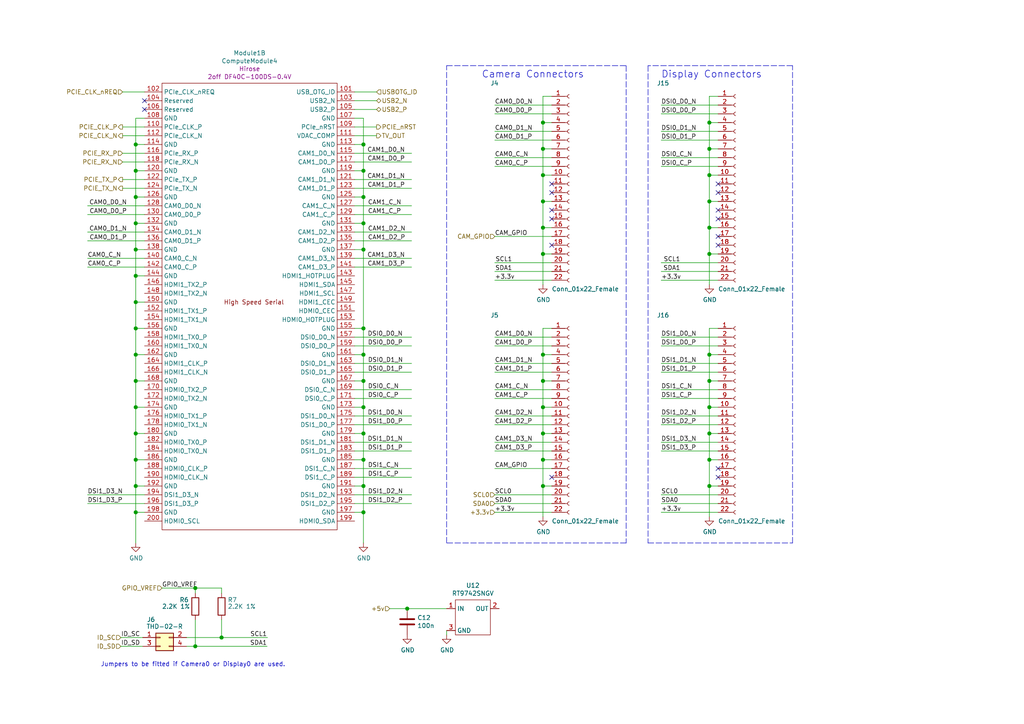
<source format=kicad_sch>
(kicad_sch (version 20211123) (generator eeschema)

  (uuid 3aec5e23-e675-4bcf-9a9e-48cb59d51927)

  (paper "A4")

  (title_block
    (title "Compute Module 4 IO Board - CM4 - Highspeed")
    (rev "1")
    (company "© 2020-2022 Raspberry Pi Ltd (formerly Raspberry Pi (Trading) Ltd.)")
    (comment 1 "www.raspberrypi.com")
  )

  (lib_symbols
    (symbol "CM4IO:ComputeModule4-CM4" (in_bom yes) (on_board yes)
      (property "Reference" "Module" (id 0) (at 113.03 -68.58 0)
        (effects (font (size 1.27 1.27)))
      )
      (property "Value" "ComputeModule4-CM4" (id 1) (at 140.97 2.54 0)
        (effects (font (size 1.27 1.27)))
      )
      (property "Footprint" "CM4IO:Raspberry-Pi-4-Compute-Module" (id 2) (at 142.24 -26.67 0)
        (effects (font (size 1.27 1.27)) hide)
      )
      (property "Datasheet" "" (id 3) (at 142.24 -26.67 0)
        (effects (font (size 1.27 1.27)) hide)
      )
      (property "Field4" "Hirose" (id 4) (at 0 0 0)
        (effects (font (size 1.27 1.27)))
      )
      (property "Field5" "2x DF40C-100DS-0.4V" (id 5) (at 0 -2.54 0)
        (effects (font (size 1.27 1.27)))
      )
      (property "ki_locked" "" (id 6) (at 0 0 0)
        (effects (font (size 1.27 1.27)))
      )
      (symbol "ComputeModule4-CM4_1_0"
        (text "GPIO" (at 0 6.35 0)
          (effects (font (size 1.27 1.27)))
        )
      )
      (symbol "ComputeModule4-CM4_1_1"
        (rectangle (start -30.48 -71.12) (end 25.4 58.42)
          (stroke (width 0) (type default) (color 0 0 0 0))
          (fill (type none))
        )
        (text "600mA Max" (at -8.89 -53.34 0)
          (effects (font (size 1.27 1.27)))
        )
        (text "600mA Max" (at -8.89 -48.26 0)
          (effects (font (size 1.27 1.27)))
        )
        (text "NB SD signals are only available" (at -1.27 -27.94 0)
          (effects (font (size 1.27 1.27)))
        )
        (text "on modules without eMMC" (at -1.27 -30.48 0)
          (effects (font (size 1.27 1.27)))
        )
        (pin power_in line (at 27.94 55.88 180) (length 2.54)
          (name "GND" (effects (font (size 1.27 1.27))))
          (number "1" (effects (font (size 1.27 1.27))))
        )
        (pin passive line (at -33.02 45.72 0) (length 2.54)
          (name "Ethernet_Pair0_N" (effects (font (size 1.27 1.27))))
          (number "10" (effects (font (size 1.27 1.27))))
        )
        (pin output line (at -33.02 -68.58 0) (length 2.54)
          (name "nEXTRST" (effects (font (size 1.27 1.27))))
          (number "100" (effects (font (size 1.27 1.27))))
        )
        (pin passive line (at 27.94 43.18 180) (length 2.54)
          (name "Ethernet_Pair2_P" (effects (font (size 1.27 1.27))))
          (number "11" (effects (font (size 1.27 1.27))))
        )
        (pin passive line (at -33.02 43.18 0) (length 2.54)
          (name "Ethernet_Pair0_P" (effects (font (size 1.27 1.27))))
          (number "12" (effects (font (size 1.27 1.27))))
        )
        (pin power_in line (at 27.94 40.64 180) (length 2.54)
          (name "GND" (effects (font (size 1.27 1.27))))
          (number "13" (effects (font (size 1.27 1.27))))
        )
        (pin power_in line (at -33.02 40.64 0) (length 2.54)
          (name "GND" (effects (font (size 1.27 1.27))))
          (number "14" (effects (font (size 1.27 1.27))))
        )
        (pin output line (at 27.94 38.1 180) (length 2.54)
          (name "Ethernet_nLED3(3.3v)" (effects (font (size 1.27 1.27))))
          (number "15" (effects (font (size 1.27 1.27))))
        )
        (pin input line (at -33.02 38.1 0) (length 2.54)
          (name "Ethernet_SYNC_IN(1.8v)" (effects (font (size 1.27 1.27))))
          (number "16" (effects (font (size 1.27 1.27))))
        )
        (pin output line (at 27.94 35.56 180) (length 2.54)
          (name "Ethernet_nLED2(3.3v)" (effects (font (size 1.27 1.27))))
          (number "17" (effects (font (size 1.27 1.27))))
        )
        (pin input line (at -33.02 35.56 0) (length 2.54)
          (name "Ethernet_SYNC_OUT(1.8v)" (effects (font (size 1.27 1.27))))
          (number "18" (effects (font (size 1.27 1.27))))
        )
        (pin output line (at 27.94 33.02 180) (length 2.54)
          (name "Ethernet_nLED1(3.3v)" (effects (font (size 1.27 1.27))))
          (number "19" (effects (font (size 1.27 1.27))))
        )
        (pin power_in line (at -33.02 55.88 0) (length 2.54)
          (name "GND" (effects (font (size 1.27 1.27))))
          (number "2" (effects (font (size 1.27 1.27))))
        )
        (pin passive line (at -33.02 33.02 0) (length 2.54)
          (name "EEPROM_nWP" (effects (font (size 1.27 1.27))))
          (number "20" (effects (font (size 1.27 1.27))))
        )
        (pin open_collector line (at 27.94 30.48 180) (length 2.54)
          (name "PI_nLED_Activity" (effects (font (size 1.27 1.27))))
          (number "21" (effects (font (size 1.27 1.27))))
        )
        (pin power_in line (at -33.02 30.48 0) (length 2.54)
          (name "GND" (effects (font (size 1.27 1.27))))
          (number "22" (effects (font (size 1.27 1.27))))
        )
        (pin power_in line (at 27.94 27.94 180) (length 2.54)
          (name "GND" (effects (font (size 1.27 1.27))))
          (number "23" (effects (font (size 1.27 1.27))))
        )
        (pin passive line (at -33.02 27.94 0) (length 2.54)
          (name "GPIO26" (effects (font (size 1.27 1.27))))
          (number "24" (effects (font (size 1.27 1.27))))
        )
        (pin passive line (at 27.94 25.4 180) (length 2.54)
          (name "GPIO21" (effects (font (size 1.27 1.27))))
          (number "25" (effects (font (size 1.27 1.27))))
        )
        (pin passive line (at -33.02 25.4 0) (length 2.54)
          (name "GPIO19" (effects (font (size 1.27 1.27))))
          (number "26" (effects (font (size 1.27 1.27))))
        )
        (pin passive line (at 27.94 22.86 180) (length 2.54)
          (name "GPIO20" (effects (font (size 1.27 1.27))))
          (number "27" (effects (font (size 1.27 1.27))))
        )
        (pin passive line (at -33.02 22.86 0) (length 2.54)
          (name "GPIO13" (effects (font (size 1.27 1.27))))
          (number "28" (effects (font (size 1.27 1.27))))
        )
        (pin passive line (at 27.94 20.32 180) (length 2.54)
          (name "GPIO16" (effects (font (size 1.27 1.27))))
          (number "29" (effects (font (size 1.27 1.27))))
        )
        (pin passive line (at 27.94 53.34 180) (length 2.54)
          (name "Ethernet_Pair3_P" (effects (font (size 1.27 1.27))))
          (number "3" (effects (font (size 1.27 1.27))))
        )
        (pin passive line (at -33.02 20.32 0) (length 2.54)
          (name "GPIO6" (effects (font (size 1.27 1.27))))
          (number "30" (effects (font (size 1.27 1.27))))
        )
        (pin passive line (at 27.94 17.78 180) (length 2.54)
          (name "GPIO12" (effects (font (size 1.27 1.27))))
          (number "31" (effects (font (size 1.27 1.27))))
        )
        (pin power_in line (at -33.02 17.78 0) (length 2.54)
          (name "GND" (effects (font (size 1.27 1.27))))
          (number "32" (effects (font (size 1.27 1.27))))
        )
        (pin power_in line (at 27.94 15.24 180) (length 2.54)
          (name "GND" (effects (font (size 1.27 1.27))))
          (number "33" (effects (font (size 1.27 1.27))))
        )
        (pin passive line (at -33.02 15.24 0) (length 2.54)
          (name "GPIO5" (effects (font (size 1.27 1.27))))
          (number "34" (effects (font (size 1.27 1.27))))
        )
        (pin passive line (at 27.94 12.7 180) (length 2.54)
          (name "ID_SC" (effects (font (size 1.27 1.27))))
          (number "35" (effects (font (size 1.27 1.27))))
        )
        (pin passive line (at -33.02 12.7 0) (length 2.54)
          (name "ID_SD" (effects (font (size 1.27 1.27))))
          (number "36" (effects (font (size 1.27 1.27))))
        )
        (pin passive line (at 27.94 10.16 180) (length 2.54)
          (name "GPIO7" (effects (font (size 1.27 1.27))))
          (number "37" (effects (font (size 1.27 1.27))))
        )
        (pin passive line (at -33.02 10.16 0) (length 2.54)
          (name "GPIO11" (effects (font (size 1.27 1.27))))
          (number "38" (effects (font (size 1.27 1.27))))
        )
        (pin passive line (at 27.94 7.62 180) (length 2.54)
          (name "GPIO8" (effects (font (size 1.27 1.27))))
          (number "39" (effects (font (size 1.27 1.27))))
        )
        (pin passive line (at -33.02 53.34 0) (length 2.54)
          (name "Ethernet_Pair1_P" (effects (font (size 1.27 1.27))))
          (number "4" (effects (font (size 1.27 1.27))))
        )
        (pin passive line (at -33.02 7.62 0) (length 2.54)
          (name "GPIO9" (effects (font (size 1.27 1.27))))
          (number "40" (effects (font (size 1.27 1.27))))
        )
        (pin passive line (at 27.94 5.08 180) (length 2.54)
          (name "GPIO25" (effects (font (size 1.27 1.27))))
          (number "41" (effects (font (size 1.27 1.27))))
        )
        (pin power_in line (at -33.02 5.08 0) (length 2.54)
          (name "GND" (effects (font (size 1.27 1.27))))
          (number "42" (effects (font (size 1.27 1.27))))
        )
        (pin power_in line (at 27.94 2.54 180) (length 2.54)
          (name "GND" (effects (font (size 1.27 1.27))))
          (number "43" (effects (font (size 1.27 1.27))))
        )
        (pin passive line (at -33.02 2.54 0) (length 2.54)
          (name "GPIO10" (effects (font (size 1.27 1.27))))
          (number "44" (effects (font (size 1.27 1.27))))
        )
        (pin passive line (at 27.94 0 180) (length 2.54)
          (name "GPIO24" (effects (font (size 1.27 1.27))))
          (number "45" (effects (font (size 1.27 1.27))))
        )
        (pin passive line (at -33.02 0 0) (length 2.54)
          (name "GPIO22" (effects (font (size 1.27 1.27))))
          (number "46" (effects (font (size 1.27 1.27))))
        )
        (pin passive line (at 27.94 -2.54 180) (length 2.54)
          (name "GPIO23" (effects (font (size 1.27 1.27))))
          (number "47" (effects (font (size 1.27 1.27))))
        )
        (pin passive line (at -33.02 -2.54 0) (length 2.54)
          (name "GPIO27" (effects (font (size 1.27 1.27))))
          (number "48" (effects (font (size 1.27 1.27))))
        )
        (pin passive line (at 27.94 -5.08 180) (length 2.54)
          (name "GPIO18" (effects (font (size 1.27 1.27))))
          (number "49" (effects (font (size 1.27 1.27))))
        )
        (pin passive line (at 27.94 50.8 180) (length 2.54)
          (name "Ethernet_Pair3_N" (effects (font (size 1.27 1.27))))
          (number "5" (effects (font (size 1.27 1.27))))
        )
        (pin passive line (at -33.02 -5.08 0) (length 2.54)
          (name "GPIO17" (effects (font (size 1.27 1.27))))
          (number "50" (effects (font (size 1.27 1.27))))
        )
        (pin passive line (at 27.94 -7.62 180) (length 2.54)
          (name "GPIO15" (effects (font (size 1.27 1.27))))
          (number "51" (effects (font (size 1.27 1.27))))
        )
        (pin power_in line (at -33.02 -7.62 0) (length 2.54)
          (name "GND" (effects (font (size 1.27 1.27))))
          (number "52" (effects (font (size 1.27 1.27))))
        )
        (pin power_in line (at 27.94 -10.16 180) (length 2.54)
          (name "GND" (effects (font (size 1.27 1.27))))
          (number "53" (effects (font (size 1.27 1.27))))
        )
        (pin passive line (at -33.02 -10.16 0) (length 2.54)
          (name "GPIO4" (effects (font (size 1.27 1.27))))
          (number "54" (effects (font (size 1.27 1.27))))
        )
        (pin passive line (at 27.94 -12.7 180) (length 2.54)
          (name "GPIO14" (effects (font (size 1.27 1.27))))
          (number "55" (effects (font (size 1.27 1.27))))
        )
        (pin passive line (at -33.02 -12.7 0) (length 2.54)
          (name "GPIO3" (effects (font (size 1.27 1.27))))
          (number "56" (effects (font (size 1.27 1.27))))
        )
        (pin passive line (at 27.94 -15.24 180) (length 2.54)
          (name "SD_CLK" (effects (font (size 1.27 1.27))))
          (number "57" (effects (font (size 1.27 1.27))))
        )
        (pin passive line (at -33.02 -15.24 0) (length 2.54)
          (name "GPIO2" (effects (font (size 1.27 1.27))))
          (number "58" (effects (font (size 1.27 1.27))))
        )
        (pin power_in line (at 27.94 -17.78 180) (length 2.54)
          (name "GND" (effects (font (size 1.27 1.27))))
          (number "59" (effects (font (size 1.27 1.27))))
        )
        (pin passive line (at -33.02 50.8 0) (length 2.54)
          (name "Ethernet_Pair1_N" (effects (font (size 1.27 1.27))))
          (number "6" (effects (font (size 1.27 1.27))))
        )
        (pin power_in line (at -33.02 -17.78 0) (length 2.54)
          (name "GND" (effects (font (size 1.27 1.27))))
          (number "60" (effects (font (size 1.27 1.27))))
        )
        (pin passive line (at 27.94 -20.32 180) (length 2.54)
          (name "SD_DAT3" (effects (font (size 1.27 1.27))))
          (number "61" (effects (font (size 1.27 1.27))))
        )
        (pin passive line (at -33.02 -20.32 0) (length 2.54)
          (name "SD_CMD" (effects (font (size 1.27 1.27))))
          (number "62" (effects (font (size 1.27 1.27))))
        )
        (pin passive line (at 27.94 -22.86 180) (length 2.54)
          (name "SD_DAT0" (effects (font (size 1.27 1.27))))
          (number "63" (effects (font (size 1.27 1.27))))
        )
        (pin passive line (at -33.02 -22.86 0) (length 2.54)
          (name "SD_DAT5" (effects (font (size 1.27 1.27))))
          (number "64" (effects (font (size 1.27 1.27))))
        )
        (pin power_in line (at 27.94 -25.4 180) (length 2.54)
          (name "GND" (effects (font (size 1.27 1.27))))
          (number "65" (effects (font (size 1.27 1.27))))
        )
        (pin power_in line (at -33.02 -25.4 0) (length 2.54)
          (name "GND" (effects (font (size 1.27 1.27))))
          (number "66" (effects (font (size 1.27 1.27))))
        )
        (pin passive line (at 27.94 -27.94 180) (length 2.54)
          (name "SD_DAT1" (effects (font (size 1.27 1.27))))
          (number "67" (effects (font (size 1.27 1.27))))
        )
        (pin passive line (at -33.02 -27.94 0) (length 2.54)
          (name "SD_DAT4" (effects (font (size 1.27 1.27))))
          (number "68" (effects (font (size 1.27 1.27))))
        )
        (pin passive line (at 27.94 -30.48 180) (length 2.54)
          (name "SD_DAT2" (effects (font (size 1.27 1.27))))
          (number "69" (effects (font (size 1.27 1.27))))
        )
        (pin power_in line (at 27.94 48.26 180) (length 2.54)
          (name "GND" (effects (font (size 1.27 1.27))))
          (number "7" (effects (font (size 1.27 1.27))))
        )
        (pin passive line (at -33.02 -30.48 0) (length 2.54)
          (name "SD_DAT7" (effects (font (size 1.27 1.27))))
          (number "70" (effects (font (size 1.27 1.27))))
        )
        (pin power_in line (at 27.94 -33.02 180) (length 2.54)
          (name "GND" (effects (font (size 1.27 1.27))))
          (number "71" (effects (font (size 1.27 1.27))))
        )
        (pin passive line (at -33.02 -33.02 0) (length 2.54)
          (name "SD_DAT6" (effects (font (size 1.27 1.27))))
          (number "72" (effects (font (size 1.27 1.27))))
        )
        (pin input line (at 27.94 -35.56 180) (length 2.54)
          (name "SD_VDD_Override" (effects (font (size 1.27 1.27))))
          (number "73" (effects (font (size 1.27 1.27))))
        )
        (pin power_in line (at -33.02 -35.56 0) (length 2.54)
          (name "GND" (effects (font (size 1.27 1.27))))
          (number "74" (effects (font (size 1.27 1.27))))
        )
        (pin output line (at 27.94 -38.1 180) (length 2.54)
          (name "SD_PWR_ON" (effects (font (size 1.27 1.27))))
          (number "75" (effects (font (size 1.27 1.27))))
        )
        (pin passive line (at -33.02 -38.1 0) (length 2.54)
          (name "Reserved" (effects (font (size 1.27 1.27))))
          (number "76" (effects (font (size 1.27 1.27))))
        )
        (pin power_in line (at 27.94 -40.64 180) (length 2.54)
          (name "+5v_(Input)" (effects (font (size 1.27 1.27))))
          (number "77" (effects (font (size 1.27 1.27))))
        )
        (pin power_in line (at -33.02 -40.64 0) (length 2.54)
          (name "GPIO_VREF(1.8v/3.3v_Input)" (effects (font (size 1.27 1.27))))
          (number "78" (effects (font (size 1.27 1.27))))
        )
        (pin power_in line (at 27.94 -43.18 180) (length 2.54)
          (name "+5v_(Input)" (effects (font (size 1.27 1.27))))
          (number "79" (effects (font (size 1.27 1.27))))
        )
        (pin power_in line (at -33.02 48.26 0) (length 2.54)
          (name "GND" (effects (font (size 1.27 1.27))))
          (number "8" (effects (font (size 1.27 1.27))))
        )
        (pin passive line (at -33.02 -43.18 0) (length 2.54)
          (name "SCL0" (effects (font (size 1.27 1.27))))
          (number "80" (effects (font (size 1.27 1.27))))
        )
        (pin power_in line (at 27.94 -45.72 180) (length 2.54)
          (name "+5v_(Input)" (effects (font (size 1.27 1.27))))
          (number "81" (effects (font (size 1.27 1.27))))
        )
        (pin passive line (at -33.02 -45.72 0) (length 2.54)
          (name "SDA0" (effects (font (size 1.27 1.27))))
          (number "82" (effects (font (size 1.27 1.27))))
        )
        (pin power_in line (at 27.94 -48.26 180) (length 2.54)
          (name "+5v_(Input)" (effects (font (size 1.27 1.27))))
          (number "83" (effects (font (size 1.27 1.27))))
        )
        (pin power_out line (at -33.02 -48.26 0) (length 2.54)
          (name "+3.3v_(Output)" (effects (font (size 1.27 1.27))))
          (number "84" (effects (font (size 1.27 1.27))))
        )
        (pin power_in line (at 27.94 -50.8 180) (length 2.54)
          (name "+5v_(Input)" (effects (font (size 1.27 1.27))))
          (number "85" (effects (font (size 1.27 1.27))))
        )
        (pin power_out line (at -33.02 -50.8 0) (length 2.54)
          (name "+3.3v_(Output)" (effects (font (size 1.27 1.27))))
          (number "86" (effects (font (size 1.27 1.27))))
        )
        (pin power_in line (at 27.94 -53.34 180) (length 2.54)
          (name "+5v_(Input)" (effects (font (size 1.27 1.27))))
          (number "87" (effects (font (size 1.27 1.27))))
        )
        (pin power_out line (at -33.02 -53.34 0) (length 2.54)
          (name "+1.8v_(Output)" (effects (font (size 1.27 1.27))))
          (number "88" (effects (font (size 1.27 1.27))))
        )
        (pin power_in line (at 27.94 -55.88 180) (length 2.54)
          (name "WiFi_nDisable" (effects (font (size 1.27 1.27))))
          (number "89" (effects (font (size 1.27 1.27))))
        )
        (pin passive line (at 27.94 45.72 180) (length 2.54)
          (name "Ethernet_Pair2_N" (effects (font (size 1.27 1.27))))
          (number "9" (effects (font (size 1.27 1.27))))
        )
        (pin power_out line (at -33.02 -55.88 0) (length 2.54)
          (name "+1.8v_(Output)" (effects (font (size 1.27 1.27))))
          (number "90" (effects (font (size 1.27 1.27))))
        )
        (pin power_in line (at 27.94 -58.42 180) (length 2.54)
          (name "BT_nDisable" (effects (font (size 1.27 1.27))))
          (number "91" (effects (font (size 1.27 1.27))))
        )
        (pin passive line (at -33.02 -58.42 0) (length 2.54)
          (name "RUN_PG" (effects (font (size 1.27 1.27))))
          (number "92" (effects (font (size 1.27 1.27))))
        )
        (pin input line (at 27.94 -60.96 180) (length 2.54)
          (name "nRPIBOOT" (effects (font (size 1.27 1.27))))
          (number "93" (effects (font (size 1.27 1.27))))
        )
        (pin passive line (at -33.02 -60.96 0) (length 2.54)
          (name "AnalogIP0" (effects (font (size 1.27 1.27))))
          (number "94" (effects (font (size 1.27 1.27))))
        )
        (pin output line (at 27.94 -63.5 180) (length 2.54)
          (name "nPI_LED_PWR" (effects (font (size 1.27 1.27))))
          (number "95" (effects (font (size 1.27 1.27))))
        )
        (pin passive line (at -33.02 -63.5 0) (length 2.54)
          (name "AnalogIP1" (effects (font (size 1.27 1.27))))
          (number "96" (effects (font (size 1.27 1.27))))
        )
        (pin passive line (at 27.94 -66.04 180) (length 2.54)
          (name "Camera_GPIO" (effects (font (size 1.27 1.27))))
          (number "97" (effects (font (size 1.27 1.27))))
        )
        (pin power_in line (at -33.02 -66.04 0) (length 2.54)
          (name "GND" (effects (font (size 1.27 1.27))))
          (number "98" (effects (font (size 1.27 1.27))))
        )
        (pin input line (at 27.94 -68.58 180) (length 2.54)
          (name "Global_EN" (effects (font (size 1.27 1.27))))
          (number "99" (effects (font (size 1.27 1.27))))
        )
      )
      (symbol "ComputeModule4-CM4_2_1"
        (rectangle (start 114.3 -66.04) (end 165.1 63.5)
          (stroke (width 0) (type default) (color 0 0 0 0))
          (fill (type none))
        )
        (text "High Speed Serial" (at 140.97 0 0)
          (effects (font (size 1.27 1.27)))
        )
        (pin input line (at 170.18 60.96 180) (length 5.08)
          (name "USB_OTG_ID" (effects (font (size 1.27 1.27))))
          (number "101" (effects (font (size 1.27 1.27))))
        )
        (pin input line (at 109.22 60.96 0) (length 5.08)
          (name "PCIe_CLK_nREQ" (effects (font (size 1.27 1.27))))
          (number "102" (effects (font (size 1.27 1.27))))
        )
        (pin passive line (at 170.18 58.42 180) (length 5.08)
          (name "USB2_N" (effects (font (size 1.27 1.27))))
          (number "103" (effects (font (size 1.27 1.27))))
        )
        (pin passive line (at 109.22 58.42 0) (length 5.08)
          (name "Reserved" (effects (font (size 1.27 1.27))))
          (number "104" (effects (font (size 1.27 1.27))))
        )
        (pin passive line (at 170.18 55.88 180) (length 5.08)
          (name "USB2_P" (effects (font (size 1.27 1.27))))
          (number "105" (effects (font (size 1.27 1.27))))
        )
        (pin passive line (at 109.22 55.88 0) (length 5.08)
          (name "Reserved" (effects (font (size 1.27 1.27))))
          (number "106" (effects (font (size 1.27 1.27))))
        )
        (pin power_in line (at 170.18 53.34 180) (length 5.08)
          (name "GND" (effects (font (size 1.27 1.27))))
          (number "107" (effects (font (size 1.27 1.27))))
        )
        (pin power_in line (at 109.22 53.34 0) (length 5.08)
          (name "GND" (effects (font (size 1.27 1.27))))
          (number "108" (effects (font (size 1.27 1.27))))
        )
        (pin bidirectional line (at 170.18 50.8 180) (length 5.08)
          (name "PCIe_nRST" (effects (font (size 1.27 1.27))))
          (number "109" (effects (font (size 1.27 1.27))))
        )
        (pin output line (at 109.22 50.8 0) (length 5.08)
          (name "PCIe_CLK_P" (effects (font (size 1.27 1.27))))
          (number "110" (effects (font (size 1.27 1.27))))
        )
        (pin passive line (at 170.18 48.26 180) (length 5.08)
          (name "VDAC_COMP" (effects (font (size 1.27 1.27))))
          (number "111" (effects (font (size 1.27 1.27))))
        )
        (pin output line (at 109.22 48.26 0) (length 5.08)
          (name "PCIe_CLK_N" (effects (font (size 1.27 1.27))))
          (number "112" (effects (font (size 1.27 1.27))))
        )
        (pin power_in line (at 170.18 45.72 180) (length 5.08)
          (name "GND" (effects (font (size 1.27 1.27))))
          (number "113" (effects (font (size 1.27 1.27))))
        )
        (pin power_in line (at 109.22 45.72 0) (length 5.08)
          (name "GND" (effects (font (size 1.27 1.27))))
          (number "114" (effects (font (size 1.27 1.27))))
        )
        (pin input line (at 170.18 43.18 180) (length 5.08)
          (name "CAM1_D0_N" (effects (font (size 1.27 1.27))))
          (number "115" (effects (font (size 1.27 1.27))))
        )
        (pin input line (at 109.22 43.18 0) (length 5.08)
          (name "PCIe_RX_P" (effects (font (size 1.27 1.27))))
          (number "116" (effects (font (size 1.27 1.27))))
        )
        (pin input line (at 170.18 40.64 180) (length 5.08)
          (name "CAM1_D0_P" (effects (font (size 1.27 1.27))))
          (number "117" (effects (font (size 1.27 1.27))))
        )
        (pin input line (at 109.22 40.64 0) (length 5.08)
          (name "PCIe_RX_N" (effects (font (size 1.27 1.27))))
          (number "118" (effects (font (size 1.27 1.27))))
        )
        (pin power_in line (at 170.18 38.1 180) (length 5.08)
          (name "GND" (effects (font (size 1.27 1.27))))
          (number "119" (effects (font (size 1.27 1.27))))
        )
        (pin power_in line (at 109.22 38.1 0) (length 5.08)
          (name "GND" (effects (font (size 1.27 1.27))))
          (number "120" (effects (font (size 1.27 1.27))))
        )
        (pin input line (at 170.18 35.56 180) (length 5.08)
          (name "CAM1_D1_N" (effects (font (size 1.27 1.27))))
          (number "121" (effects (font (size 1.27 1.27))))
        )
        (pin output line (at 109.22 35.56 0) (length 5.08)
          (name "PCIe_TX_P" (effects (font (size 1.27 1.27))))
          (number "122" (effects (font (size 1.27 1.27))))
        )
        (pin input line (at 170.18 33.02 180) (length 5.08)
          (name "CAM1_D1_P" (effects (font (size 1.27 1.27))))
          (number "123" (effects (font (size 1.27 1.27))))
        )
        (pin output line (at 109.22 33.02 0) (length 5.08)
          (name "PCIe_TX_N" (effects (font (size 1.27 1.27))))
          (number "124" (effects (font (size 1.27 1.27))))
        )
        (pin power_in line (at 170.18 30.48 180) (length 5.08)
          (name "GND" (effects (font (size 1.27 1.27))))
          (number "125" (effects (font (size 1.27 1.27))))
        )
        (pin power_in line (at 109.22 30.48 0) (length 5.08)
          (name "GND" (effects (font (size 1.27 1.27))))
          (number "126" (effects (font (size 1.27 1.27))))
        )
        (pin input line (at 170.18 27.94 180) (length 5.08)
          (name "CAM1_C_N" (effects (font (size 1.27 1.27))))
          (number "127" (effects (font (size 1.27 1.27))))
        )
        (pin input line (at 109.22 27.94 0) (length 5.08)
          (name "CAM0_D0_N" (effects (font (size 1.27 1.27))))
          (number "128" (effects (font (size 1.27 1.27))))
        )
        (pin input line (at 170.18 25.4 180) (length 5.08)
          (name "CAM1_C_P" (effects (font (size 1.27 1.27))))
          (number "129" (effects (font (size 1.27 1.27))))
        )
        (pin input line (at 109.22 25.4 0) (length 5.08)
          (name "CAM0_D0_P" (effects (font (size 1.27 1.27))))
          (number "130" (effects (font (size 1.27 1.27))))
        )
        (pin power_in line (at 170.18 22.86 180) (length 5.08)
          (name "GND" (effects (font (size 1.27 1.27))))
          (number "131" (effects (font (size 1.27 1.27))))
        )
        (pin power_in line (at 109.22 22.86 0) (length 5.08)
          (name "GND" (effects (font (size 1.27 1.27))))
          (number "132" (effects (font (size 1.27 1.27))))
        )
        (pin input line (at 170.18 20.32 180) (length 5.08)
          (name "CAM1_D2_N" (effects (font (size 1.27 1.27))))
          (number "133" (effects (font (size 1.27 1.27))))
        )
        (pin input line (at 109.22 20.32 0) (length 5.08)
          (name "CAM0_D1_N" (effects (font (size 1.27 1.27))))
          (number "134" (effects (font (size 1.27 1.27))))
        )
        (pin input line (at 170.18 17.78 180) (length 5.08)
          (name "CAM1_D2_P" (effects (font (size 1.27 1.27))))
          (number "135" (effects (font (size 1.27 1.27))))
        )
        (pin input line (at 109.22 17.78 0) (length 5.08)
          (name "CAM0_D1_P" (effects (font (size 1.27 1.27))))
          (number "136" (effects (font (size 1.27 1.27))))
        )
        (pin power_in line (at 170.18 15.24 180) (length 5.08)
          (name "GND" (effects (font (size 1.27 1.27))))
          (number "137" (effects (font (size 1.27 1.27))))
        )
        (pin power_in line (at 109.22 15.24 0) (length 5.08)
          (name "GND" (effects (font (size 1.27 1.27))))
          (number "138" (effects (font (size 1.27 1.27))))
        )
        (pin input line (at 170.18 12.7 180) (length 5.08)
          (name "CAM1_D3_N" (effects (font (size 1.27 1.27))))
          (number "139" (effects (font (size 1.27 1.27))))
        )
        (pin input line (at 109.22 12.7 0) (length 5.08)
          (name "CAM0_C_N" (effects (font (size 1.27 1.27))))
          (number "140" (effects (font (size 1.27 1.27))))
        )
        (pin input line (at 170.18 10.16 180) (length 5.08)
          (name "CAM1_D3_P" (effects (font (size 1.27 1.27))))
          (number "141" (effects (font (size 1.27 1.27))))
        )
        (pin input line (at 109.22 10.16 0) (length 5.08)
          (name "CAM0_C_P" (effects (font (size 1.27 1.27))))
          (number "142" (effects (font (size 1.27 1.27))))
        )
        (pin input line (at 170.18 7.62 180) (length 5.08)
          (name "HDMI1_HOTPLUG" (effects (font (size 1.27 1.27))))
          (number "143" (effects (font (size 1.27 1.27))))
        )
        (pin power_in line (at 109.22 7.62 0) (length 5.08)
          (name "GND" (effects (font (size 1.27 1.27))))
          (number "144" (effects (font (size 1.27 1.27))))
        )
        (pin bidirectional line (at 170.18 5.08 180) (length 5.08)
          (name "HDMI1_SDA" (effects (font (size 1.27 1.27))))
          (number "145" (effects (font (size 1.27 1.27))))
        )
        (pin output line (at 109.22 5.08 0) (length 5.08)
          (name "HDMI1_TX2_P" (effects (font (size 1.27 1.27))))
          (number "146" (effects (font (size 1.27 1.27))))
        )
        (pin open_collector line (at 170.18 2.54 180) (length 5.08)
          (name "HDMI1_SCL" (effects (font (size 1.27 1.27))))
          (number "147" (effects (font (size 1.27 1.27))))
        )
        (pin output line (at 109.22 2.54 0) (length 5.08)
          (name "HDMI1_TX2_N" (effects (font (size 1.27 1.27))))
          (number "148" (effects (font (size 1.27 1.27))))
        )
        (pin open_collector line (at 170.18 0 180) (length 5.08)
          (name "HDMI1_CEC" (effects (font (size 1.27 1.27))))
          (number "149" (effects (font (size 1.27 1.27))))
        )
        (pin power_in line (at 109.22 0 0) (length 5.08)
          (name "GND" (effects (font (size 1.27 1.27))))
          (number "150" (effects (font (size 1.27 1.27))))
        )
        (pin open_collector line (at 170.18 -2.54 180) (length 5.08)
          (name "HDMI0_CEC" (effects (font (size 1.27 1.27))))
          (number "151" (effects (font (size 1.27 1.27))))
        )
        (pin output line (at 109.22 -2.54 0) (length 5.08)
          (name "HDMI1_TX1_P" (effects (font (size 1.27 1.27))))
          (number "152" (effects (font (size 1.27 1.27))))
        )
        (pin input line (at 170.18 -5.08 180) (length 5.08)
          (name "HDMI0_HOTPLUG" (effects (font (size 1.27 1.27))))
          (number "153" (effects (font (size 1.27 1.27))))
        )
        (pin output line (at 109.22 -5.08 0) (length 5.08)
          (name "HDMI1_TX1_N" (effects (font (size 1.27 1.27))))
          (number "154" (effects (font (size 1.27 1.27))))
        )
        (pin power_in line (at 170.18 -7.62 180) (length 5.08)
          (name "GND" (effects (font (size 1.27 1.27))))
          (number "155" (effects (font (size 1.27 1.27))))
        )
        (pin power_in line (at 109.22 -7.62 0) (length 5.08)
          (name "GND" (effects (font (size 1.27 1.27))))
          (number "156" (effects (font (size 1.27 1.27))))
        )
        (pin output line (at 170.18 -10.16 180) (length 5.08)
          (name "DSI0_D0_N" (effects (font (size 1.27 1.27))))
          (number "157" (effects (font (size 1.27 1.27))))
        )
        (pin output line (at 109.22 -10.16 0) (length 5.08)
          (name "HDMI1_TX0_P" (effects (font (size 1.27 1.27))))
          (number "158" (effects (font (size 1.27 1.27))))
        )
        (pin output line (at 170.18 -12.7 180) (length 5.08)
          (name "DSI0_D0_P" (effects (font (size 1.27 1.27))))
          (number "159" (effects (font (size 1.27 1.27))))
        )
        (pin output line (at 109.22 -12.7 0) (length 5.08)
          (name "HDMI1_TX0_N" (effects (font (size 1.27 1.27))))
          (number "160" (effects (font (size 1.27 1.27))))
        )
        (pin power_in line (at 170.18 -15.24 180) (length 5.08)
          (name "GND" (effects (font (size 1.27 1.27))))
          (number "161" (effects (font (size 1.27 1.27))))
        )
        (pin power_in line (at 109.22 -15.24 0) (length 5.08)
          (name "GND" (effects (font (size 1.27 1.27))))
          (number "162" (effects (font (size 1.27 1.27))))
        )
        (pin output line (at 170.18 -17.78 180) (length 5.08)
          (name "DSI0_D1_N" (effects (font (size 1.27 1.27))))
          (number "163" (effects (font (size 1.27 1.27))))
        )
        (pin output line (at 109.22 -17.78 0) (length 5.08)
          (name "HDMI1_CLK_P" (effects (font (size 1.27 1.27))))
          (number "164" (effects (font (size 1.27 1.27))))
        )
        (pin output line (at 170.18 -20.32 180) (length 5.08)
          (name "DSI0_D1_P" (effects (font (size 1.27 1.27))))
          (number "165" (effects (font (size 1.27 1.27))))
        )
        (pin output line (at 109.22 -20.32 0) (length 5.08)
          (name "HDMI1_CLK_N" (effects (font (size 1.27 1.27))))
          (number "166" (effects (font (size 1.27 1.27))))
        )
        (pin power_in line (at 170.18 -22.86 180) (length 5.08)
          (name "GND" (effects (font (size 1.27 1.27))))
          (number "167" (effects (font (size 1.27 1.27))))
        )
        (pin power_in line (at 109.22 -22.86 0) (length 5.08)
          (name "GND" (effects (font (size 1.27 1.27))))
          (number "168" (effects (font (size 1.27 1.27))))
        )
        (pin output line (at 170.18 -25.4 180) (length 5.08)
          (name "DSI0_C_N" (effects (font (size 1.27 1.27))))
          (number "169" (effects (font (size 1.27 1.27))))
        )
        (pin output line (at 109.22 -25.4 0) (length 5.08)
          (name "HDMI0_TX2_P" (effects (font (size 1.27 1.27))))
          (number "170" (effects (font (size 1.27 1.27))))
        )
        (pin output line (at 170.18 -27.94 180) (length 5.08)
          (name "DSI0_C_P" (effects (font (size 1.27 1.27))))
          (number "171" (effects (font (size 1.27 1.27))))
        )
        (pin output line (at 109.22 -27.94 0) (length 5.08)
          (name "HDMI0_TX2_N" (effects (font (size 1.27 1.27))))
          (number "172" (effects (font (size 1.27 1.27))))
        )
        (pin power_in line (at 170.18 -30.48 180) (length 5.08)
          (name "GND" (effects (font (size 1.27 1.27))))
          (number "173" (effects (font (size 1.27 1.27))))
        )
        (pin power_in line (at 109.22 -30.48 0) (length 5.08)
          (name "GND" (effects (font (size 1.27 1.27))))
          (number "174" (effects (font (size 1.27 1.27))))
        )
        (pin output line (at 170.18 -33.02 180) (length 5.08)
          (name "DSI1_D0_N" (effects (font (size 1.27 1.27))))
          (number "175" (effects (font (size 1.27 1.27))))
        )
        (pin output line (at 109.22 -33.02 0) (length 5.08)
          (name "HDMI0_TX1_P" (effects (font (size 1.27 1.27))))
          (number "176" (effects (font (size 1.27 1.27))))
        )
        (pin output line (at 170.18 -35.56 180) (length 5.08)
          (name "DSI1_D0_P" (effects (font (size 1.27 1.27))))
          (number "177" (effects (font (size 1.27 1.27))))
        )
        (pin output line (at 109.22 -35.56 0) (length 5.08)
          (name "HDMI0_TX1_N" (effects (font (size 1.27 1.27))))
          (number "178" (effects (font (size 1.27 1.27))))
        )
        (pin power_in line (at 170.18 -38.1 180) (length 5.08)
          (name "GND" (effects (font (size 1.27 1.27))))
          (number "179" (effects (font (size 1.27 1.27))))
        )
        (pin power_in line (at 109.22 -38.1 0) (length 5.08)
          (name "GND" (effects (font (size 1.27 1.27))))
          (number "180" (effects (font (size 1.27 1.27))))
        )
        (pin output line (at 170.18 -40.64 180) (length 5.08)
          (name "DSI1_D1_N" (effects (font (size 1.27 1.27))))
          (number "181" (effects (font (size 1.27 1.27))))
        )
        (pin output line (at 109.22 -40.64 0) (length 5.08)
          (name "HDMI0_TX0_P" (effects (font (size 1.27 1.27))))
          (number "182" (effects (font (size 1.27 1.27))))
        )
        (pin output line (at 170.18 -43.18 180) (length 5.08)
          (name "DSI1_D1_P" (effects (font (size 1.27 1.27))))
          (number "183" (effects (font (size 1.27 1.27))))
        )
        (pin output line (at 109.22 -43.18 0) (length 5.08)
          (name "HDMI0_TX0_N" (effects (font (size 1.27 1.27))))
          (number "184" (effects (font (size 1.27 1.27))))
        )
        (pin power_in line (at 170.18 -45.72 180) (length 5.08)
          (name "GND" (effects (font (size 1.27 1.27))))
          (number "185" (effects (font (size 1.27 1.27))))
        )
        (pin power_in line (at 109.22 -45.72 0) (length 5.08)
          (name "GND" (effects (font (size 1.27 1.27))))
          (number "186" (effects (font (size 1.27 1.27))))
        )
        (pin output line (at 170.18 -48.26 180) (length 5.08)
          (name "DSI1_C_N" (effects (font (size 1.27 1.27))))
          (number "187" (effects (font (size 1.27 1.27))))
        )
        (pin output line (at 109.22 -48.26 0) (length 5.08)
          (name "HDMI0_CLK_P" (effects (font (size 1.27 1.27))))
          (number "188" (effects (font (size 1.27 1.27))))
        )
        (pin output line (at 170.18 -50.8 180) (length 5.08)
          (name "DSI1_C_P" (effects (font (size 1.27 1.27))))
          (number "189" (effects (font (size 1.27 1.27))))
        )
        (pin output line (at 109.22 -50.8 0) (length 5.08)
          (name "HDMI0_CLK_N" (effects (font (size 1.27 1.27))))
          (number "190" (effects (font (size 1.27 1.27))))
        )
        (pin power_in line (at 170.18 -53.34 180) (length 5.08)
          (name "GND" (effects (font (size 1.27 1.27))))
          (number "191" (effects (font (size 1.27 1.27))))
        )
        (pin power_in line (at 109.22 -53.34 0) (length 5.08)
          (name "GND" (effects (font (size 1.27 1.27))))
          (number "192" (effects (font (size 1.27 1.27))))
        )
        (pin output line (at 170.18 -55.88 180) (length 5.08)
          (name "DSI1_D2_N" (effects (font (size 1.27 1.27))))
          (number "193" (effects (font (size 1.27 1.27))))
        )
        (pin output line (at 109.22 -55.88 0) (length 5.08)
          (name "DSI1_D3_N" (effects (font (size 1.27 1.27))))
          (number "194" (effects (font (size 1.27 1.27))))
        )
        (pin output line (at 170.18 -58.42 180) (length 5.08)
          (name "DSI1_D2_P" (effects (font (size 1.27 1.27))))
          (number "195" (effects (font (size 1.27 1.27))))
        )
        (pin output line (at 109.22 -58.42 0) (length 5.08)
          (name "DSI1_D3_P" (effects (font (size 1.27 1.27))))
          (number "196" (effects (font (size 1.27 1.27))))
        )
        (pin power_in line (at 170.18 -60.96 180) (length 5.08)
          (name "GND" (effects (font (size 1.27 1.27))))
          (number "197" (effects (font (size 1.27 1.27))))
        )
        (pin power_in line (at 109.22 -60.96 0) (length 5.08)
          (name "GND" (effects (font (size 1.27 1.27))))
          (number "198" (effects (font (size 1.27 1.27))))
        )
        (pin bidirectional line (at 170.18 -63.5 180) (length 5.08)
          (name "HDMI0_SDA" (effects (font (size 1.27 1.27))))
          (number "199" (effects (font (size 1.27 1.27))))
        )
        (pin open_collector line (at 109.22 -63.5 0) (length 5.08)
          (name "HDMI0_SCL" (effects (font (size 1.27 1.27))))
          (number "200" (effects (font (size 1.27 1.27))))
        )
      )
    )
    (symbol "CM4IO:RT9742SNGV" (in_bom yes) (on_board yes)
      (property "Reference" "U" (id 0) (at -2.54 7.62 0)
        (effects (font (size 1.27 1.27)))
      )
      (property "Value" "RT9742SNGV" (id 1) (at 3.81 -5.08 0)
        (effects (font (size 1.27 1.27)))
      )
      (property "Footprint" "" (id 2) (at 0 0 0)
        (effects (font (size 1.27 1.27)) hide)
      )
      (property "Datasheet" "" (id 3) (at 0 0 0)
        (effects (font (size 1.27 1.27)) hide)
      )
      (symbol "RT9742SNGV_0_1"
        (rectangle (start -2.54 6.35) (end 7.62 -3.81)
          (stroke (width 0) (type default) (color 0 0 0 0))
          (fill (type none))
        )
      )
      (symbol "RT9742SNGV_1_1"
        (pin power_in line (at -5.08 3.81 0) (length 2.54)
          (name "IN" (effects (font (size 1.27 1.27))))
          (number "1" (effects (font (size 1.27 1.27))))
        )
        (pin power_in line (at 10.16 3.81 180) (length 2.54)
          (name "OUT" (effects (font (size 1.27 1.27))))
          (number "2" (effects (font (size 1.27 1.27))))
        )
        (pin power_in line (at -5.08 -2.54 0) (length 2.54)
          (name "GND" (effects (font (size 1.27 1.27))))
          (number "3" (effects (font (size 1.27 1.27))))
        )
      )
    )
    (symbol "Connector:Conn_01x22_Female" (pin_names hide) (in_bom yes) (on_board yes)
      (property "Reference" "J" (id 0) (at 0 27.94 0)
        (effects (font (size 1.27 1.27)))
      )
      (property "Value" "Conn_01x22_Female" (id 1) (at 0 -30.48 0)
        (effects (font (size 1.27 1.27)))
      )
      (property "Footprint" "" (id 2) (at 0 0 0)
        (effects (font (size 1.27 1.27)) hide)
      )
      (property "Datasheet" "~" (id 3) (at 0 0 0)
        (effects (font (size 1.27 1.27)) hide)
      )
      (property "ki_keywords" "connector" (id 4) (at 0 0 0)
        (effects (font (size 1.27 1.27)) hide)
      )
      (property "ki_description" "Generic connector, single row, 01x22, script generated (kicad-library-utils/schlib/autogen/connector/)" (id 5) (at 0 0 0)
        (effects (font (size 1.27 1.27)) hide)
      )
      (property "ki_fp_filters" "Connector*:*_1x??_*" (id 6) (at 0 0 0)
        (effects (font (size 1.27 1.27)) hide)
      )
      (symbol "Conn_01x22_Female_1_1"
        (arc (start 0 -27.432) (mid -0.508 -27.94) (end 0 -28.448)
          (stroke (width 0) (type default) (color 0 0 0 0))
          (fill (type none))
        )
        (arc (start 0 -24.892) (mid -0.508 -25.4) (end 0 -25.908)
          (stroke (width 0) (type default) (color 0 0 0 0))
          (fill (type none))
        )
        (arc (start 0 -22.352) (mid -0.508 -22.86) (end 0 -23.368)
          (stroke (width 0) (type default) (color 0 0 0 0))
          (fill (type none))
        )
        (arc (start 0 -19.812) (mid -0.508 -20.32) (end 0 -20.828)
          (stroke (width 0) (type default) (color 0 0 0 0))
          (fill (type none))
        )
        (arc (start 0 -17.272) (mid -0.508 -17.78) (end 0 -18.288)
          (stroke (width 0) (type default) (color 0 0 0 0))
          (fill (type none))
        )
        (arc (start 0 -14.732) (mid -0.508 -15.24) (end 0 -15.748)
          (stroke (width 0) (type default) (color 0 0 0 0))
          (fill (type none))
        )
        (arc (start 0 -12.192) (mid -0.508 -12.7) (end 0 -13.208)
          (stroke (width 0) (type default) (color 0 0 0 0))
          (fill (type none))
        )
        (arc (start 0 -9.652) (mid -0.508 -10.16) (end 0 -10.668)
          (stroke (width 0) (type default) (color 0 0 0 0))
          (fill (type none))
        )
        (arc (start 0 -7.112) (mid -0.508 -7.62) (end 0 -8.128)
          (stroke (width 0) (type default) (color 0 0 0 0))
          (fill (type none))
        )
        (arc (start 0 -4.572) (mid -0.508 -5.08) (end 0 -5.588)
          (stroke (width 0) (type default) (color 0 0 0 0))
          (fill (type none))
        )
        (arc (start 0 -2.032) (mid -0.508 -2.54) (end 0 -3.048)
          (stroke (width 0) (type default) (color 0 0 0 0))
          (fill (type none))
        )
        (polyline
          (pts
            (xy -1.27 -27.94)
            (xy -0.508 -27.94)
          )
          (stroke (width 0) (type default) (color 0 0 0 0))
          (fill (type none))
        )
        (polyline
          (pts
            (xy -1.27 -25.4)
            (xy -0.508 -25.4)
          )
          (stroke (width 0) (type default) (color 0 0 0 0))
          (fill (type none))
        )
        (polyline
          (pts
            (xy -1.27 -22.86)
            (xy -0.508 -22.86)
          )
          (stroke (width 0) (type default) (color 0 0 0 0))
          (fill (type none))
        )
        (polyline
          (pts
            (xy -1.27 -20.32)
            (xy -0.508 -20.32)
          )
          (stroke (width 0) (type default) (color 0 0 0 0))
          (fill (type none))
        )
        (polyline
          (pts
            (xy -1.27 -17.78)
            (xy -0.508 -17.78)
          )
          (stroke (width 0) (type default) (color 0 0 0 0))
          (fill (type none))
        )
        (polyline
          (pts
            (xy -1.27 -15.24)
            (xy -0.508 -15.24)
          )
          (stroke (width 0) (type default) (color 0 0 0 0))
          (fill (type none))
        )
        (polyline
          (pts
            (xy -1.27 -12.7)
            (xy -0.508 -12.7)
          )
          (stroke (width 0) (type default) (color 0 0 0 0))
          (fill (type none))
        )
        (polyline
          (pts
            (xy -1.27 -10.16)
            (xy -0.508 -10.16)
          )
          (stroke (width 0) (type default) (color 0 0 0 0))
          (fill (type none))
        )
        (polyline
          (pts
            (xy -1.27 -7.62)
            (xy -0.508 -7.62)
          )
          (stroke (width 0) (type default) (color 0 0 0 0))
          (fill (type none))
        )
        (polyline
          (pts
            (xy -1.27 -5.08)
            (xy -0.508 -5.08)
          )
          (stroke (width 0) (type default) (color 0 0 0 0))
          (fill (type none))
        )
        (polyline
          (pts
            (xy -1.27 -2.54)
            (xy -0.508 -2.54)
          )
          (stroke (width 0) (type default) (color 0 0 0 0))
          (fill (type none))
        )
        (polyline
          (pts
            (xy -1.27 0)
            (xy -0.508 0)
          )
          (stroke (width 0) (type default) (color 0 0 0 0))
          (fill (type none))
        )
        (polyline
          (pts
            (xy -1.27 2.54)
            (xy -0.508 2.54)
          )
          (stroke (width 0) (type default) (color 0 0 0 0))
          (fill (type none))
        )
        (polyline
          (pts
            (xy -1.27 5.08)
            (xy -0.508 5.08)
          )
          (stroke (width 0) (type default) (color 0 0 0 0))
          (fill (type none))
        )
        (polyline
          (pts
            (xy -1.27 7.62)
            (xy -0.508 7.62)
          )
          (stroke (width 0) (type default) (color 0 0 0 0))
          (fill (type none))
        )
        (polyline
          (pts
            (xy -1.27 10.16)
            (xy -0.508 10.16)
          )
          (stroke (width 0) (type default) (color 0 0 0 0))
          (fill (type none))
        )
        (polyline
          (pts
            (xy -1.27 12.7)
            (xy -0.508 12.7)
          )
          (stroke (width 0) (type default) (color 0 0 0 0))
          (fill (type none))
        )
        (polyline
          (pts
            (xy -1.27 15.24)
            (xy -0.508 15.24)
          )
          (stroke (width 0) (type default) (color 0 0 0 0))
          (fill (type none))
        )
        (polyline
          (pts
            (xy -1.27 17.78)
            (xy -0.508 17.78)
          )
          (stroke (width 0) (type default) (color 0 0 0 0))
          (fill (type none))
        )
        (polyline
          (pts
            (xy -1.27 20.32)
            (xy -0.508 20.32)
          )
          (stroke (width 0) (type default) (color 0 0 0 0))
          (fill (type none))
        )
        (polyline
          (pts
            (xy -1.27 22.86)
            (xy -0.508 22.86)
          )
          (stroke (width 0) (type default) (color 0 0 0 0))
          (fill (type none))
        )
        (polyline
          (pts
            (xy -1.27 25.4)
            (xy -0.508 25.4)
          )
          (stroke (width 0) (type default) (color 0 0 0 0))
          (fill (type none))
        )
        (arc (start 0 0.508) (mid -0.508 0) (end 0 -0.508)
          (stroke (width 0) (type default) (color 0 0 0 0))
          (fill (type none))
        )
        (arc (start 0 3.048) (mid -0.508 2.54) (end 0 2.032)
          (stroke (width 0) (type default) (color 0 0 0 0))
          (fill (type none))
        )
        (arc (start 0 5.588) (mid -0.508 5.08) (end 0 4.572)
          (stroke (width 0) (type default) (color 0 0 0 0))
          (fill (type none))
        )
        (arc (start 0 8.128) (mid -0.508 7.62) (end 0 7.112)
          (stroke (width 0) (type default) (color 0 0 0 0))
          (fill (type none))
        )
        (arc (start 0 10.668) (mid -0.508 10.16) (end 0 9.652)
          (stroke (width 0) (type default) (color 0 0 0 0))
          (fill (type none))
        )
        (arc (start 0 13.208) (mid -0.508 12.7) (end 0 12.192)
          (stroke (width 0) (type default) (color 0 0 0 0))
          (fill (type none))
        )
        (arc (start 0 15.748) (mid -0.508 15.24) (end 0 14.732)
          (stroke (width 0) (type default) (color 0 0 0 0))
          (fill (type none))
        )
        (arc (start 0 18.288) (mid -0.508 17.78) (end 0 17.272)
          (stroke (width 0) (type default) (color 0 0 0 0))
          (fill (type none))
        )
        (arc (start 0 20.828) (mid -0.508 20.32) (end 0 19.812)
          (stroke (width 0) (type default) (color 0 0 0 0))
          (fill (type none))
        )
        (arc (start 0 23.368) (mid -0.508 22.86) (end 0 22.352)
          (stroke (width 0) (type default) (color 0 0 0 0))
          (fill (type none))
        )
        (arc (start 0 25.908) (mid -0.508 25.4) (end 0 24.892)
          (stroke (width 0) (type default) (color 0 0 0 0))
          (fill (type none))
        )
        (pin passive line (at -5.08 25.4 0) (length 3.81)
          (name "Pin_1" (effects (font (size 1.27 1.27))))
          (number "1" (effects (font (size 1.27 1.27))))
        )
        (pin passive line (at -5.08 2.54 0) (length 3.81)
          (name "Pin_10" (effects (font (size 1.27 1.27))))
          (number "10" (effects (font (size 1.27 1.27))))
        )
        (pin passive line (at -5.08 0 0) (length 3.81)
          (name "Pin_11" (effects (font (size 1.27 1.27))))
          (number "11" (effects (font (size 1.27 1.27))))
        )
        (pin passive line (at -5.08 -2.54 0) (length 3.81)
          (name "Pin_12" (effects (font (size 1.27 1.27))))
          (number "12" (effects (font (size 1.27 1.27))))
        )
        (pin passive line (at -5.08 -5.08 0) (length 3.81)
          (name "Pin_13" (effects (font (size 1.27 1.27))))
          (number "13" (effects (font (size 1.27 1.27))))
        )
        (pin passive line (at -5.08 -7.62 0) (length 3.81)
          (name "Pin_14" (effects (font (size 1.27 1.27))))
          (number "14" (effects (font (size 1.27 1.27))))
        )
        (pin passive line (at -5.08 -10.16 0) (length 3.81)
          (name "Pin_15" (effects (font (size 1.27 1.27))))
          (number "15" (effects (font (size 1.27 1.27))))
        )
        (pin passive line (at -5.08 -12.7 0) (length 3.81)
          (name "Pin_16" (effects (font (size 1.27 1.27))))
          (number "16" (effects (font (size 1.27 1.27))))
        )
        (pin passive line (at -5.08 -15.24 0) (length 3.81)
          (name "Pin_17" (effects (font (size 1.27 1.27))))
          (number "17" (effects (font (size 1.27 1.27))))
        )
        (pin passive line (at -5.08 -17.78 0) (length 3.81)
          (name "Pin_18" (effects (font (size 1.27 1.27))))
          (number "18" (effects (font (size 1.27 1.27))))
        )
        (pin passive line (at -5.08 -20.32 0) (length 3.81)
          (name "Pin_19" (effects (font (size 1.27 1.27))))
          (number "19" (effects (font (size 1.27 1.27))))
        )
        (pin passive line (at -5.08 22.86 0) (length 3.81)
          (name "Pin_2" (effects (font (size 1.27 1.27))))
          (number "2" (effects (font (size 1.27 1.27))))
        )
        (pin passive line (at -5.08 -22.86 0) (length 3.81)
          (name "Pin_20" (effects (font (size 1.27 1.27))))
          (number "20" (effects (font (size 1.27 1.27))))
        )
        (pin passive line (at -5.08 -25.4 0) (length 3.81)
          (name "Pin_21" (effects (font (size 1.27 1.27))))
          (number "21" (effects (font (size 1.27 1.27))))
        )
        (pin passive line (at -5.08 -27.94 0) (length 3.81)
          (name "Pin_22" (effects (font (size 1.27 1.27))))
          (number "22" (effects (font (size 1.27 1.27))))
        )
        (pin passive line (at -5.08 20.32 0) (length 3.81)
          (name "Pin_3" (effects (font (size 1.27 1.27))))
          (number "3" (effects (font (size 1.27 1.27))))
        )
        (pin passive line (at -5.08 17.78 0) (length 3.81)
          (name "Pin_4" (effects (font (size 1.27 1.27))))
          (number "4" (effects (font (size 1.27 1.27))))
        )
        (pin passive line (at -5.08 15.24 0) (length 3.81)
          (name "Pin_5" (effects (font (size 1.27 1.27))))
          (number "5" (effects (font (size 1.27 1.27))))
        )
        (pin passive line (at -5.08 12.7 0) (length 3.81)
          (name "Pin_6" (effects (font (size 1.27 1.27))))
          (number "6" (effects (font (size 1.27 1.27))))
        )
        (pin passive line (at -5.08 10.16 0) (length 3.81)
          (name "Pin_7" (effects (font (size 1.27 1.27))))
          (number "7" (effects (font (size 1.27 1.27))))
        )
        (pin passive line (at -5.08 7.62 0) (length 3.81)
          (name "Pin_8" (effects (font (size 1.27 1.27))))
          (number "8" (effects (font (size 1.27 1.27))))
        )
        (pin passive line (at -5.08 5.08 0) (length 3.81)
          (name "Pin_9" (effects (font (size 1.27 1.27))))
          (number "9" (effects (font (size 1.27 1.27))))
        )
      )
    )
    (symbol "Connector_Generic:Conn_02x02_Odd_Even" (pin_names hide) (in_bom yes) (on_board yes)
      (property "Reference" "J" (id 0) (at 1.27 2.54 0)
        (effects (font (size 1.27 1.27)))
      )
      (property "Value" "Conn_02x02_Odd_Even" (id 1) (at 1.27 -5.08 0)
        (effects (font (size 1.27 1.27)))
      )
      (property "Footprint" "" (id 2) (at 0 0 0)
        (effects (font (size 1.27 1.27)) hide)
      )
      (property "Datasheet" "~" (id 3) (at 0 0 0)
        (effects (font (size 1.27 1.27)) hide)
      )
      (property "ki_keywords" "connector" (id 4) (at 0 0 0)
        (effects (font (size 1.27 1.27)) hide)
      )
      (property "ki_description" "Generic connector, double row, 02x02, odd/even pin numbering scheme (row 1 odd numbers, row 2 even numbers), script generated (kicad-library-utils/schlib/autogen/connector/)" (id 5) (at 0 0 0)
        (effects (font (size 1.27 1.27)) hide)
      )
      (property "ki_fp_filters" "Connector*:*_2x??_*" (id 6) (at 0 0 0)
        (effects (font (size 1.27 1.27)) hide)
      )
      (symbol "Conn_02x02_Odd_Even_1_1"
        (rectangle (start -1.27 -2.413) (end 0 -2.667)
          (stroke (width 0) (type default) (color 0 0 0 0))
          (fill (type none))
        )
        (rectangle (start -1.27 0.127) (end 0 -0.127)
          (stroke (width 0) (type default) (color 0 0 0 0))
          (fill (type none))
        )
        (rectangle (start -1.27 1.27) (end 3.81 -3.81)
          (stroke (width 0.254) (type default) (color 0 0 0 0))
          (fill (type background))
        )
        (rectangle (start 3.81 -2.413) (end 2.54 -2.667)
          (stroke (width 0) (type default) (color 0 0 0 0))
          (fill (type none))
        )
        (rectangle (start 3.81 0.127) (end 2.54 -0.127)
          (stroke (width 0) (type default) (color 0 0 0 0))
          (fill (type none))
        )
        (pin passive line (at -5.08 0 0) (length 3.81)
          (name "Pin_1" (effects (font (size 1.27 1.27))))
          (number "1" (effects (font (size 1.27 1.27))))
        )
        (pin passive line (at 7.62 0 180) (length 3.81)
          (name "Pin_2" (effects (font (size 1.27 1.27))))
          (number "2" (effects (font (size 1.27 1.27))))
        )
        (pin passive line (at -5.08 -2.54 0) (length 3.81)
          (name "Pin_3" (effects (font (size 1.27 1.27))))
          (number "3" (effects (font (size 1.27 1.27))))
        )
        (pin passive line (at 7.62 -2.54 180) (length 3.81)
          (name "Pin_4" (effects (font (size 1.27 1.27))))
          (number "4" (effects (font (size 1.27 1.27))))
        )
      )
    )
    (symbol "Device:C" (pin_numbers hide) (pin_names (offset 0.254)) (in_bom yes) (on_board yes)
      (property "Reference" "C" (id 0) (at 0.635 2.54 0)
        (effects (font (size 1.27 1.27)) (justify left))
      )
      (property "Value" "C" (id 1) (at 0.635 -2.54 0)
        (effects (font (size 1.27 1.27)) (justify left))
      )
      (property "Footprint" "" (id 2) (at 0.9652 -3.81 0)
        (effects (font (size 1.27 1.27)) hide)
      )
      (property "Datasheet" "~" (id 3) (at 0 0 0)
        (effects (font (size 1.27 1.27)) hide)
      )
      (property "ki_keywords" "cap capacitor" (id 4) (at 0 0 0)
        (effects (font (size 1.27 1.27)) hide)
      )
      (property "ki_description" "Unpolarized capacitor" (id 5) (at 0 0 0)
        (effects (font (size 1.27 1.27)) hide)
      )
      (property "ki_fp_filters" "C_*" (id 6) (at 0 0 0)
        (effects (font (size 1.27 1.27)) hide)
      )
      (symbol "C_0_1"
        (polyline
          (pts
            (xy -2.032 -0.762)
            (xy 2.032 -0.762)
          )
          (stroke (width 0.508) (type default) (color 0 0 0 0))
          (fill (type none))
        )
        (polyline
          (pts
            (xy -2.032 0.762)
            (xy 2.032 0.762)
          )
          (stroke (width 0.508) (type default) (color 0 0 0 0))
          (fill (type none))
        )
      )
      (symbol "C_1_1"
        (pin passive line (at 0 3.81 270) (length 2.794)
          (name "~" (effects (font (size 1.27 1.27))))
          (number "1" (effects (font (size 1.27 1.27))))
        )
        (pin passive line (at 0 -3.81 90) (length 2.794)
          (name "~" (effects (font (size 1.27 1.27))))
          (number "2" (effects (font (size 1.27 1.27))))
        )
      )
    )
    (symbol "Device:R" (pin_numbers hide) (pin_names (offset 0)) (in_bom yes) (on_board yes)
      (property "Reference" "R" (id 0) (at 2.032 0 90)
        (effects (font (size 1.27 1.27)))
      )
      (property "Value" "R" (id 1) (at 0 0 90)
        (effects (font (size 1.27 1.27)))
      )
      (property "Footprint" "" (id 2) (at -1.778 0 90)
        (effects (font (size 1.27 1.27)) hide)
      )
      (property "Datasheet" "~" (id 3) (at 0 0 0)
        (effects (font (size 1.27 1.27)) hide)
      )
      (property "ki_keywords" "R res resistor" (id 4) (at 0 0 0)
        (effects (font (size 1.27 1.27)) hide)
      )
      (property "ki_description" "Resistor" (id 5) (at 0 0 0)
        (effects (font (size 1.27 1.27)) hide)
      )
      (property "ki_fp_filters" "R_*" (id 6) (at 0 0 0)
        (effects (font (size 1.27 1.27)) hide)
      )
      (symbol "R_0_1"
        (rectangle (start -1.016 -2.54) (end 1.016 2.54)
          (stroke (width 0.254) (type default) (color 0 0 0 0))
          (fill (type none))
        )
      )
      (symbol "R_1_1"
        (pin passive line (at 0 3.81 270) (length 1.27)
          (name "~" (effects (font (size 1.27 1.27))))
          (number "1" (effects (font (size 1.27 1.27))))
        )
        (pin passive line (at 0 -3.81 90) (length 1.27)
          (name "~" (effects (font (size 1.27 1.27))))
          (number "2" (effects (font (size 1.27 1.27))))
        )
      )
    )
    (symbol "power:GND" (power) (pin_names (offset 0)) (in_bom yes) (on_board yes)
      (property "Reference" "#PWR" (id 0) (at 0 -6.35 0)
        (effects (font (size 1.27 1.27)) hide)
      )
      (property "Value" "GND" (id 1) (at 0 -3.81 0)
        (effects (font (size 1.27 1.27)))
      )
      (property "Footprint" "" (id 2) (at 0 0 0)
        (effects (font (size 1.27 1.27)) hide)
      )
      (property "Datasheet" "" (id 3) (at 0 0 0)
        (effects (font (size 1.27 1.27)) hide)
      )
      (property "ki_keywords" "power-flag" (id 4) (at 0 0 0)
        (effects (font (size 1.27 1.27)) hide)
      )
      (property "ki_description" "Power symbol creates a global label with name \"GND\" , ground" (id 5) (at 0 0 0)
        (effects (font (size 1.27 1.27)) hide)
      )
      (symbol "GND_0_1"
        (polyline
          (pts
            (xy 0 0)
            (xy 0 -1.27)
            (xy 1.27 -1.27)
            (xy 0 -2.54)
            (xy -1.27 -1.27)
            (xy 0 -1.27)
          )
          (stroke (width 0) (type default) (color 0 0 0 0))
          (fill (type none))
        )
      )
      (symbol "GND_1_1"
        (pin power_in line (at 0 0 270) (length 0) hide
          (name "GND" (effects (font (size 1.27 1.27))))
          (number "1" (effects (font (size 1.27 1.27))))
        )
      )
    )
  )

  (junction (at 56.642 187.452) (diameter 1.016) (color 0 0 0 0)
    (uuid 07838c19-bdee-4759-9a7b-a62a5deb9737)
  )
  (junction (at 105.41 110.49) (diameter 1.016) (color 0 0 0 0)
    (uuid 08fae221-7b6f-4c57-be73-6210c6206091)
  )
  (junction (at 157.48 125.73) (diameter 1.016) (color 0 0 0 0)
    (uuid 0e852933-f119-4b7f-a503-b829e02656a9)
  )
  (junction (at 105.41 49.53) (diameter 1.016) (color 0 0 0 0)
    (uuid 18ee575f-d41e-4a26-ac0a-b229112d8877)
  )
  (junction (at 39.37 72.39) (diameter 1.016) (color 0 0 0 0)
    (uuid 1b8d5810-67b5-41f5-a4e9-e6c2cc9fec50)
  )
  (junction (at 105.41 140.97) (diameter 1.016) (color 0 0 0 0)
    (uuid 21a4e5f9-158c-4a1e-a6d3-12c826291e62)
  )
  (junction (at 205.74 140.97) (diameter 1.016) (color 0 0 0 0)
    (uuid 22312754-c8c2-4400-b598-394e06b2be81)
  )
  (junction (at 39.37 57.15) (diameter 1.016) (color 0 0 0 0)
    (uuid 24fbbd33-4896-414c-ba79-167809dd0e90)
  )
  (junction (at 205.74 118.11) (diameter 1.016) (color 0 0 0 0)
    (uuid 260f62f6-a6cf-45e0-9208-51504e701f69)
  )
  (junction (at 39.37 110.49) (diameter 1.016) (color 0 0 0 0)
    (uuid 2aa21f9e-73e7-40d1-a630-0290bc6939b1)
  )
  (junction (at 105.41 41.91) (diameter 1.016) (color 0 0 0 0)
    (uuid 2aabebab-10c6-4637-946b-cda31980f550)
  )
  (junction (at 39.37 49.53) (diameter 1.016) (color 0 0 0 0)
    (uuid 2be498d5-e7b2-4098-b853-d60412f65c3b)
  )
  (junction (at 105.41 57.15) (diameter 1.016) (color 0 0 0 0)
    (uuid 3381b763-2886-4e76-a243-cbcc2ec8a032)
  )
  (junction (at 205.74 125.73) (diameter 1.016) (color 0 0 0 0)
    (uuid 38c40dcc-c1da-4f6f-a147-01497313c7b0)
  )
  (junction (at 105.41 133.35) (diameter 1.016) (color 0 0 0 0)
    (uuid 3b5147db-69cc-4871-96a7-79c3437a6213)
  )
  (junction (at 157.48 102.87) (diameter 1.016) (color 0 0 0 0)
    (uuid 3eee2221-7af9-4d6a-ba79-a48c3fd1ac35)
  )
  (junction (at 39.37 140.97) (diameter 1.016) (color 0 0 0 0)
    (uuid 4221b138-87b6-4073-a6e3-acb41ba2e601)
  )
  (junction (at 157.48 110.49) (diameter 1.016) (color 0 0 0 0)
    (uuid 44c331f8-33e4-4ba1-bb1e-3071cc175bfd)
  )
  (junction (at 205.74 43.18) (diameter 1.016) (color 0 0 0 0)
    (uuid 4e1a7683-466d-4d67-bce5-496395f4b0d5)
  )
  (junction (at 105.41 64.77) (diameter 1.016) (color 0 0 0 0)
    (uuid 4fe15866-5386-4410-a27b-4fc15182a4f3)
  )
  (junction (at 39.37 87.63) (diameter 1.016) (color 0 0 0 0)
    (uuid 504b138d-cda6-48ea-a44b-2c0d0cf874fc)
  )
  (junction (at 205.74 66.04) (diameter 1.016) (color 0 0 0 0)
    (uuid 6150d77e-0e79-4609-a9ad-f39ba34a63b4)
  )
  (junction (at 105.41 148.59) (diameter 1.016) (color 0 0 0 0)
    (uuid 646182ef-83d3-48ef-8f13-39bd3cf49786)
  )
  (junction (at 157.48 35.56) (diameter 1.016) (color 0 0 0 0)
    (uuid 689e49bf-7f41-4390-9297-8151fb94eb64)
  )
  (junction (at 157.48 43.18) (diameter 1.016) (color 0 0 0 0)
    (uuid 6e9aab82-e6c0-4960-99af-e7c5a83d520f)
  )
  (junction (at 205.74 35.56) (diameter 1.016) (color 0 0 0 0)
    (uuid 73486422-c87a-4ad4-8fe5-a3ffc70cb20a)
  )
  (junction (at 157.48 118.11) (diameter 1.016) (color 0 0 0 0)
    (uuid 7b694997-43fc-41fd-818b-681c539b1571)
  )
  (junction (at 39.37 118.11) (diameter 1.016) (color 0 0 0 0)
    (uuid 7ca09fd4-d48a-436a-8dbe-2bf5119efecb)
  )
  (junction (at 56.642 170.561) (diameter 1.016) (color 0 0 0 0)
    (uuid 833beff7-0439-4b25-8f23-ed949f699ed1)
  )
  (junction (at 205.74 58.42) (diameter 1.016) (color 0 0 0 0)
    (uuid 85a22866-16c5-4384-bc0b-22ed5b68a467)
  )
  (junction (at 157.48 58.42) (diameter 1.016) (color 0 0 0 0)
    (uuid 8f29ec2b-5253-4ae2-bf8f-40e83998f739)
  )
  (junction (at 105.41 102.87) (diameter 1.016) (color 0 0 0 0)
    (uuid 8fa4f87a-9012-4f6f-a6c0-ec1c5f716184)
  )
  (junction (at 39.37 148.59) (diameter 1.016) (color 0 0 0 0)
    (uuid 965bc598-5f52-4615-847f-179635cd5cde)
  )
  (junction (at 157.48 133.35) (diameter 1.016) (color 0 0 0 0)
    (uuid 96cc7009-e5c2-4181-9848-d145b9196cc4)
  )
  (junction (at 105.41 118.11) (diameter 1.016) (color 0 0 0 0)
    (uuid 9ad54c14-6dd1-4741-ab11-80a0275cae72)
  )
  (junction (at 205.74 133.35) (diameter 1.016) (color 0 0 0 0)
    (uuid 9b26d003-7efb-405a-8332-1a189f9d4920)
  )
  (junction (at 118.11 176.53) (diameter 1.016) (color 0 0 0 0)
    (uuid 9e39ed40-271f-40f8-b1c9-20b888c10512)
  )
  (junction (at 39.37 64.77) (diameter 1.016) (color 0 0 0 0)
    (uuid a281de60-7af0-498c-be0b-24572e88b490)
  )
  (junction (at 205.74 50.8) (diameter 1.016) (color 0 0 0 0)
    (uuid a559f63f-b3a0-4b81-aa6a-605d4da47af6)
  )
  (junction (at 64.262 184.912) (diameter 1.016) (color 0 0 0 0)
    (uuid a6d1221a-1077-412d-8a73-7025f9b4ca20)
  )
  (junction (at 157.48 66.04) (diameter 1.016) (color 0 0 0 0)
    (uuid a97391c0-c438-44dc-aec7-4249e6f62568)
  )
  (junction (at 39.37 125.73) (diameter 1.016) (color 0 0 0 0)
    (uuid aa565413-e7e1-4f3c-8a91-55e3e0a6e3ef)
  )
  (junction (at 205.74 110.49) (diameter 1.016) (color 0 0 0 0)
    (uuid aaa13f87-8acd-40d7-bdde-65d39b0b7892)
  )
  (junction (at 205.74 73.66) (diameter 1.016) (color 0 0 0 0)
    (uuid b4203b01-a27f-440d-ad64-759637213d6e)
  )
  (junction (at 39.37 133.35) (diameter 1.016) (color 0 0 0 0)
    (uuid b78bfc8f-0469-4499-ad41-c131461c3c5d)
  )
  (junction (at 105.41 95.25) (diameter 1.016) (color 0 0 0 0)
    (uuid b90997e2-4c7f-4479-862f-ab35dfea4f77)
  )
  (junction (at 39.37 41.91) (diameter 1.016) (color 0 0 0 0)
    (uuid c2f8c49f-d49f-49e2-940a-a7b9765ffdf0)
  )
  (junction (at 105.41 72.39) (diameter 1.016) (color 0 0 0 0)
    (uuid c6e8924b-3698-49bc-af6d-d7a327eada39)
  )
  (junction (at 39.37 80.01) (diameter 1.016) (color 0 0 0 0)
    (uuid c9dc1467-f8a9-424e-ab40-9eace7cb7fbb)
  )
  (junction (at 157.48 73.66) (diameter 1.016) (color 0 0 0 0)
    (uuid cdf69da0-bf1d-48b6-92e4-7b762bd4454d)
  )
  (junction (at 39.37 102.87) (diameter 1.016) (color 0 0 0 0)
    (uuid d52775ee-dd56-474f-8b5c-c66029880e5c)
  )
  (junction (at 39.37 95.25) (diameter 1.016) (color 0 0 0 0)
    (uuid d90db84e-7df3-4d1b-b263-27f7c3991121)
  )
  (junction (at 157.48 50.8) (diameter 1.016) (color 0 0 0 0)
    (uuid db09a492-3111-4077-8b89-2ff4c8eebad3)
  )
  (junction (at 105.41 125.73) (diameter 1.016) (color 0 0 0 0)
    (uuid dc2e4d69-ab4d-4864-999d-7aa340dd63c7)
  )
  (junction (at 157.48 140.97) (diameter 1.016) (color 0 0 0 0)
    (uuid e208ea3a-d990-4992-b395-c95b18b77f83)
  )
  (junction (at 205.74 102.87) (diameter 1.016) (color 0 0 0 0)
    (uuid eec607c7-6f4a-49f4-b728-3da8374be4ce)
  )

  (no_connect (at 208.28 55.88) (uuid 1ed7574f-dfd9-48ef-889b-e65459b62f49))
  (no_connect (at 208.28 60.96) (uuid 27b32d30-a0e6-48e4-8f63-c61987047d29))
  (no_connect (at 208.28 138.43) (uuid 40415c49-a61c-4fd6-a3e4-d55a8f8b8c4e))
  (no_connect (at 160.02 71.12) (uuid 4d4c722c-847e-4f75-bf0d-16ad704831ef))
  (no_connect (at 208.28 135.89) (uuid 50d092a1-cb48-4b36-9419-53ddb3f8fa14))
  (no_connect (at 41.91 31.75) (uuid 5a5b7060-983c-4989-878e-3126720e998d))
  (no_connect (at 160.02 138.43) (uuid 5c55c653-303a-4aa1-b520-46d1ee447caa))
  (no_connect (at 160.02 53.34) (uuid 6f52f85c-aac3-4a99-8226-7744ad08fdc3))
  (no_connect (at 160.02 60.96) (uuid 745a27e0-733b-4d2b-b0f0-d4c1457e893e))
  (no_connect (at 160.02 63.5) (uuid 79e1811e-908a-4ac6-a9ea-8cf4bbc9a51d))
  (no_connect (at 208.28 68.58) (uuid bead2789-cf29-4cdd-ad3a-a7fd6922e223))
  (no_connect (at 160.02 55.88) (uuid cb5eb8e7-f7ba-4f62-8bfe-a6dd2b84605e))
  (no_connect (at 41.91 29.21) (uuid ceb65f05-08ce-47e9-8a7e-aa1335099416))
  (no_connect (at 208.28 71.12) (uuid d1dfde70-d9fc-446f-93d2-31e0ac9baaa9))
  (no_connect (at 208.28 63.5) (uuid d5ad3607-7629-4f44-bfe3-a3b510cd5b14))
  (no_connect (at 208.28 53.34) (uuid ed92ba08-98ec-48df-9584-41c899a43f78))

  (wire (pts (xy 102.87 41.91) (xy 105.41 41.91))
    (stroke (width 0) (type solid) (color 0 0 0 0))
    (uuid 00185541-0a55-4e62-91d8-99e7a7720d36)
  )
  (wire (pts (xy 35.052 184.912) (xy 41.402 184.912))
    (stroke (width 0) (type solid) (color 0 0 0 0))
    (uuid 01106a52-6b7d-40fd-b165-c927be1f6a1d)
  )
  (wire (pts (xy 191.77 113.03) (xy 208.28 113.03))
    (stroke (width 0) (type solid) (color 0 0 0 0))
    (uuid 03a79994-33b9-4df6-bdb0-d3807834d731)
  )
  (wire (pts (xy 39.37 80.01) (xy 39.37 87.63))
    (stroke (width 0) (type solid) (color 0 0 0 0))
    (uuid 04b78285-4974-4fa0-8f4e-46d399f5727c)
  )
  (wire (pts (xy 41.91 62.23) (xy 25.4 62.23))
    (stroke (width 0) (type solid) (color 0 0 0 0))
    (uuid 06fb8a5e-69f3-44ca-bc88-4da9a1408625)
  )
  (wire (pts (xy 39.37 41.91) (xy 41.91 41.91))
    (stroke (width 0) (type solid) (color 0 0 0 0))
    (uuid 082621c8-b51d-48fd-937c-afceb255b94e)
  )
  (wire (pts (xy 205.74 35.56) (xy 205.74 43.18))
    (stroke (width 0) (type solid) (color 0 0 0 0))
    (uuid 08601885-ffd0-426c-9b07-2dc479593fb1)
  )
  (wire (pts (xy 105.41 41.91) (xy 105.41 34.29))
    (stroke (width 0) (type solid) (color 0 0 0 0))
    (uuid 09433d97-62ec-42de-89f2-7d0b68dc1b9d)
  )
  (wire (pts (xy 205.74 125.73) (xy 208.28 125.73))
    (stroke (width 0) (type solid) (color 0 0 0 0))
    (uuid 09684b6c-5d15-4020-b96b-0b388e8ee3ea)
  )
  (wire (pts (xy 157.48 110.49) (xy 160.02 110.49))
    (stroke (width 0) (type solid) (color 0 0 0 0))
    (uuid 0f99d31f-3e61-45ba-a78c-4a282f861613)
  )
  (wire (pts (xy 102.87 29.21) (xy 109.22 29.21))
    (stroke (width 0) (type solid) (color 0 0 0 0))
    (uuid 10a7d7ef-d6be-484c-be36-2908e6c77393)
  )
  (wire (pts (xy 102.87 59.69) (xy 119.38 59.69))
    (stroke (width 0) (type solid) (color 0 0 0 0))
    (uuid 128a7556-cb3d-406d-b84d-6d9efc7f9ed8)
  )
  (wire (pts (xy 143.51 45.72) (xy 160.02 45.72))
    (stroke (width 0) (type solid) (color 0 0 0 0))
    (uuid 128cfb34-809d-4606-bf29-7ab91f99e879)
  )
  (wire (pts (xy 41.91 44.45) (xy 35.56 44.45))
    (stroke (width 0) (type solid) (color 0 0 0 0))
    (uuid 1416f46f-efcf-4c99-81af-d39cf81f2652)
  )
  (wire (pts (xy 102.87 113.03) (xy 119.38 113.03))
    (stroke (width 0) (type solid) (color 0 0 0 0))
    (uuid 18a9dea8-caa6-40a3-962a-7699d9146e17)
  )
  (wire (pts (xy 119.38 130.81) (xy 102.87 130.81))
    (stroke (width 0) (type solid) (color 0 0 0 0))
    (uuid 18eef4d3-c3b1-4511-89f0-f3ca5fbf521d)
  )
  (wire (pts (xy 102.87 148.59) (xy 105.41 148.59))
    (stroke (width 0) (type solid) (color 0 0 0 0))
    (uuid 198642f2-8db4-475b-ac24-9da65c994a3a)
  )
  (wire (pts (xy 64.262 179.705) (xy 64.262 184.912))
    (stroke (width 0) (type solid) (color 0 0 0 0))
    (uuid 1db46316-f403-492b-8814-154fc43d62a8)
  )
  (wire (pts (xy 105.41 64.77) (xy 105.41 57.15))
    (stroke (width 0) (type solid) (color 0 0 0 0))
    (uuid 1ebce183-d3ad-4022-b82e-9e0d8cd628db)
  )
  (wire (pts (xy 157.48 140.97) (xy 157.48 149.86))
    (stroke (width 0) (type solid) (color 0 0 0 0))
    (uuid 201a8082-80bc-49cb-a857-a9c917ee8418)
  )
  (wire (pts (xy 129.54 182.88) (xy 129.54 184.15))
    (stroke (width 0) (type solid) (color 0 0 0 0))
    (uuid 22591446-6d82-47ac-b525-9e9deb496c8c)
  )
  (wire (pts (xy 102.87 107.95) (xy 119.38 107.95))
    (stroke (width 0) (type solid) (color 0 0 0 0))
    (uuid 2276e018-ceb6-4356-b3fe-3b8fe418011b)
  )
  (wire (pts (xy 102.87 67.31) (xy 119.38 67.31))
    (stroke (width 0) (type solid) (color 0 0 0 0))
    (uuid 22cb26b9-d501-4786-ab70-b7ac2868619c)
  )
  (wire (pts (xy 157.48 102.87) (xy 160.02 102.87))
    (stroke (width 0) (type solid) (color 0 0 0 0))
    (uuid 233d14ec-e17f-4b70-ace9-a65479e58a33)
  )
  (wire (pts (xy 39.37 140.97) (xy 39.37 148.59))
    (stroke (width 0) (type solid) (color 0 0 0 0))
    (uuid 2952439a-4d93-45a3-a998-2b2fce2c5fe9)
  )
  (wire (pts (xy 39.37 125.73) (xy 39.37 133.35))
    (stroke (width 0) (type solid) (color 0 0 0 0))
    (uuid 296b967f-b7a9-453f-856a-7b874fdca3db)
  )
  (wire (pts (xy 191.77 105.41) (xy 208.28 105.41))
    (stroke (width 0) (type solid) (color 0 0 0 0))
    (uuid 29e27db0-3c69-4f62-9b26-37b540cf4f34)
  )
  (wire (pts (xy 39.37 102.87) (xy 41.91 102.87))
    (stroke (width 0) (type solid) (color 0 0 0 0))
    (uuid 2c3d5c2f-c119-4276-9b7e-33808f1d9396)
  )
  (wire (pts (xy 119.38 120.65) (xy 102.87 120.65))
    (stroke (width 0) (type solid) (color 0 0 0 0))
    (uuid 2f58dd1b-258a-4fb6-a155-4e2931ab012c)
  )
  (wire (pts (xy 143.51 128.27) (xy 160.02 128.27))
    (stroke (width 0) (type solid) (color 0 0 0 0))
    (uuid 30979a3d-28d7-46ae-b5aa-513ad60b71a4)
  )
  (wire (pts (xy 205.74 102.87) (xy 205.74 110.49))
    (stroke (width 0) (type solid) (color 0 0 0 0))
    (uuid 30d4a5b8-34e9-412f-9d1a-e616a8a28215)
  )
  (wire (pts (xy 208.28 146.05) (xy 191.77 146.05))
    (stroke (width 0) (type solid) (color 0 0 0 0))
    (uuid 310e28e7-f7b1-4197-b25d-4003c7dcabae)
  )
  (wire (pts (xy 119.38 52.07) (xy 102.87 52.07))
    (stroke (width 0) (type solid) (color 0 0 0 0))
    (uuid 33770b56-77ab-4a0c-a675-0ef4f02f8519)
  )
  (wire (pts (xy 191.77 38.1) (xy 208.28 38.1))
    (stroke (width 0) (type solid) (color 0 0 0 0))
    (uuid 3581de8b-daeb-467a-8039-51714599e4ba)
  )
  (wire (pts (xy 35.56 54.61) (xy 41.91 54.61))
    (stroke (width 0) (type solid) (color 0 0 0 0))
    (uuid 3785db90-bbe9-4018-bab6-3a4673f84f27)
  )
  (wire (pts (xy 35.052 187.452) (xy 41.402 187.452))
    (stroke (width 0) (type solid) (color 0 0 0 0))
    (uuid 37e43d63-cb41-40f8-97c4-4ee588727924)
  )
  (wire (pts (xy 143.51 97.79) (xy 160.02 97.79))
    (stroke (width 0) (type solid) (color 0 0 0 0))
    (uuid 3a5e9d83-8605-4e38-a4d6-7131b7911750)
  )
  (wire (pts (xy 160.02 81.28) (xy 143.51 81.28))
    (stroke (width 0) (type solid) (color 0 0 0 0))
    (uuid 3adb8c69-132c-478c-b246-f381b0e1424c)
  )
  (wire (pts (xy 105.41 72.39) (xy 105.41 95.25))
    (stroke (width 0) (type solid) (color 0 0 0 0))
    (uuid 3b9ce6b0-047c-4e71-81a7-b0a5c13aa4d2)
  )
  (wire (pts (xy 191.77 128.27) (xy 208.28 128.27))
    (stroke (width 0) (type solid) (color 0 0 0 0))
    (uuid 3bdc61da-fd87-4d91-ae6a-f160ef1e6b25)
  )
  (wire (pts (xy 160.02 143.51) (xy 143.51 143.51))
    (stroke (width 0) (type solid) (color 0 0 0 0))
    (uuid 3be2f64a-643b-4527-aaf5-307341a81097)
  )
  (wire (pts (xy 157.48 133.35) (xy 160.02 133.35))
    (stroke (width 0) (type solid) (color 0 0 0 0))
    (uuid 3d6472eb-4872-48d0-9b65-1b39f6d4a46a)
  )
  (wire (pts (xy 39.37 148.59) (xy 39.37 157.48))
    (stroke (width 0) (type solid) (color 0 0 0 0))
    (uuid 3eff8f32-349a-4846-b484-abdc036c7174)
  )
  (wire (pts (xy 143.51 123.19) (xy 160.02 123.19))
    (stroke (width 0) (type solid) (color 0 0 0 0))
    (uuid 408e380e-a780-4259-a7f0-5062d5808d11)
  )
  (wire (pts (xy 157.48 66.04) (xy 157.48 73.66))
    (stroke (width 0) (type solid) (color 0 0 0 0))
    (uuid 40ef82a7-1843-41e2-896c-620f16b91b4f)
  )
  (wire (pts (xy 119.38 54.61) (xy 102.87 54.61))
    (stroke (width 0) (type solid) (color 0 0 0 0))
    (uuid 411f21c0-dcce-4bff-ac0e-7c5571730a65)
  )
  (wire (pts (xy 39.37 110.49) (xy 41.91 110.49))
    (stroke (width 0) (type solid) (color 0 0 0 0))
    (uuid 41e442c4-3daa-4776-bd79-7990c939b354)
  )
  (wire (pts (xy 157.48 125.73) (xy 157.48 133.35))
    (stroke (width 0) (type solid) (color 0 0 0 0))
    (uuid 422a6702-d1c1-4e76-898e-ec20aaee30c2)
  )
  (wire (pts (xy 25.4 74.93) (xy 41.91 74.93))
    (stroke (width 0) (type solid) (color 0 0 0 0))
    (uuid 42795956-f125-4166-860d-4316fe3791b8)
  )
  (wire (pts (xy 39.37 57.15) (xy 41.91 57.15))
    (stroke (width 0) (type solid) (color 0 0 0 0))
    (uuid 430cb5a0-6865-46d0-be60-5d722d3e8d80)
  )
  (wire (pts (xy 39.37 87.63) (xy 41.91 87.63))
    (stroke (width 0) (type solid) (color 0 0 0 0))
    (uuid 43758126-6174-43ff-b8a7-6d55ec68152a)
  )
  (polyline (pts (xy 229.87 157.48) (xy 229.87 19.05))
    (stroke (width 0) (type dash) (color 0 0 0 0))
    (uuid 45c7911f-b027-440e-9e3e-77a146b41944)
  )

  (wire (pts (xy 39.37 110.49) (xy 39.37 118.11))
    (stroke (width 0) (type solid) (color 0 0 0 0))
    (uuid 46255620-16a2-4e81-9e4a-58dddcf89388)
  )
  (wire (pts (xy 41.91 148.59) (xy 39.37 148.59))
    (stroke (width 0) (type solid) (color 0 0 0 0))
    (uuid 462f8e7e-09c6-4676-ba4f-fd07b2868aa8)
  )
  (wire (pts (xy 102.87 102.87) (xy 105.41 102.87))
    (stroke (width 0) (type solid) (color 0 0 0 0))
    (uuid 469553b1-52fa-4564-9359-73b74ba8f58f)
  )
  (wire (pts (xy 35.56 52.07) (xy 41.91 52.07))
    (stroke (width 0) (type solid) (color 0 0 0 0))
    (uuid 478afa34-e0e2-4584-885c-121c8a802996)
  )
  (wire (pts (xy 105.41 110.49) (xy 105.41 118.11))
    (stroke (width 0) (type solid) (color 0 0 0 0))
    (uuid 49c3a7d7-9453-4986-bcff-387f274073df)
  )
  (polyline (pts (xy 187.96 157.48) (xy 229.87 157.48))
    (stroke (width 0) (type dash) (color 0 0 0 0))
    (uuid 4be25af8-39f2-4002-9837-911821c1b9cc)
  )

  (wire (pts (xy 105.41 57.15) (xy 105.41 49.53))
    (stroke (width 0) (type solid) (color 0 0 0 0))
    (uuid 4c77837f-2440-4b7b-8e7e-430f981c7c04)
  )
  (wire (pts (xy 143.51 135.89) (xy 160.02 135.89))
    (stroke (width 0) (type solid) (color 0 0 0 0))
    (uuid 4cbba380-690c-405e-bbfb-a0cd7ef65d0e)
  )
  (wire (pts (xy 191.77 120.65) (xy 208.28 120.65))
    (stroke (width 0) (type solid) (color 0 0 0 0))
    (uuid 505c1d3e-8ca5-438e-9eae-18483f12882c)
  )
  (wire (pts (xy 39.37 133.35) (xy 39.37 140.97))
    (stroke (width 0) (type solid) (color 0 0 0 0))
    (uuid 52da99c6-c348-4007-8828-51a963a2879f)
  )
  (wire (pts (xy 56.642 170.561) (xy 64.262 170.561))
    (stroke (width 0) (type solid) (color 0 0 0 0))
    (uuid 532cb9ef-7fac-483b-aaf5-b83d764d0176)
  )
  (wire (pts (xy 105.41 49.53) (xy 105.41 41.91))
    (stroke (width 0) (type solid) (color 0 0 0 0))
    (uuid 53548090-4b36-44b5-9ef5-2fa214b2fbf4)
  )
  (wire (pts (xy 157.48 125.73) (xy 160.02 125.73))
    (stroke (width 0) (type solid) (color 0 0 0 0))
    (uuid 555e8fc3-19b4-40e8-abc6-87d7c193534e)
  )
  (polyline (pts (xy 181.61 157.48) (xy 129.54 157.48))
    (stroke (width 0) (type dash) (color 0 0 0 0))
    (uuid 570ee06f-38f1-44a9-ae2b-f08cf56305e0)
  )

  (wire (pts (xy 160.02 95.25) (xy 157.48 95.25))
    (stroke (width 0) (type solid) (color 0 0 0 0))
    (uuid 59550421-1010-45d2-ae78-ff36e5bca6b7)
  )
  (wire (pts (xy 160.02 76.2) (xy 143.51 76.2))
    (stroke (width 0) (type solid) (color 0 0 0 0))
    (uuid 5c4ddc3a-1b67-4d06-8b43-5f565c9d4f71)
  )
  (wire (pts (xy 205.74 118.11) (xy 205.74 125.73))
    (stroke (width 0) (type solid) (color 0 0 0 0))
    (uuid 5ecea6c7-cbcd-4340-9db8-55b54a886e1e)
  )
  (wire (pts (xy 41.91 69.85) (xy 25.4 69.85))
    (stroke (width 0) (type solid) (color 0 0 0 0))
    (uuid 5f4676ff-2597-415d-a32e-98d53038f432)
  )
  (polyline (pts (xy 129.54 157.48) (xy 129.54 19.05))
    (stroke (width 0) (type dash) (color 0 0 0 0))
    (uuid 5f9c5087-aeae-41db-97be-1dd276294553)
  )

  (wire (pts (xy 39.37 95.25) (xy 39.37 102.87))
    (stroke (width 0) (type solid) (color 0 0 0 0))
    (uuid 5fe5bd8d-5a86-4565-bd10-e08c6de9aa03)
  )
  (wire (pts (xy 102.87 143.51) (xy 119.38 143.51))
    (stroke (width 0) (type solid) (color 0 0 0 0))
    (uuid 61415144-ce8f-483a-82b7-e2e320f7f0b4)
  )
  (wire (pts (xy 143.51 38.1) (xy 160.02 38.1))
    (stroke (width 0) (type solid) (color 0 0 0 0))
    (uuid 62ed984b-c070-4de1-bd86-30aeb09fb9cd)
  )
  (wire (pts (xy 102.87 133.35) (xy 105.41 133.35))
    (stroke (width 0) (type solid) (color 0 0 0 0))
    (uuid 636332c5-387a-4243-bc33-7882b1adfdac)
  )
  (wire (pts (xy 205.74 58.42) (xy 205.74 66.04))
    (stroke (width 0) (type solid) (color 0 0 0 0))
    (uuid 64bbd1a8-b20b-4d12-891d-7b53b4a0334a)
  )
  (polyline (pts (xy 129.54 19.05) (xy 181.61 19.05))
    (stroke (width 0) (type dash) (color 0 0 0 0))
    (uuid 64d84e49-aaf5-4eba-8a78-1b20287a1fe2)
  )

  (wire (pts (xy 143.51 113.03) (xy 160.02 113.03))
    (stroke (width 0) (type solid) (color 0 0 0 0))
    (uuid 6505825f-43ee-4fb8-b546-c0b2310ed040)
  )
  (wire (pts (xy 56.642 187.452) (xy 77.47 187.452))
    (stroke (width 0) (type solid) (color 0 0 0 0))
    (uuid 65f89bc6-cda1-4481-b360-d7547150b31e)
  )
  (wire (pts (xy 56.642 170.561) (xy 56.642 172.085))
    (stroke (width 0) (type solid) (color 0 0 0 0))
    (uuid 666dc23c-d707-448f-841d-377a6e08a250)
  )
  (wire (pts (xy 35.56 36.83) (xy 41.91 36.83))
    (stroke (width 0) (type solid) (color 0 0 0 0))
    (uuid 69cceaac-6f1b-4182-8e1c-91402953f92a)
  )
  (wire (pts (xy 143.51 30.48) (xy 160.02 30.48))
    (stroke (width 0) (type solid) (color 0 0 0 0))
    (uuid 6a3aff19-5e5c-466c-80b5-82ab994aaee1)
  )
  (polyline (pts (xy 229.87 19.05) (xy 187.96 19.05))
    (stroke (width 0) (type dash) (color 0 0 0 0))
    (uuid 6a5fe9e5-baaf-40a3-a520-f60ee8a61237)
  )

  (wire (pts (xy 205.74 66.04) (xy 205.74 73.66))
    (stroke (width 0) (type solid) (color 0 0 0 0))
    (uuid 713e4d09-6cf1-49fc-bf2e-c643eb7890b8)
  )
  (wire (pts (xy 39.37 49.53) (xy 39.37 57.15))
    (stroke (width 0) (type solid) (color 0 0 0 0))
    (uuid 728dda43-38f9-4d13-b2a9-59e599c86d99)
  )
  (wire (pts (xy 102.87 118.11) (xy 105.41 118.11))
    (stroke (width 0) (type solid) (color 0 0 0 0))
    (uuid 73fd78b9-9aa5-40d0-adab-1e5886c90dd7)
  )
  (wire (pts (xy 205.74 27.94) (xy 205.74 35.56))
    (stroke (width 0) (type solid) (color 0 0 0 0))
    (uuid 785187eb-3061-4043-a954-4178556793a1)
  )
  (wire (pts (xy 39.37 125.73) (xy 41.91 125.73))
    (stroke (width 0) (type solid) (color 0 0 0 0))
    (uuid 7a25e2e8-d883-44ae-8207-1f946e50b1fa)
  )
  (wire (pts (xy 191.77 33.02) (xy 208.28 33.02))
    (stroke (width 0) (type solid) (color 0 0 0 0))
    (uuid 7b1f2f40-abe7-4adb-bfe4-3f1a7f99a0f2)
  )
  (wire (pts (xy 208.28 76.2) (xy 191.77 76.2))
    (stroke (width 0) (type solid) (color 0 0 0 0))
    (uuid 7b2f6028-5234-4df8-8d41-bf003f728f58)
  )
  (wire (pts (xy 157.48 118.11) (xy 160.02 118.11))
    (stroke (width 0) (type solid) (color 0 0 0 0))
    (uuid 7b485fa8-406a-42d5-9a01-13ae76ec07b5)
  )
  (wire (pts (xy 160.02 148.59) (xy 143.51 148.59))
    (stroke (width 0) (type solid) (color 0 0 0 0))
    (uuid 7bc13ee4-2194-461b-9242-0d96ebba241b)
  )
  (wire (pts (xy 205.74 133.35) (xy 208.28 133.35))
    (stroke (width 0) (type solid) (color 0 0 0 0))
    (uuid 7bd09790-9a37-4331-94a2-940c4fb9585b)
  )
  (wire (pts (xy 119.38 44.45) (xy 102.87 44.45))
    (stroke (width 0) (type solid) (color 0 0 0 0))
    (uuid 7f29ecb0-6265-4d60-8278-7704387a2057)
  )
  (wire (pts (xy 208.28 143.51) (xy 191.77 143.51))
    (stroke (width 0) (type solid) (color 0 0 0 0))
    (uuid 80f56a42-ff05-4345-8ffd-85584fdb3701)
  )
  (wire (pts (xy 205.74 35.56) (xy 208.28 35.56))
    (stroke (width 0) (type solid) (color 0 0 0 0))
    (uuid 824a1256-25d4-4c20-968f-40a07210c698)
  )
  (wire (pts (xy 208.28 27.94) (xy 205.74 27.94))
    (stroke (width 0) (type solid) (color 0 0 0 0))
    (uuid 83226cf4-4bcb-4755-8744-16fd92f3a724)
  )
  (wire (pts (xy 39.37 118.11) (xy 41.91 118.11))
    (stroke (width 0) (type solid) (color 0 0 0 0))
    (uuid 83250ce3-cee5-48b2-8a3e-b1e7887d6a15)
  )
  (wire (pts (xy 102.87 57.15) (xy 105.41 57.15))
    (stroke (width 0) (type solid) (color 0 0 0 0))
    (uuid 84daabe5-262d-44f3-8073-3a5eff98700f)
  )
  (wire (pts (xy 41.91 67.31) (xy 25.4 67.31))
    (stroke (width 0) (type solid) (color 0 0 0 0))
    (uuid 84e64de5-2809-4251-a45b-2b46d2cc79df)
  )
  (wire (pts (xy 119.38 100.33) (xy 102.87 100.33))
    (stroke (width 0) (type solid) (color 0 0 0 0))
    (uuid 85e898d6-983f-4977-9dfa-e5b961e989c1)
  )
  (wire (pts (xy 102.87 95.25) (xy 105.41 95.25))
    (stroke (width 0) (type solid) (color 0 0 0 0))
    (uuid 8672a05d-b750-4ddd-a92d-4c58fddcdd4e)
  )
  (wire (pts (xy 102.87 62.23) (xy 119.38 62.23))
    (stroke (width 0) (type solid) (color 0 0 0 0))
    (uuid 86c73e16-9c05-4385-b59b-206056f7ac90)
  )
  (wire (pts (xy 39.37 95.25) (xy 41.91 95.25))
    (stroke (width 0) (type solid) (color 0 0 0 0))
    (uuid 885a1129-9446-432d-8d93-f91d54873594)
  )
  (wire (pts (xy 205.74 125.73) (xy 205.74 133.35))
    (stroke (width 0) (type solid) (color 0 0 0 0))
    (uuid 88b7d164-35a2-420d-9da6-a56db04f962b)
  )
  (wire (pts (xy 205.74 43.18) (xy 205.74 50.8))
    (stroke (width 0) (type solid) (color 0 0 0 0))
    (uuid 89d9af53-e698-40c4-8ab2-a44fdf0a4c6c)
  )
  (wire (pts (xy 64.262 170.561) (xy 64.262 172.085))
    (stroke (width 0) (type solid) (color 0 0 0 0))
    (uuid 8a1a639a-559c-483d-9c99-1b2fafbdacf1)
  )
  (polyline (pts (xy 187.96 19.05) (xy 187.96 157.48))
    (stroke (width 0) (type dash) (color 0 0 0 0))
    (uuid 8aff71fc-0b55-4238-837c-95b0b4aac181)
  )

  (wire (pts (xy 205.74 140.97) (xy 208.28 140.97))
    (stroke (width 0) (type solid) (color 0 0 0 0))
    (uuid 8b129856-cc2d-4792-b90f-5af9599716ce)
  )
  (wire (pts (xy 208.28 95.25) (xy 205.74 95.25))
    (stroke (width 0) (type solid) (color 0 0 0 0))
    (uuid 8c65d639-2c7e-432d-bc2d-cd7263d4f689)
  )
  (wire (pts (xy 39.37 64.77) (xy 39.37 72.39))
    (stroke (width 0) (type solid) (color 0 0 0 0))
    (uuid 8d9ea4cf-1047-42af-bf72-13258f22d6ad)
  )
  (wire (pts (xy 205.74 58.42) (xy 208.28 58.42))
    (stroke (width 0) (type solid) (color 0 0 0 0))
    (uuid 8f0c1305-7bd7-41b0-a77d-0a9232a17e2e)
  )
  (wire (pts (xy 102.87 110.49) (xy 105.41 110.49))
    (stroke (width 0) (type solid) (color 0 0 0 0))
    (uuid 90f1070b-d0d3-4d94-9527-f4c1c7006642)
  )
  (wire (pts (xy 157.48 102.87) (xy 157.48 110.49))
    (stroke (width 0) (type solid) (color 0 0 0 0))
    (uuid 91a85248-7895-453a-bdbc-36a6edbe91db)
  )
  (wire (pts (xy 118.11 176.53) (xy 129.54 176.53))
    (stroke (width 0) (type solid) (color 0 0 0 0))
    (uuid 922b14e9-e5b4-4506-8c7b-f653748d7f34)
  )
  (wire (pts (xy 205.74 118.11) (xy 208.28 118.11))
    (stroke (width 0) (type solid) (color 0 0 0 0))
    (uuid 92ff4797-ba89-46c8-b3a8-8260d960e660)
  )
  (wire (pts (xy 105.41 34.29) (xy 102.87 34.29))
    (stroke (width 0) (type solid) (color 0 0 0 0))
    (uuid 937928d4-4dfb-4f2f-91d0-697ec54ac283)
  )
  (wire (pts (xy 205.74 102.87) (xy 208.28 102.87))
    (stroke (width 0) (type solid) (color 0 0 0 0))
    (uuid 96bdf5ea-ca81-4096-814f-ff6d6aaf3220)
  )
  (wire (pts (xy 105.41 148.59) (xy 105.41 157.48))
    (stroke (width 0) (type solid) (color 0 0 0 0))
    (uuid 96d488aa-4d20-4ba2-8d75-10df5865e575)
  )
  (wire (pts (xy 208.28 148.59) (xy 191.77 148.59))
    (stroke (width 0) (type solid) (color 0 0 0 0))
    (uuid 975ad921-d330-495d-a812-58638ba9e7c7)
  )
  (wire (pts (xy 105.41 102.87) (xy 105.41 110.49))
    (stroke (width 0) (type solid) (color 0 0 0 0))
    (uuid 9a334c2d-ea1e-4f9b-9563-937977728978)
  )
  (wire (pts (xy 157.48 140.97) (xy 160.02 140.97))
    (stroke (width 0) (type solid) (color 0 0 0 0))
    (uuid 9a68bf85-c16f-48ee-8e66-0d9ea8ea8b23)
  )
  (wire (pts (xy 191.77 45.72) (xy 208.28 45.72))
    (stroke (width 0) (type solid) (color 0 0 0 0))
    (uuid 9b774066-2c22-4032-af01-4291adb02340)
  )
  (wire (pts (xy 39.37 118.11) (xy 39.37 125.73))
    (stroke (width 0) (type solid) (color 0 0 0 0))
    (uuid 9cd1ba63-2087-4000-a5a9-797dad78d993)
  )
  (wire (pts (xy 41.91 59.69) (xy 25.4 59.69))
    (stroke (width 0) (type solid) (color 0 0 0 0))
    (uuid 9ceeff0a-ae63-43da-8fd2-e3d57063537d)
  )
  (wire (pts (xy 35.56 26.67) (xy 41.91 26.67))
    (stroke (width 0) (type solid) (color 0 0 0 0))
    (uuid 9fb044e3-00d4-4901-9cd7-c364c152358f)
  )
  (wire (pts (xy 102.87 138.43) (xy 119.38 138.43))
    (stroke (width 0) (type solid) (color 0 0 0 0))
    (uuid 9fb9a654-045f-4c58-ba9d-e6e9d641e3ae)
  )
  (wire (pts (xy 191.77 123.19) (xy 208.28 123.19))
    (stroke (width 0) (type solid) (color 0 0 0 0))
    (uuid a0129fe7-e9e9-4c74-af85-e2b335707eb4)
  )
  (wire (pts (xy 157.48 95.25) (xy 157.48 102.87))
    (stroke (width 0) (type solid) (color 0 0 0 0))
    (uuid a0400e61-7ec0-4cc7-a41d-d7c451e758fe)
  )
  (wire (pts (xy 102.87 69.85) (xy 119.38 69.85))
    (stroke (width 0) (type solid) (color 0 0 0 0))
    (uuid a0affae9-b1e8-4941-9e7e-2ad29ff3f86b)
  )
  (wire (pts (xy 157.48 35.56) (xy 157.48 43.18))
    (stroke (width 0) (type solid) (color 0 0 0 0))
    (uuid a11284ee-2f71-4eb8-b0ee-e01b498d0140)
  )
  (wire (pts (xy 39.37 57.15) (xy 39.37 64.77))
    (stroke (width 0) (type solid) (color 0 0 0 0))
    (uuid a1441258-3477-4706-8540-9e88ae0dac49)
  )
  (wire (pts (xy 157.48 118.11) (xy 157.48 125.73))
    (stroke (width 0) (type solid) (color 0 0 0 0))
    (uuid a1533d6a-9d56-4622-800a-f5af923f4a97)
  )
  (wire (pts (xy 105.41 133.35) (xy 105.41 140.97))
    (stroke (width 0) (type solid) (color 0 0 0 0))
    (uuid a3eaa329-1c23-49fc-9fb5-976de81b788e)
  )
  (wire (pts (xy 39.37 41.91) (xy 39.37 49.53))
    (stroke (width 0) (type solid) (color 0 0 0 0))
    (uuid a65cad0c-0ef1-4ea5-a965-4eae7ac1f6af)
  )
  (wire (pts (xy 105.41 125.73) (xy 105.41 133.35))
    (stroke (width 0) (type solid) (color 0 0 0 0))
    (uuid a9240eb1-cd96-4728-9dbf-17ea5e90b45d)
  )
  (wire (pts (xy 102.87 125.73) (xy 105.41 125.73))
    (stroke (width 0) (type solid) (color 0 0 0 0))
    (uuid a95b6208-cd25-486f-8a35-f7d7b1426174)
  )
  (wire (pts (xy 119.38 77.47) (xy 102.87 77.47))
    (stroke (width 0) (type solid) (color 0 0 0 0))
    (uuid a97d9593-88f3-490c-93d3-a1f528046ef8)
  )
  (wire (pts (xy 205.74 66.04) (xy 208.28 66.04))
    (stroke (width 0) (type solid) (color 0 0 0 0))
    (uuid a9fdce30-e0b1-49dc-914c-0573fb33fbc7)
  )
  (polyline (pts (xy 181.61 19.05) (xy 181.61 157.48))
    (stroke (width 0) (type dash) (color 0 0 0 0))
    (uuid ab15be4c-1efb-422a-9053-a5c97ba751b0)
  )

  (wire (pts (xy 41.91 34.29) (xy 39.37 34.29))
    (stroke (width 0) (type solid) (color 0 0 0 0))
    (uuid ad8c2a20-27d0-4e2a-aabf-44a509bf342a)
  )
  (wire (pts (xy 39.37 87.63) (xy 39.37 95.25))
    (stroke (width 0) (type solid) (color 0 0 0 0))
    (uuid af5a6355-b37d-4130-98e5-c563dae6ea34)
  )
  (wire (pts (xy 160.02 78.74) (xy 143.51 78.74))
    (stroke (width 0) (type solid) (color 0 0 0 0))
    (uuid b027388d-8092-416a-ae2f-62be7825303f)
  )
  (wire (pts (xy 102.87 64.77) (xy 105.41 64.77))
    (stroke (width 0) (type solid) (color 0 0 0 0))
    (uuid b034f82f-3ce9-4423-89ad-7ecf03d348d0)
  )
  (wire (pts (xy 54.102 184.912) (xy 64.262 184.912))
    (stroke (width 0) (type solid) (color 0 0 0 0))
    (uuid b09870ad-8985-4a1c-a7b1-3acb9a1b9282)
  )
  (wire (pts (xy 191.77 130.81) (xy 208.28 130.81))
    (stroke (width 0) (type solid) (color 0 0 0 0))
    (uuid b0b40da2-8918-4f0b-b11b-1408b929feb5)
  )
  (wire (pts (xy 39.37 72.39) (xy 39.37 80.01))
    (stroke (width 0) (type solid) (color 0 0 0 0))
    (uuid b2de1057-44b4-4b1a-b3d7-c19d3cd25553)
  )
  (wire (pts (xy 56.642 179.705) (xy 56.642 187.452))
    (stroke (width 0) (type solid) (color 0 0 0 0))
    (uuid b37c8835-0989-48c9-97ba-c045f0d7107f)
  )
  (wire (pts (xy 119.38 74.93) (xy 102.87 74.93))
    (stroke (width 0) (type solid) (color 0 0 0 0))
    (uuid b45301a2-b6d7-44bd-8834-616acde30aef)
  )
  (wire (pts (xy 102.87 140.97) (xy 105.41 140.97))
    (stroke (width 0) (type solid) (color 0 0 0 0))
    (uuid b4efa293-75b5-42d5-996c-b449774d5ba5)
  )
  (wire (pts (xy 102.87 31.75) (xy 109.22 31.75))
    (stroke (width 0) (type solid) (color 0 0 0 0))
    (uuid b540f997-cabb-4061-85a0-370b4e9dd03a)
  )
  (wire (pts (xy 102.87 105.41) (xy 119.38 105.41))
    (stroke (width 0) (type solid) (color 0 0 0 0))
    (uuid b64fe3cc-3a1f-41b6-9ac9-fa971c4a06a6)
  )
  (wire (pts (xy 205.74 95.25) (xy 205.74 102.87))
    (stroke (width 0) (type solid) (color 0 0 0 0))
    (uuid b6670714-a829-420f-8f82-042c74d803a5)
  )
  (wire (pts (xy 102.87 146.05) (xy 119.38 146.05))
    (stroke (width 0) (type solid) (color 0 0 0 0))
    (uuid b6ceb85d-46f8-42e1-9c68-672660fbaf7c)
  )
  (wire (pts (xy 39.37 102.87) (xy 39.37 110.49))
    (stroke (width 0) (type solid) (color 0 0 0 0))
    (uuid ba660766-df56-40bf-b584-d5d4ed6cb6fc)
  )
  (wire (pts (xy 46.99 170.561) (xy 56.642 170.561))
    (stroke (width 0) (type solid) (color 0 0 0 0))
    (uuid bbeadbd3-dc9d-4bb3-9f60-a643fa1fa7e6)
  )
  (wire (pts (xy 41.91 140.97) (xy 39.37 140.97))
    (stroke (width 0) (type solid) (color 0 0 0 0))
    (uuid bc007755-47dc-4b01-a9a3-8f34e8741895)
  )
  (wire (pts (xy 102.87 135.89) (xy 119.38 135.89))
    (stroke (width 0) (type solid) (color 0 0 0 0))
    (uuid bf8bfbb4-4b7a-430e-865f-8acab9f8c04d)
  )
  (wire (pts (xy 157.48 35.56) (xy 160.02 35.56))
    (stroke (width 0) (type solid) (color 0 0 0 0))
    (uuid bf9ad5a6-c4c4-4072-8854-6425d90cd19f)
  )
  (wire (pts (xy 54.102 187.452) (xy 56.642 187.452))
    (stroke (width 0) (type solid) (color 0 0 0 0))
    (uuid c1518dae-2aaf-4360-9028-98a626546353)
  )
  (wire (pts (xy 143.51 33.02) (xy 160.02 33.02))
    (stroke (width 0) (type solid) (color 0 0 0 0))
    (uuid c1fbee58-f474-4414-9110-64abd03ed7c9)
  )
  (wire (pts (xy 41.91 46.99) (xy 35.56 46.99))
    (stroke (width 0) (type solid) (color 0 0 0 0))
    (uuid c2a5cbbc-a316-4826-81b8-a34d52b5eb58)
  )
  (wire (pts (xy 64.262 184.912) (xy 77.597 184.912))
    (stroke (width 0) (type solid) (color 0 0 0 0))
    (uuid c2d81a3b-9b02-4ddc-9c7b-c0e881678970)
  )
  (wire (pts (xy 39.37 72.39) (xy 41.91 72.39))
    (stroke (width 0) (type solid) (color 0 0 0 0))
    (uuid c3f6c24d-368b-47d2-9a0a-d716bb140344)
  )
  (wire (pts (xy 191.77 100.33) (xy 208.28 100.33))
    (stroke (width 0) (type solid) (color 0 0 0 0))
    (uuid c4e3a83a-2945-4c21-9d1d-f3f3be86b7bd)
  )
  (wire (pts (xy 25.4 77.47) (xy 41.91 77.47))
    (stroke (width 0) (type solid) (color 0 0 0 0))
    (uuid c7699973-e377-4c8c-8edc-6474ca187ece)
  )
  (wire (pts (xy 102.87 72.39) (xy 105.41 72.39))
    (stroke (width 0) (type solid) (color 0 0 0 0))
    (uuid c837798c-83c8-4e02-b288-fa03714cab74)
  )
  (wire (pts (xy 191.77 107.95) (xy 208.28 107.95))
    (stroke (width 0) (type solid) (color 0 0 0 0))
    (uuid cb082ca8-e559-493c-a769-6ac76ddc831e)
  )
  (wire (pts (xy 113.03 176.53) (xy 118.11 176.53))
    (stroke (width 0) (type solid) (color 0 0 0 0))
    (uuid cb9ac0e7-73b9-4ed2-8689-9778cfd89978)
  )
  (wire (pts (xy 143.51 100.33) (xy 160.02 100.33))
    (stroke (width 0) (type solid) (color 0 0 0 0))
    (uuid cbb6579a-72cf-4504-9bef-bb32135a4790)
  )
  (wire (pts (xy 119.38 123.19) (xy 102.87 123.19))
    (stroke (width 0) (type solid) (color 0 0 0 0))
    (uuid cbdd084c-3cde-4340-9de6-6f6ca3f79e91)
  )
  (wire (pts (xy 160.02 27.94) (xy 157.48 27.94))
    (stroke (width 0) (type solid) (color 0 0 0 0))
    (uuid ccdce88e-24b7-4692-934b-22bb9b0763dc)
  )
  (wire (pts (xy 205.74 43.18) (xy 208.28 43.18))
    (stroke (width 0) (type solid) (color 0 0 0 0))
    (uuid cf6465a5-cdc8-43ab-af6a-066f3abc4788)
  )
  (wire (pts (xy 119.38 46.99) (xy 102.87 46.99))
    (stroke (width 0) (type solid) (color 0 0 0 0))
    (uuid d0292983-0ab9-4b24-b3bd-f154f790c7ec)
  )
  (wire (pts (xy 208.28 78.74) (xy 191.77 78.74))
    (stroke (width 0) (type solid) (color 0 0 0 0))
    (uuid d0b8883f-56d3-436a-a178-a658388f963b)
  )
  (wire (pts (xy 205.74 50.8) (xy 205.74 58.42))
    (stroke (width 0) (type solid) (color 0 0 0 0))
    (uuid d0c5561a-ecf5-4fb9-9963-743c221a8335)
  )
  (wire (pts (xy 105.41 118.11) (xy 105.41 125.73))
    (stroke (width 0) (type solid) (color 0 0 0 0))
    (uuid d0f42cc3-e2d7-4f51-9d6f-0c2eaccb6ae7)
  )
  (wire (pts (xy 119.38 97.79) (xy 102.87 97.79))
    (stroke (width 0) (type solid) (color 0 0 0 0))
    (uuid d23aa89d-c621-4b1b-a845-8c26429d6622)
  )
  (wire (pts (xy 205.74 110.49) (xy 205.74 118.11))
    (stroke (width 0) (type solid) (color 0 0 0 0))
    (uuid d2b76814-7e11-4ea5-b409-7892e0c8500a)
  )
  (wire (pts (xy 205.74 133.35) (xy 205.74 140.97))
    (stroke (width 0) (type solid) (color 0 0 0 0))
    (uuid d2f72b7f-67e2-4cf3-9de6-340a26ecf95b)
  )
  (wire (pts (xy 119.38 128.27) (xy 102.87 128.27))
    (stroke (width 0) (type solid) (color 0 0 0 0))
    (uuid d32a4687-3a9c-4aaa-9fc8-6c464698f554)
  )
  (wire (pts (xy 143.51 115.57) (xy 160.02 115.57))
    (stroke (width 0) (type solid) (color 0 0 0 0))
    (uuid d427b096-2104-4cac-9d5d-d2195401989e)
  )
  (wire (pts (xy 143.51 130.81) (xy 160.02 130.81))
    (stroke (width 0) (type solid) (color 0 0 0 0))
    (uuid d43d6c5b-08dc-4efb-9ffc-91ecf13d0a2f)
  )
  (wire (pts (xy 157.48 27.94) (xy 157.48 35.56))
    (stroke (width 0) (type solid) (color 0 0 0 0))
    (uuid d4a7ff11-09f1-4325-94c0-c1b4b4278fe4)
  )
  (wire (pts (xy 157.48 58.42) (xy 157.48 66.04))
    (stroke (width 0) (type solid) (color 0 0 0 0))
    (uuid d4e5a639-c802-4fd5-bd43-bd9483f1fee3)
  )
  (wire (pts (xy 143.51 40.64) (xy 160.02 40.64))
    (stroke (width 0) (type solid) (color 0 0 0 0))
    (uuid d54fce64-01e8-4f5c-8f34-4e64d47e3402)
  )
  (wire (pts (xy 205.74 73.66) (xy 208.28 73.66))
    (stroke (width 0) (type solid) (color 0 0 0 0))
    (uuid d7329050-0c4f-4d4d-b156-c34af61257ff)
  )
  (wire (pts (xy 102.87 36.83) (xy 109.22 36.83))
    (stroke (width 0) (type solid) (color 0 0 0 0))
    (uuid d76ec66c-d0c1-4040-8259-8685c076073a)
  )
  (wire (pts (xy 25.4 146.05) (xy 41.91 146.05))
    (stroke (width 0) (type solid) (color 0 0 0 0))
    (uuid d7fccf28-3bfa-4b51-bf91-5d4755a0686e)
  )
  (wire (pts (xy 191.77 40.64) (xy 208.28 40.64))
    (stroke (width 0) (type solid) (color 0 0 0 0))
    (uuid d98b06b1-d759-4372-889f-6ac21114139f)
  )
  (wire (pts (xy 205.74 50.8) (xy 208.28 50.8))
    (stroke (width 0) (type solid) (color 0 0 0 0))
    (uuid d9c1c6f8-c198-49f9-bff0-eab2393a0053)
  )
  (wire (pts (xy 105.41 140.97) (xy 105.41 148.59))
    (stroke (width 0) (type solid) (color 0 0 0 0))
    (uuid d9cdb60a-ecfa-4866-ad81-ca393f637bae)
  )
  (wire (pts (xy 205.74 140.97) (xy 205.74 149.86))
    (stroke (width 0) (type solid) (color 0 0 0 0))
    (uuid dad24ddf-e25d-4aa8-b795-2adc252edc45)
  )
  (wire (pts (xy 205.74 110.49) (xy 208.28 110.49))
    (stroke (width 0) (type solid) (color 0 0 0 0))
    (uuid dd07efd4-24c4-483d-a118-ed58a9223c8c)
  )
  (wire (pts (xy 191.77 97.79) (xy 208.28 97.79))
    (stroke (width 0) (type solid) (color 0 0 0 0))
    (uuid dd4b4783-44b6-4bbf-bf18-b846491e4d4c)
  )
  (wire (pts (xy 105.41 95.25) (xy 105.41 102.87))
    (stroke (width 0) (type solid) (color 0 0 0 0))
    (uuid ddc0999f-48c1-4a48-960f-30f430270283)
  )
  (wire (pts (xy 191.77 30.48) (xy 208.28 30.48))
    (stroke (width 0) (type solid) (color 0 0 0 0))
    (uuid ddfa4cf0-3486-4284-897b-3a9e51f271d9)
  )
  (wire (pts (xy 157.48 66.04) (xy 160.02 66.04))
    (stroke (width 0) (type solid) (color 0 0 0 0))
    (uuid de01c5f0-8b67-4f95-a915-b01789f320eb)
  )
  (wire (pts (xy 157.48 110.49) (xy 157.48 118.11))
    (stroke (width 0) (type solid) (color 0 0 0 0))
    (uuid e08b3dd0-5717-45d9-897c-a2c963f9de1a)
  )
  (wire (pts (xy 157.48 73.66) (xy 157.48 82.55))
    (stroke (width 0) (type solid) (color 0 0 0 0))
    (uuid e0937f55-5a21-4b1f-aa30-aba62e4969e5)
  )
  (wire (pts (xy 157.48 58.42) (xy 160.02 58.42))
    (stroke (width 0) (type solid) (color 0 0 0 0))
    (uuid e0bbf399-c52b-4993-8f0b-a5400682c686)
  )
  (wire (pts (xy 39.37 64.77) (xy 41.91 64.77))
    (stroke (width 0) (type solid) (color 0 0 0 0))
    (uuid e16a8ef9-72be-44ea-a34c-71d53d6ff2bf)
  )
  (wire (pts (xy 157.48 50.8) (xy 160.02 50.8))
    (stroke (width 0) (type solid) (color 0 0 0 0))
    (uuid e1754158-40dc-4df5-848e-7e0c189ace53)
  )
  (wire (pts (xy 191.77 115.57) (xy 208.28 115.57))
    (stroke (width 0) (type solid) (color 0 0 0 0))
    (uuid e188f4e0-97d6-45d5-9852-98640c6abc42)
  )
  (wire (pts (xy 39.37 133.35) (xy 41.91 133.35))
    (stroke (width 0) (type solid) (color 0 0 0 0))
    (uuid e2743b78-cc59-458c-8fb0-4238f348a49f)
  )
  (wire (pts (xy 191.77 48.26) (xy 208.28 48.26))
    (stroke (width 0) (type solid) (color 0 0 0 0))
    (uuid e325a134-36dc-4151-9d17-8bf13dc78564)
  )
  (wire (pts (xy 105.41 72.39) (xy 105.41 64.77))
    (stroke (width 0) (type solid) (color 0 0 0 0))
    (uuid e342f8d7-ca8a-47a5-a679-3c984454e9a5)
  )
  (wire (pts (xy 157.48 50.8) (xy 157.48 58.42))
    (stroke (width 0) (type solid) (color 0 0 0 0))
    (uuid e34d78fc-c821-4e5c-ac82-ce6fcdcd9454)
  )
  (wire (pts (xy 157.48 73.66) (xy 160.02 73.66))
    (stroke (width 0) (type solid) (color 0 0 0 0))
    (uuid e44b0081-5f25-4984-8fb5-ea876fb2fc1c)
  )
  (wire (pts (xy 143.51 107.95) (xy 160.02 107.95))
    (stroke (width 0) (type solid) (color 0 0 0 0))
    (uuid e44dd86d-8737-430e-a0f5-f7ecf3fa5a6b)
  )
  (wire (pts (xy 205.74 73.66) (xy 205.74 82.55))
    (stroke (width 0) (type solid) (color 0 0 0 0))
    (uuid e595c6c4-f51e-40bc-a76d-c0a08bbd62be)
  )
  (wire (pts (xy 160.02 68.58) (xy 143.51 68.58))
    (stroke (width 0) (type solid) (color 0 0 0 0))
    (uuid e61e3b10-16bb-45fa-9a42-277efd2ec104)
  )
  (wire (pts (xy 102.87 115.57) (xy 119.38 115.57))
    (stroke (width 0) (type solid) (color 0 0 0 0))
    (uuid e8531c3a-ab79-4096-b3fb-b5b6ae94c3f7)
  )
  (wire (pts (xy 39.37 34.29) (xy 39.37 41.91))
    (stroke (width 0) (type solid) (color 0 0 0 0))
    (uuid e8e23712-f080-4685-ae22-9028780f7b13)
  )
  (wire (pts (xy 35.56 39.37) (xy 41.91 39.37))
    (stroke (width 0) (type solid) (color 0 0 0 0))
    (uuid e96432f3-c6ee-4cdc-892b-eb9f8e5ebd05)
  )
  (wire (pts (xy 143.51 48.26) (xy 160.02 48.26))
    (stroke (width 0) (type solid) (color 0 0 0 0))
    (uuid e9febdd1-669e-46f3-983e-2ded7b5fa339)
  )
  (wire (pts (xy 157.48 43.18) (xy 157.48 50.8))
    (stroke (width 0) (type solid) (color 0 0 0 0))
    (uuid eb8da7b1-c954-4f96-b636-28a01b4ed609)
  )
  (wire (pts (xy 208.28 81.28) (xy 191.77 81.28))
    (stroke (width 0) (type solid) (color 0 0 0 0))
    (uuid ec15bc3b-566a-44e3-a715-82c18713a059)
  )
  (wire (pts (xy 39.37 80.01) (xy 41.91 80.01))
    (stroke (width 0) (type solid) (color 0 0 0 0))
    (uuid ecb190c3-7d33-4f9e-917d-98f2e006b7de)
  )
  (wire (pts (xy 39.37 49.53) (xy 41.91 49.53))
    (stroke (width 0) (type solid) (color 0 0 0 0))
    (uuid eef9a49b-90d1-4463-b2c5-af035d3ae9d7)
  )
  (wire (pts (xy 109.22 26.67) (xy 102.87 26.67))
    (stroke (width 0) (type solid) (color 0 0 0 0))
    (uuid f21d4058-0da2-4512-b5f5-f906032f560a)
  )
  (wire (pts (xy 25.4 143.51) (xy 41.91 143.51))
    (stroke (width 0) (type solid) (color 0 0 0 0))
    (uuid f22aae5d-f6eb-438b-9ba4-dcb7ba01f85f)
  )
  (wire (pts (xy 160.02 146.05) (xy 143.51 146.05))
    (stroke (width 0) (type solid) (color 0 0 0 0))
    (uuid f420833d-9f22-43c2-813c-6543682555e5)
  )
  (wire (pts (xy 102.87 49.53) (xy 105.41 49.53))
    (stroke (width 0) (type solid) (color 0 0 0 0))
    (uuid f4cf6dc4-65fc-4b8e-a0d8-0a9074993d40)
  )
  (wire (pts (xy 157.48 133.35) (xy 157.48 140.97))
    (stroke (width 0) (type solid) (color 0 0 0 0))
    (uuid f50538bf-e44a-4d20-ab4a-ccf1e95ea69c)
  )
  (wire (pts (xy 157.48 43.18) (xy 160.02 43.18))
    (stroke (width 0) (type solid) (color 0 0 0 0))
    (uuid f574310b-3071-4841-b3bc-44ccc3dd1422)
  )
  (wire (pts (xy 143.51 105.41) (xy 160.02 105.41))
    (stroke (width 0) (type solid) (color 0 0 0 0))
    (uuid fa7c0f69-d4a4-4907-b41c-63da412a1d61)
  )
  (wire (pts (xy 143.51 120.65) (xy 160.02 120.65))
    (stroke (width 0) (type solid) (color 0 0 0 0))
    (uuid fab79269-47fb-42f7-a3ad-b9ec94b79b4b)
  )
  (wire (pts (xy 102.87 39.37) (xy 109.22 39.37))
    (stroke (width 0) (type solid) (color 0 0 0 0))
    (uuid fb7b20d7-70ea-48e6-baf1-01a0d3c92377)
  )

  (text "Jumpers to be fitted if Camera0 or Display0 are used.\n"
    (at 82.804 193.548 0)
    (effects (font (size 1.27 1.27)) (justify right bottom))
    (uuid 9328bf5e-c997-4667-847d-cf51587a0583)
  )
  (text "Camera Connectors" (at 139.7 22.86 0)
    (effects (font (size 2.0066 2.0066)) (justify left bottom))
    (uuid b29fb2cb-e4b7-4450-8086-3c4d31478159)
  )
  (text "Display Connectors" (at 191.77 22.86 0)
    (effects (font (size 2.0066 2.0066)) (justify left bottom))
    (uuid e69b829b-c0b7-43a9-80d0-4376f3776ee0)
  )

  (label "CAM0_D1_P" (at 143.51 40.64 0)
    (effects (font (size 1.27 1.27)) (justify left bottom))
    (uuid 04b9ebfa-2699-4160-9e9c-0c509052f4c5)
  )
  (label "CAM1_D0_N" (at 143.51 97.79 0)
    (effects (font (size 1.27 1.27)) (justify left bottom))
    (uuid 0f0d22b0-c2a7-436a-931c-fa4be6782d48)
  )
  (label "DSI0_C_P" (at 106.68 115.57 0)
    (effects (font (size 1.27 1.27)) (justify left bottom))
    (uuid 11896c2c-8771-4362-a4aa-2f8901fb1bc7)
  )
  (label "SCL1" (at 77.47 184.912 180)
    (effects (font (size 1.27 1.27)) (justify right bottom))
    (uuid 12eac6d1-24b8-4ea7-b275-251ba8bf5245)
  )
  (label "DSI1_C_P" (at 191.77 115.57 0)
    (effects (font (size 1.27 1.27)) (justify left bottom))
    (uuid 139dad75-0222-4e43-bc59-5c28bfe18b85)
  )
  (label "DSI1_D0_N" (at 116.84 120.65 180)
    (effects (font (size 1.27 1.27)) (justify right bottom))
    (uuid 158af5df-cc1b-4506-bbe6-cb7505295b5b)
  )
  (label "CAM0_D0_P" (at 36.83 62.23 180)
    (effects (font (size 1.27 1.27)) (justify right bottom))
    (uuid 1e0743f9-25f1-4e27-8ba3-1bbc1755dc6c)
  )
  (label "DSI1_C_N" (at 191.77 113.03 0)
    (effects (font (size 1.27 1.27)) (justify left bottom))
    (uuid 1e4121a8-838d-461e-bd87-c7b273513df5)
  )
  (label "GPIO_VREF" (at 46.99 170.561 0)
    (effects (font (size 1.27 1.27)) (justify left bottom))
    (uuid 23d00a59-0b4c-4084-acf1-2d0e73667d5f)
  )
  (label "DSI1_D1_N" (at 116.84 128.27 180)
    (effects (font (size 1.27 1.27)) (justify right bottom))
    (uuid 2460f6d2-1d7c-4c35-9be4-33dfefab8082)
  )
  (label "CAM1_D1_P" (at 143.51 107.95 0)
    (effects (font (size 1.27 1.27)) (justify left bottom))
    (uuid 25e5e3b2-c628-460f-8b34-28a2c7950e5f)
  )
  (label "CAM0_C_P" (at 25.4 77.47 0)
    (effects (font (size 1.27 1.27)) (justify left bottom))
    (uuid 26fd0d92-e1d7-4ec3-9cd1-0c12f182f0d8)
  )
  (label "DSI0_D0_P" (at 191.77 33.02 0)
    (effects (font (size 1.27 1.27)) (justify left bottom))
    (uuid 26fd21bc-b3dd-4d3f-828b-c65aac383c0b)
  )
  (label "CAM1_C_P" (at 143.51 115.57 0)
    (effects (font (size 1.27 1.27)) (justify left bottom))
    (uuid 272d2299-18dd-4a3e-a196-6d15ba4f51c4)
  )
  (label "CAM1_D2_N" (at 143.51 120.65 0)
    (effects (font (size 1.27 1.27)) (justify left bottom))
    (uuid 27c35e8b-315a-496f-813b-9dd8fc243144)
  )
  (label "CAM0_D1_P" (at 36.83 69.85 180)
    (effects (font (size 1.27 1.27)) (justify right bottom))
    (uuid 2a6f1b1e-6809-43d7-b0c5-e4424e33d333)
  )
  (label "CAM1_D3_N" (at 117.475 74.93 180)
    (effects (font (size 1.27 1.27)) (justify right bottom))
    (uuid 2edba9d3-c333-4296-851f-3df46822dd7b)
  )
  (label "CAM0_D0_N" (at 36.83 59.69 180)
    (effects (font (size 1.27 1.27)) (justify right bottom))
    (uuid 2f9c4e12-0101-4393-8a50-030440ea6a07)
  )
  (label "DSI1_D0_P" (at 116.84 123.19 180)
    (effects (font (size 1.27 1.27)) (justify right bottom))
    (uuid 2fc6c800-22f6-42f6-a664-0677d01cefba)
  )
  (label "DSI1_D2_P" (at 191.77 123.19 0)
    (effects (font (size 1.27 1.27)) (justify left bottom))
    (uuid 31518452-8dcd-4719-9aa4-aad4159920e6)
  )
  (label "+3.3v" (at 191.77 81.28 0)
    (effects (font (size 1.27 1.27)) (justify left bottom))
    (uuid 367a0318-2a8d-4844-b1c5-a4b9f86a1709)
  )
  (label "CAM1_D0_N" (at 117.475 44.45 180)
    (effects (font (size 1.27 1.27)) (justify right bottom))
    (uuid 3850e2d4-b49e-4213-938e-107014b88c2f)
  )
  (label "CAM1_D2_P" (at 106.68 69.85 0)
    (effects (font (size 1.27 1.27)) (justify left bottom))
    (uuid 39367e70-4fd8-4578-b7c9-16f6f15e83e4)
  )
  (label "CAM_GPIO" (at 143.51 135.89 0)
    (effects (font (size 1.27 1.27)) (justify left bottom))
    (uuid 3b5cbb6d-677b-4641-88bd-7044bfd6bfae)
  )
  (label "DSI1_C_P" (at 106.68 138.43 0)
    (effects (font (size 1.27 1.27)) (justify left bottom))
    (uuid 3bced514-7c6a-4929-a2f4-97c9dfd34def)
  )
  (label "CAM1_C_P" (at 106.68 62.23 0)
    (effects (font (size 1.27 1.27)) (justify left bottom))
    (uuid 3e82ba62-7189-4489-87d5-60db49657901)
  )
  (label "SCL1" (at 148.59 76.2 180)
    (effects (font (size 1.27 1.27)) (justify right bottom))
    (uuid 42ec88f7-d7f3-40cf-8759-f8c5477df41e)
  )
  (label "SDA1" (at 197.358 78.74 180)
    (effects (font (size 1.27 1.27)) (justify right bottom))
    (uuid 446c08d7-8986-4d18-8f0f-30d613706dfc)
  )
  (label "DSI0_C_N" (at 106.68 113.03 0)
    (effects (font (size 1.27 1.27)) (justify left bottom))
    (uuid 4eeb2bf2-5aa0-4534-94bd-c0dab739d13b)
  )
  (label "DSI1_D1_P" (at 116.84 130.81 180)
    (effects (font (size 1.27 1.27)) (justify right bottom))
    (uuid 5338134d-a05d-4ad9-9bd6-6a3cccd5d5a9)
  )
  (label "DSI0_D1_N" (at 191.77 38.1 0)
    (effects (font (size 1.27 1.27)) (justify left bottom))
    (uuid 5367a494-64b6-4f8c-adca-814c4b88525b)
  )
  (label "CAM1_D0_P" (at 117.475 46.99 180)
    (effects (font (size 1.27 1.27)) (justify right bottom))
    (uuid 5379d081-922a-4828-9d43-7b2f2572d06c)
  )
  (label "DSI1_D0_P" (at 191.77 100.33 0)
    (effects (font (size 1.27 1.27)) (justify left bottom))
    (uuid 54801b85-fd78-4df4-a039-798d15f1a062)
  )
  (label "CAM1_D3_P" (at 117.475 77.47 180)
    (effects (font (size 1.27 1.27)) (justify right bottom))
    (uuid 56d5d2e4-dbd9-4665-9c2f-4cd76f3e3bd2)
  )
  (label "CAM1_D3_P" (at 143.51 130.81 0)
    (effects (font (size 1.27 1.27)) (justify left bottom))
    (uuid 58e43a80-a74c-4a45-a990-a8fe7ecac27a)
  )
  (label "SCL0" (at 191.77 143.51 0)
    (effects (font (size 1.27 1.27)) (justify left bottom))
    (uuid 5bc4bec0-de82-443a-a56c-94cfb0912fcb)
  )
  (label "DSI0_D0_N" (at 191.77 30.48 0)
    (effects (font (size 1.27 1.27)) (justify left bottom))
    (uuid 5cdb2718-315e-4c06-804f-561b680e75ba)
  )
  (label "CAM1_D1_N" (at 117.475 52.07 180)
    (effects (font (size 1.27 1.27)) (justify right bottom))
    (uuid 5d9cc826-4756-4365-b769-24e883398d0a)
  )
  (label "DSI0_D1_P" (at 191.77 40.64 0)
    (effects (font (size 1.27 1.27)) (justify left bottom))
    (uuid 5dcbb3b6-1c66-4989-97d2-485c6610a0cb)
  )
  (label "DSI0_D0_N" (at 116.84 97.79 180)
    (effects (font (size 1.27 1.27)) (justify right bottom))
    (uuid 5edbc061-8621-4c13-864b-a2a2b212044e)
  )
  (label "DSI1_D3_P" (at 25.4 146.05 0)
    (effects (font (size 1.27 1.27)) (justify left bottom))
    (uuid 619e5559-5c6e-40cc-87da-be0d8df0f585)
  )
  (label "DSI1_D1_P" (at 191.77 107.95 0)
    (effects (font (size 1.27 1.27)) (justify left bottom))
    (uuid 61a8149a-2c46-4891-a026-d1321b4c0b29)
  )
  (label "DSI1_D1_N" (at 191.77 105.41 0)
    (effects (font (size 1.27 1.27)) (justify left bottom))
    (uuid 67ed65af-3dae-472c-882d-b64c8e40e12c)
  )
  (label "CAM1_D0_P" (at 143.51 100.33 0)
    (effects (font (size 1.27 1.27)) (justify left bottom))
    (uuid 69e05192-f084-4bb3-aff6-f350c539f1a8)
  )
  (label "DSI1_D0_N" (at 191.77 97.79 0)
    (effects (font (size 1.27 1.27)) (justify left bottom))
    (uuid 6ccf7be9-8d30-475d-8941-1f167d5de7ec)
  )
  (label "DSI0_D1_N" (at 106.68 105.41 0)
    (effects (font (size 1.27 1.27)) (justify left bottom))
    (uuid 79fa940a-2b5a-472f-9a29-806c2daad595)
  )
  (label "CAM1_D3_N" (at 143.51 128.27 0)
    (effects (font (size 1.27 1.27)) (justify left bottom))
    (uuid 7ff097b5-a55d-47f6-a955-3ddc5f3d0fd8)
  )
  (label "+3.3v" (at 191.77 148.59 0)
    (effects (font (size 1.27 1.27)) (justify left bottom))
    (uuid 86a6b9b9-3de3-44b4-b763-98233419d240)
  )
  (label "SDA0" (at 191.77 146.05 0)
    (effects (font (size 1.27 1.27)) (justify left bottom))
    (uuid 86b1650c-27f6-4516-8b60-2a6a434a183e)
  )
  (label "SDA1" (at 77.47 187.452 180)
    (effects (font (size 1.27 1.27)) (justify right bottom))
    (uuid 8a118e01-ce68-4cb9-aa2c-69460d69aea9)
  )
  (label "CAM1_D1_P" (at 117.475 54.61 180)
    (effects (font (size 1.27 1.27)) (justify right bottom))
    (uuid 97db24fe-c1f7-4f86-9060-dc632af2d885)
  )
  (label "DSI0_D1_P" (at 106.68 107.95 0)
    (effects (font (size 1.27 1.27)) (justify left bottom))
    (uuid 9a025d13-3f10-4480-b02b-5650c6d28ed8)
  )
  (label "CAM0_D0_P" (at 143.51 33.02 0)
    (effects (font (size 1.27 1.27)) (justify left bottom))
    (uuid 9d29d03c-427b-4b84-bf4f-2d6f7ba5364a)
  )
  (label "DSI0_C_N" (at 191.77 45.72 0)
    (effects (font (size 1.27 1.27)) (justify left bottom))
    (uuid a0f6ecb7-ddaf-4b1e-9b89-cdfe3f1f4a12)
  )
  (label "CAM0_D1_N" (at 143.51 38.1 0)
    (effects (font (size 1.27 1.27)) (justify left bottom))
    (uuid b4796a06-5ec1-4b7e-a305-c6447cc5c644)
  )
  (label "CAM1_D2_P" (at 143.51 123.19 0)
    (effects (font (size 1.27 1.27)) (justify left bottom))
    (uuid b6346b0a-bb01-4e48-89f7-5054374e0d0d)
  )
  (label "DSI0_C_P" (at 191.77 48.26 0)
    (effects (font (size 1.27 1.27)) (justify left bottom))
    (uuid b75e6d15-4d7a-4aec-ab57-dc77af04a9b9)
  )
  (label "DSI1_D3_N" (at 25.4 143.51 0)
    (effects (font (size 1.27 1.27)) (justify left bottom))
    (uuid bdbfc897-0a76-4ef8-acff-58a8a30c7547)
  )
  (label "SDA1" (at 148.59 78.74 180)
    (effects (font (size 1.27 1.27)) (justify right bottom))
    (uuid be40a792-1fff-4ce1-a6d8-41730132bad4)
  )
  (label "DSI1_D2_N" (at 191.77 120.65 0)
    (effects (font (size 1.27 1.27)) (justify left bottom))
    (uuid c027fa6b-8e6d-4e11-8804-979831dae8d5)
  )
  (label "ID_SC" (at 40.64 184.912 180)
    (effects (font (size 1.27 1.27)) (justify right bottom))
    (uuid c261f2c7-400a-44c0-9c0a-e7dc7bbb3f90)
  )
  (label "SCL1" (at 197.358 76.2 180)
    (effects (font (size 1.27 1.27)) (justify right bottom))
    (uuid c645efa1-5cf3-4d27-be7a-303fdbabecd8)
  )
  (label "CAM0_C_N" (at 143.51 45.72 0)
    (effects (font (size 1.27 1.27)) (justify left bottom))
    (uuid c6505e92-8e90-436d-b6f5-959c6248d156)
  )
  (label "+3.3v" (at 143.51 81.28 0)
    (effects (font (size 1.27 1.27)) (justify left bottom))
    (uuid c71e1710-20a1-4e33-88ae-549fb47faa61)
  )
  (label "CAM1_C_N" (at 106.68 59.69 0)
    (effects (font (size 1.27 1.27)) (justify left bottom))
    (uuid c77559f1-9310-438e-bb42-9cac3de0d116)
  )
  (label "CAM0_C_N" (at 25.4 74.93 0)
    (effects (font (size 1.27 1.27)) (justify left bottom))
    (uuid c95ae74a-ca90-4a39-aa68-19d5d2714b13)
  )
  (label "CAM0_C_P" (at 143.51 48.26 0)
    (effects (font (size 1.27 1.27)) (justify left bottom))
    (uuid d432cbe6-4998-44d8-87df-626563ccc34f)
  )
  (label "DSI1_D3_P" (at 191.77 130.81 0)
    (effects (font (size 1.27 1.27)) (justify left bottom))
    (uuid d70b07f0-7794-49ac-aab9-bba7744f562e)
  )
  (label "SCL0" (at 143.51 143.51 0)
    (effects (font (size 1.27 1.27)) (justify left bottom))
    (uuid d75f1379-cf40-49b3-9b28-2d291ed900e9)
  )
  (label "CAM_GPIO" (at 143.51 68.58 0)
    (effects (font (size 1.27 1.27)) (justify left bottom))
    (uuid d82759b1-57a0-4293-812e-59347193bfc5)
  )
  (label "CAM1_D1_N" (at 143.51 105.41 0)
    (effects (font (size 1.27 1.27)) (justify left bottom))
    (uuid da423bcf-af02-422a-8d3f-915d7fd393eb)
  )
  (label "DSI1_D2_P" (at 106.68 146.05 0)
    (effects (font (size 1.27 1.27)) (justify left bottom))
    (uuid dbc9643b-8b89-4ff3-80f6-063535be3753)
  )
  (label "ID_SD" (at 40.64 187.452 180)
    (effects (font (size 1.27 1.27)) (justify right bottom))
    (uuid dbe20cc9-b99f-4e22-ad59-f96e667d1efa)
  )
  (label "+3.3v" (at 143.51 148.59 0)
    (effects (font (size 1.27 1.27)) (justify left bottom))
    (uuid de9ed2c1-1e41-42ee-81d4-f29b6bd22835)
  )
  (label "CAM1_C_N" (at 143.51 113.03 0)
    (effects (font (size 1.27 1.27)) (justify left bottom))
    (uuid e8a7eef6-149e-4a80-9869-67336b262eab)
  )
  (label "SDA0" (at 143.51 146.05 0)
    (effects (font (size 1.27 1.27)) (justify left bottom))
    (uuid ee86ad28-2e8a-4b4f-a90f-b244d52f0462)
  )
  (label "CAM0_D0_N" (at 143.51 30.48 0)
    (effects (font (size 1.27 1.27)) (justify left bottom))
    (uuid efb5ebae-d680-4d30-add6-fa2b005bc2e3)
  )
  (label "DSI0_D0_P" (at 116.84 100.33 180)
    (effects (font (size 1.27 1.27)) (justify right bottom))
    (uuid f09eeb0b-a016-4287-8ed5-683b4c4b51a3)
  )
  (label "DSI1_D2_N" (at 106.68 143.51 0)
    (effects (font (size 1.27 1.27)) (justify left bottom))
    (uuid f508a62c-3c21-46de-b321-51b8800cff11)
  )
  (label "DSI1_D3_N" (at 191.77 128.27 0)
    (effects (font (size 1.27 1.27)) (justify left bottom))
    (uuid fc48681f-9397-420c-a160-4d40e8208b22)
  )
  (label "CAM1_D2_N" (at 106.68 67.31 0)
    (effects (font (size 1.27 1.27)) (justify left bottom))
    (uuid fd52c1ac-e295-4f41-943d-ac9b91f9f1bf)
  )
  (label "DSI1_C_N" (at 106.68 135.89 0)
    (effects (font (size 1.27 1.27)) (justify left bottom))
    (uuid fedb7d4b-8ca2-493c-b9a1-22e781d6d436)
  )
  (label "CAM0_D1_N" (at 36.83 67.31 180)
    (effects (font (size 1.27 1.27)) (justify right bottom))
    (uuid ff579cc0-821d-40ca-8f3d-8708c2d87acb)
  )

  (hierarchical_label "SCL0" (shape input) (at 143.51 143.51 180)
    (effects (font (size 1.27 1.27)) (justify right))
    (uuid 168a0226-3f44-46ec-a72a-15290137bd66)
  )
  (hierarchical_label "PCIE_RX_P" (shape input) (at 35.56 44.45 180)
    (effects (font (size 1.27 1.27)) (justify right))
    (uuid 17c7b03d-e4b9-4587-b2ce-0ee7a9d30575)
  )
  (hierarchical_label "TV_OUT" (shape output) (at 109.22 39.37 0)
    (effects (font (size 1.27 1.27)) (justify left))
    (uuid 18406746-0f9d-4d88-9ef2-8423e08576f0)
  )
  (hierarchical_label "PCIE_CLK_N" (shape output) (at 35.56 39.37 180)
    (effects (font (size 1.27 1.27)) (justify right))
    (uuid 2009ab3a-f4bf-4c63-a0fe-9d170c762787)
  )
  (hierarchical_label "PCIE_nRST" (shape output) (at 109.22 36.83 0)
    (effects (font (size 1.27 1.27)) (justify left))
    (uuid 20ac7a70-5cb9-4418-b061-8e4ee8d36b79)
  )
  (hierarchical_label "ID_SC" (shape input) (at 35.052 184.912 180)
    (effects (font (size 1.27 1.27)) (justify right))
    (uuid 2926e945-d9e3-4a4e-9b51-aad244dc04f4)
  )
  (hierarchical_label "PCIE_RX_N" (shape input) (at 35.56 46.99 180)
    (effects (font (size 1.27 1.27)) (justify right))
    (uuid 381ea437-8589-413a-8d00-c27a465a3773)
  )
  (hierarchical_label "ID_SD" (shape input) (at 35.052 187.452 180)
    (effects (font (size 1.27 1.27)) (justify right))
    (uuid 432045b0-7589-468b-8659-999ac30c51fa)
  )
  (hierarchical_label "PCIE_CLK_nREQ" (shape input) (at 35.56 26.67 180)
    (effects (font (size 1.27 1.27)) (justify right))
    (uuid 4d290f63-844a-4f7b-8aec-c610c29b1e2f)
  )
  (hierarchical_label "CAM_GPIO" (shape input) (at 143.51 68.58 180)
    (effects (font (size 1.27 1.27)) (justify right))
    (uuid 54562a16-6662-4d1b-9b50-45ed0ae36481)
  )
  (hierarchical_label "GPIO_VREF" (shape input) (at 46.99 170.561 180)
    (effects (font (size 1.27 1.27)) (justify right))
    (uuid 6f581e98-caac-4a3a-b0ed-76aab462e56a)
  )
  (hierarchical_label "USBOTG_ID" (shape input) (at 109.22 26.67 0)
    (effects (font (size 1.27 1.27)) (justify left))
    (uuid 73b08644-febb-4c1e-9b8f-826cf4cd7348)
  )
  (hierarchical_label "SDA0" (shape input) (at 143.51 146.05 180)
    (effects (font (size 1.27 1.27)) (justify right))
    (uuid a1bbbcb7-3394-4d47-a7e2-c5aca5915b62)
  )
  (hierarchical_label "+3.3v" (shape input) (at 143.51 148.59 180)
    (effects (font (size 1.27 1.27)) (justify right))
    (uuid ccefc75b-fd16-4e82-963f-281710a98051)
  )
  (hierarchical_label "USB2_P" (shape bidirectional) (at 109.22 31.75 0)
    (effects (font (size 1.27 1.27)) (justify left))
    (uuid d0823f78-79d3-470b-87e6-694e750395bc)
  )
  (hierarchical_label "PCIE_TX_N" (shape output) (at 35.56 54.61 180)
    (effects (font (size 1.27 1.27)) (justify right))
    (uuid dc50af72-15b3-4fb5-bf25-289e8b8f51f6)
  )
  (hierarchical_label "+5v" (shape input) (at 113.03 176.53 180)
    (effects (font (size 1.27 1.27)) (justify right))
    (uuid dfdaa22a-0489-48da-8a56-737e4c4366e1)
  )
  (hierarchical_label "PCIE_TX_P" (shape output) (at 35.56 52.07 180)
    (effects (font (size 1.27 1.27)) (justify right))
    (uuid e12ec3e8-0d5b-47b1-abb9-9b31a4bb451e)
  )
  (hierarchical_label "USB2_N" (shape bidirectional) (at 109.22 29.21 0)
    (effects (font (size 1.27 1.27)) (justify left))
    (uuid f47ba0cc-ecae-4aef-a30d-acee22ce59db)
  )
  (hierarchical_label "PCIE_CLK_P" (shape output) (at 35.56 36.83 180)
    (effects (font (size 1.27 1.27)) (justify right))
    (uuid fdd0a3ff-3d05-4dc5-8f2c-3aa967326c19)
  )

  (symbol (lib_id "power:GND") (at 105.41 157.48 0) (unit 1)
    (in_bom yes) (on_board yes)
    (uuid 00000000-0000-0000-0000-00005d18172e)
    (property "Reference" "#PWR0130" (id 0) (at 105.41 163.83 0)
      (effects (font (size 1.27 1.27)) hide)
    )
    (property "Value" "" (id 1) (at 105.537 161.8742 0))
    (property "Footprint" "" (id 2) (at 105.41 157.48 0)
      (effects (font (size 1.27 1.27)) hide)
    )
    (property "Datasheet" "" (id 3) (at 105.41 157.48 0)
      (effects (font (size 1.27 1.27)) hide)
    )
    (pin "1" (uuid dbe6edc1-ee1c-41ad-b94e-6a468b80b874))
  )

  (symbol (lib_id "power:GND") (at 39.37 157.48 0) (unit 1)
    (in_bom yes) (on_board yes)
    (uuid 00000000-0000-0000-0000-00005d1874b1)
    (property "Reference" "#PWR0131" (id 0) (at 39.37 163.83 0)
      (effects (font (size 1.27 1.27)) hide)
    )
    (property "Value" "" (id 1) (at 39.497 161.8742 0))
    (property "Footprint" "" (id 2) (at 39.37 157.48 0)
      (effects (font (size 1.27 1.27)) hide)
    )
    (property "Datasheet" "" (id 3) (at 39.37 157.48 0)
      (effects (font (size 1.27 1.27)) hide)
    )
    (pin "1" (uuid 20fac508-78eb-4aa5-add1-1566151feb66))
  )

  (symbol (lib_id "Connector:Conn_01x22_Female") (at 165.1 53.34 0) (unit 1)
    (in_bom yes) (on_board yes)
    (uuid 00000000-0000-0000-0000-00005d1a321e)
    (property "Reference" "J4" (id 0) (at 142.24 24.13 0)
      (effects (font (size 1.27 1.27)) (justify left))
    )
    (property "Value" "" (id 1) (at 160.02 83.82 0)
      (effects (font (size 1.27 1.27)) (justify left))
    )
    (property "Footprint" "" (id 2) (at 165.1 53.34 0)
      (effects (font (size 1.27 1.27)) hide)
    )
    (property "Datasheet" "https://www.hirose.com/product/document?clcode=&productname=&series=FH12&documenttype=Catalog&lang=en&documentid=D31648_en" (id 3) (at 165.1 53.34 0)
      (effects (font (size 1.27 1.27)) hide)
    )
    (property "Field4" "Mouser" (id 4) (at 165.1 53.34 0)
      (effects (font (size 1.27 1.27)) hide)
    )
    (property "Field5" "798-FH12-22S-0.5SH55" (id 5) (at 165.1 53.34 0)
      (effects (font (size 1.27 1.27)) hide)
    )
    (property "Field6" "FH12-22S-0.5SH55" (id 6) (at 165.1 53.34 0)
      (effects (font (size 1.27 1.27)) hide)
    )
    (property "Field7" "Hirose" (id 7) (at 165.1 53.34 0)
      (effects (font (size 1.27 1.27)) hide)
    )
    (property "Part Description" "22 Position FFC, FPC Connector Contacts, Bottom 0.020\" (0.50mm) Surface Mount, Right Angle" (id 8) (at 165.1 53.34 0)
      (effects (font (size 1.27 1.27)) hide)
    )
    (pin "1" (uuid 537c2196-fe60-48a5-847c-84653e479b38))
    (pin "10" (uuid 9a17b82f-671a-43cc-889d-8f643334e78c))
    (pin "11" (uuid 26769327-3160-41f1-82e7-11d5d542abde))
    (pin "12" (uuid ed265626-f6f5-4029-beb9-f6ad275e86b5))
    (pin "13" (uuid a5e505c0-c0af-4f61-a9d4-cf031c548012))
    (pin "14" (uuid 31446a24-8ce7-4dca-ab0b-d907a8be5e8d))
    (pin "15" (uuid 5cab06cf-94fa-4c5d-abc1-110cb0208f01))
    (pin "16" (uuid 9ade8aaa-dfca-436d-be8a-be74784ef565))
    (pin "17" (uuid bc2b91cd-dad2-489e-a5a6-c25b0772eb90))
    (pin "18" (uuid a64a7c06-7057-47f9-be64-f537af3193b4))
    (pin "19" (uuid c884feb5-afbc-4baf-9f12-868c0ed27bc9))
    (pin "2" (uuid d633a4de-1388-46e7-ac55-24bd558a0816))
    (pin "20" (uuid 2e4a6d1a-b585-4ad5-95d8-aff8c32bcfec))
    (pin "21" (uuid e0441cbd-426e-47d4-952b-8c03883e1f7a))
    (pin "22" (uuid ebeadaad-fbad-490e-b1e8-497ced7ea37f))
    (pin "3" (uuid 434de308-3c0f-471e-b2ea-4b1db61e07dc))
    (pin "4" (uuid 11b49d13-b047-4242-be65-9a9b1c80ec58))
    (pin "5" (uuid 006bc43b-d3a8-4a38-a8dc-5a24da3f9b4d))
    (pin "6" (uuid 496eb987-d081-4e1e-a63a-28ee1d48f2f8))
    (pin "7" (uuid 0157ed9d-375b-4b39-a7c1-9cb08dcf67bf))
    (pin "8" (uuid 6c55033c-55b9-4835-9ab8-f334f8a3ffed))
    (pin "9" (uuid f0d59009-bdb6-4150-8249-d2a9c5928391))
  )

  (symbol (lib_id "power:GND") (at 157.48 82.55 0) (unit 1)
    (in_bom yes) (on_board yes)
    (uuid 00000000-0000-0000-0000-00005d23602b)
    (property "Reference" "#PWR0132" (id 0) (at 157.48 88.9 0)
      (effects (font (size 1.27 1.27)) hide)
    )
    (property "Value" "" (id 1) (at 157.607 86.9442 0))
    (property "Footprint" "" (id 2) (at 157.48 82.55 0)
      (effects (font (size 1.27 1.27)) hide)
    )
    (property "Datasheet" "" (id 3) (at 157.48 82.55 0)
      (effects (font (size 1.27 1.27)) hide)
    )
    (pin "1" (uuid 57e128ae-5e07-4818-9f5a-1cee0e65c680))
  )

  (symbol (lib_id "power:GND") (at 205.74 82.55 0) (unit 1)
    (in_bom yes) (on_board yes)
    (uuid 00000000-0000-0000-0000-00005d2470ec)
    (property "Reference" "#PWR0133" (id 0) (at 205.74 88.9 0)
      (effects (font (size 1.27 1.27)) hide)
    )
    (property "Value" "" (id 1) (at 205.867 86.9442 0))
    (property "Footprint" "" (id 2) (at 205.74 82.55 0)
      (effects (font (size 1.27 1.27)) hide)
    )
    (property "Datasheet" "" (id 3) (at 205.74 82.55 0)
      (effects (font (size 1.27 1.27)) hide)
    )
    (pin "1" (uuid 8f0e1ea6-d278-4117-9e02-aaadcc59362e))
  )

  (symbol (lib_id "power:GND") (at 157.48 149.86 0) (unit 1)
    (in_bom yes) (on_board yes)
    (uuid 00000000-0000-0000-0000-00005d250ba3)
    (property "Reference" "#PWR0134" (id 0) (at 157.48 156.21 0)
      (effects (font (size 1.27 1.27)) hide)
    )
    (property "Value" "" (id 1) (at 157.607 154.2542 0))
    (property "Footprint" "" (id 2) (at 157.48 149.86 0)
      (effects (font (size 1.27 1.27)) hide)
    )
    (property "Datasheet" "" (id 3) (at 157.48 149.86 0)
      (effects (font (size 1.27 1.27)) hide)
    )
    (pin "1" (uuid 842c62a3-da79-4cc2-9eb8-0e81d553171d))
  )

  (symbol (lib_id "power:GND") (at 205.74 149.86 0) (unit 1)
    (in_bom yes) (on_board yes)
    (uuid 00000000-0000-0000-0000-00005d25a016)
    (property "Reference" "#PWR0135" (id 0) (at 205.74 156.21 0)
      (effects (font (size 1.27 1.27)) hide)
    )
    (property "Value" "" (id 1) (at 205.867 154.2542 0))
    (property "Footprint" "" (id 2) (at 205.74 149.86 0)
      (effects (font (size 1.27 1.27)) hide)
    )
    (property "Datasheet" "" (id 3) (at 205.74 149.86 0)
      (effects (font (size 1.27 1.27)) hide)
    )
    (pin "1" (uuid 7fa098fb-b644-4e64-920e-8328b5d12f21))
  )

  (symbol (lib_id "Device:R") (at 56.642 175.895 0) (unit 1)
    (in_bom yes) (on_board yes)
    (uuid 00000000-0000-0000-0000-00005d3423d2)
    (property "Reference" "R6" (id 0) (at 52.07 173.99 0)
      (effects (font (size 1.27 1.27)) (justify left))
    )
    (property "Value" "" (id 1) (at 46.99 175.895 0)
      (effects (font (size 1.27 1.27)) (justify left))
    )
    (property "Footprint" "" (id 2) (at 54.864 175.895 90)
      (effects (font (size 1.27 1.27)) hide)
    )
    (property "Datasheet" "https://fscdn.rohm.com/en/products/databook/datasheet/passive/resistor/chip_resistor/mcr-e.pdf" (id 3) (at 56.642 175.895 0)
      (effects (font (size 1.27 1.27)) hide)
    )
    (property "Field4" "Farnell" (id 4) (at 56.642 175.895 0)
      (effects (font (size 1.27 1.27)) hide)
    )
    (property "Field5" "9239278" (id 5) (at 56.642 175.895 0)
      (effects (font (size 1.27 1.27)) hide)
    )
    (property "Field7" "KOA EUROPE GMBH" (id 6) (at 56.642 175.895 0)
      (effects (font (size 1.27 1.27)) hide)
    )
    (property "Field6" "RK73G1ETQTP2201D         " (id 7) (at 56.642 175.895 0)
      (effects (font (size 1.27 1.27)) hide)
    )
    (property "Part Description" "Resistor 2.2K M1005 1% 63mW" (id 8) (at 56.642 175.895 0)
      (effects (font (size 1.27 1.27)) hide)
    )
    (property "Field8" "120889581" (id 9) (at 56.642 175.895 0)
      (effects (font (size 1.27 1.27)) hide)
    )
    (pin "1" (uuid be6377f8-a401-401c-9bdf-6f9152f2a7bd))
    (pin "2" (uuid 9feb2246-afac-4ea1-a19b-0b21b94e2662))
  )

  (symbol (lib_id "Device:R") (at 64.262 175.895 0) (unit 1)
    (in_bom yes) (on_board yes)
    (uuid 00000000-0000-0000-0000-00005d343651)
    (property "Reference" "R7" (id 0) (at 66.04 173.99 0)
      (effects (font (size 1.27 1.27)) (justify left))
    )
    (property "Value" "" (id 1) (at 66.04 175.895 0)
      (effects (font (size 1.27 1.27)) (justify left))
    )
    (property "Footprint" "" (id 2) (at 62.484 175.895 90)
      (effects (font (size 1.27 1.27)) hide)
    )
    (property "Datasheet" "https://fscdn.rohm.com/en/products/databook/datasheet/passive/resistor/chip_resistor/mcr-e.pdf" (id 3) (at 64.262 175.895 0)
      (effects (font (size 1.27 1.27)) hide)
    )
    (property "Field4" "Farnell" (id 4) (at 64.262 175.895 0)
      (effects (font (size 1.27 1.27)) hide)
    )
    (property "Field5" "9239278" (id 5) (at 64.262 175.895 0)
      (effects (font (size 1.27 1.27)) hide)
    )
    (property "Field7" "KOA EUROPE GMBH" (id 6) (at 64.262 175.895 0)
      (effects (font (size 1.27 1.27)) hide)
    )
    (property "Field6" "RK73G1ETQTP2201D         " (id 7) (at 64.262 175.895 0)
      (effects (font (size 1.27 1.27)) hide)
    )
    (property "Part Description" "Resistor 2.2K M1005 1% 63mW" (id 8) (at 64.262 175.895 0)
      (effects (font (size 1.27 1.27)) hide)
    )
    (property "Field8" "120889581" (id 9) (at 64.262 175.895 0)
      (effects (font (size 1.27 1.27)) hide)
    )
    (pin "1" (uuid be52ce9f-4498-483f-a791-994a787b7224))
    (pin "2" (uuid 16b71e23-859c-4e16-8af1-5d30a5c2b726))
  )

  (symbol (lib_id "Connector:Conn_01x22_Female") (at 165.1 120.65 0) (unit 1)
    (in_bom yes) (on_board yes)
    (uuid 00000000-0000-0000-0000-00005d669a9a)
    (property "Reference" "J5" (id 0) (at 142.24 91.44 0)
      (effects (font (size 1.27 1.27)) (justify left))
    )
    (property "Value" "" (id 1) (at 160.02 151.13 0)
      (effects (font (size 1.27 1.27)) (justify left))
    )
    (property "Footprint" "" (id 2) (at 165.1 120.65 0)
      (effects (font (size 1.27 1.27)) hide)
    )
    (property "Datasheet" "https://www.hirose.com/product/document?clcode=&productname=&series=FH12&documenttype=Catalog&lang=en&documentid=D31648_en" (id 3) (at 165.1 120.65 0)
      (effects (font (size 1.27 1.27)) hide)
    )
    (property "Field4" "Mouser" (id 4) (at 165.1 120.65 0)
      (effects (font (size 1.27 1.27)) hide)
    )
    (property "Field5" "798-FH12-22S-0.5SH55" (id 5) (at 165.1 120.65 0)
      (effects (font (size 1.27 1.27)) hide)
    )
    (property "Field6" "FH12-22S-0.5SH55" (id 6) (at 165.1 120.65 0)
      (effects (font (size 1.27 1.27)) hide)
    )
    (property "Field7" "Hirose" (id 7) (at 165.1 120.65 0)
      (effects (font (size 1.27 1.27)) hide)
    )
    (property "Part Description" "22 Position FFC, FPC Connector Contacts, Bottom 0.020\" (0.50mm) Surface Mount, Right Angle" (id 8) (at 165.1 120.65 0)
      (effects (font (size 1.27 1.27)) hide)
    )
    (pin "1" (uuid 0b264411-5df7-4227-b41c-4ba7687d2096))
    (pin "10" (uuid d67f893e-d62b-44c0-a1ed-06c27930b246))
    (pin "11" (uuid ea318c4c-2aac-4b16-8f77-376b163fde73))
    (pin "12" (uuid de044b0e-b1ea-4e31-a233-e607dfa30726))
    (pin "13" (uuid 74bbc32f-8eb0-4d3c-9612-5a45a4c49fbd))
    (pin "14" (uuid 1452f510-68cb-471e-a2d7-5f55b38265b4))
    (pin "15" (uuid 949cc60c-3f6b-4495-915a-ef19f31633cf))
    (pin "16" (uuid b30e6612-e5d5-44fe-802a-8ee7b6f86412))
    (pin "17" (uuid 2afbd14f-e6ea-4bea-882b-7e9761a0434e))
    (pin "18" (uuid 790aac60-8af7-4c8a-86b0-99f3fe64112a))
    (pin "19" (uuid 5a9c0dbe-9c68-4f1b-bb8c-18e35b87c9b2))
    (pin "2" (uuid 23425199-2ac8-404e-b295-8bb0276f526e))
    (pin "20" (uuid 1e362064-1c5c-469c-8576-28390879d190))
    (pin "21" (uuid dc419a21-b30b-44db-8d8a-272c5f8ad6c6))
    (pin "22" (uuid a1f347f0-3fa4-4dbd-b2cf-d3082bc4e36a))
    (pin "3" (uuid bba52ae1-2c60-4612-b640-b785ed4cdd7e))
    (pin "4" (uuid b34ce9ce-d270-4842-8d95-94720e40d3ca))
    (pin "5" (uuid f6c6b658-1bf6-4c26-b6a1-d4c107527951))
    (pin "6" (uuid 16ea365c-d7f5-4c44-b4c6-7d8ef461a0ca))
    (pin "7" (uuid 753c83e3-0e5d-49a7-99fa-14d791ee9328))
    (pin "8" (uuid 3191783e-5075-4348-8aac-846f923d21cb))
    (pin "9" (uuid 2d0a1cd4-a5be-46cc-a28f-17278e9b94e9))
  )

  (symbol (lib_id "Connector:Conn_01x22_Female") (at 213.36 53.34 0) (unit 1)
    (in_bom yes) (on_board yes)
    (uuid 00000000-0000-0000-0000-00005d66abfe)
    (property "Reference" "J15" (id 0) (at 190.5 24.13 0)
      (effects (font (size 1.27 1.27)) (justify left))
    )
    (property "Value" "" (id 1) (at 208.28 83.82 0)
      (effects (font (size 1.27 1.27)) (justify left))
    )
    (property "Footprint" "" (id 2) (at 213.36 53.34 0)
      (effects (font (size 1.27 1.27)) hide)
    )
    (property "Datasheet" "https://www.hirose.com/product/document?clcode=&productname=&series=FH12&documenttype=Catalog&lang=en&documentid=D31648_en" (id 3) (at 213.36 53.34 0)
      (effects (font (size 1.27 1.27)) hide)
    )
    (property "Field4" "Mouser" (id 4) (at 213.36 53.34 0)
      (effects (font (size 1.27 1.27)) hide)
    )
    (property "Field5" "798-FH12-22S-0.5SH55" (id 5) (at 213.36 53.34 0)
      (effects (font (size 1.27 1.27)) hide)
    )
    (property "Field6" "FH12-22S-0.5SH55" (id 6) (at 213.36 53.34 0)
      (effects (font (size 1.27 1.27)) hide)
    )
    (property "Field7" "Hirose" (id 7) (at 213.36 53.34 0)
      (effects (font (size 1.27 1.27)) hide)
    )
    (property "Part Description" "22 Position FFC, FPC Connector Contacts, Bottom 0.020\" (0.50mm) Surface Mount, Right Angle" (id 8) (at 213.36 53.34 0)
      (effects (font (size 1.27 1.27)) hide)
    )
    (pin "1" (uuid 2a891096-042c-4004-b161-8bd2c0b59fd7))
    (pin "10" (uuid 771145ed-2e00-4172-ac95-37a36c6a35ce))
    (pin "11" (uuid b81cd904-69d1-4c8b-81f2-302fdf1cfeb0))
    (pin "12" (uuid a27ad806-2f49-493b-a712-5cefb34fea4e))
    (pin "13" (uuid 920d067c-09ea-4120-b810-77cbd11822fb))
    (pin "14" (uuid 2629f374-664b-4a6a-877f-847eba3a2928))
    (pin "15" (uuid e096fb6c-9c86-457b-8f2e-4be4f1ee308e))
    (pin "16" (uuid 4e26d1df-a557-446c-8724-16a2959e6714))
    (pin "17" (uuid 3bd1d24a-0ba6-444e-896e-ab4ac7dd5127))
    (pin "18" (uuid 5417d93e-ea72-4615-a825-50b48895bd92))
    (pin "19" (uuid a1f64cc6-dc73-41aa-a86c-99d2c0c7e9e8))
    (pin "2" (uuid c27162ce-dec2-4696-8422-f740d31716cf))
    (pin "20" (uuid 058fedcc-704d-4293-8197-34a17ef8dc07))
    (pin "21" (uuid c9af433b-c759-435f-b23f-8e61bde22221))
    (pin "22" (uuid c7050574-27e1-4a80-9dab-24805663409e))
    (pin "3" (uuid 99e5628a-8c61-4f9d-aa6e-5b585271b505))
    (pin "4" (uuid 9f289b4a-cc82-473b-9973-1ab4c36355f8))
    (pin "5" (uuid 46c31fef-8b6d-4892-b7d6-1b9818ed82f5))
    (pin "6" (uuid 11ccd497-2713-4d03-8a7a-1dbd53fbc1f7))
    (pin "7" (uuid 328b655f-3682-4d72-b986-09747092cdfb))
    (pin "8" (uuid d46f6682-7aa3-41f8-8dfe-bfed3b1f9948))
    (pin "9" (uuid 7dd46673-4551-4937-beee-2ea3f888f7bc))
  )

  (symbol (lib_id "Connector:Conn_01x22_Female") (at 213.36 120.65 0) (unit 1)
    (in_bom yes) (on_board yes)
    (uuid 00000000-0000-0000-0000-00005d66c6e8)
    (property "Reference" "J16" (id 0) (at 190.5 91.44 0)
      (effects (font (size 1.27 1.27)) (justify left))
    )
    (property "Value" "" (id 1) (at 208.28 151.13 0)
      (effects (font (size 1.27 1.27)) (justify left))
    )
    (property "Footprint" "" (id 2) (at 213.36 120.65 0)
      (effects (font (size 1.27 1.27)) hide)
    )
    (property "Datasheet" "https://www.hirose.com/product/document?clcode=&productname=&series=FH12&documenttype=Catalog&lang=en&documentid=D31648_en" (id 3) (at 213.36 120.65 0)
      (effects (font (size 1.27 1.27)) hide)
    )
    (property "Field4" "Mouser" (id 4) (at 213.36 120.65 0)
      (effects (font (size 1.27 1.27)) hide)
    )
    (property "Field5" "798-FH12-22S-0.5SH55" (id 5) (at 213.36 120.65 0)
      (effects (font (size 1.27 1.27)) hide)
    )
    (property "Field6" "FH12-22S-0.5SH55" (id 6) (at 213.36 120.65 0)
      (effects (font (size 1.27 1.27)) hide)
    )
    (property "Field7" "Hirose" (id 7) (at 213.36 120.65 0)
      (effects (font (size 1.27 1.27)) hide)
    )
    (property "Part Description" "22 Position FFC, FPC Connector Contacts, Bottom 0.020\" (0.50mm) Surface Mount, Right Angle" (id 8) (at 213.36 120.65 0)
      (effects (font (size 1.27 1.27)) hide)
    )
    (pin "1" (uuid e2d57c80-00fb-4077-9c97-5541d2825a6b))
    (pin "10" (uuid dff28682-682a-4b0a-b26e-2014cb392df5))
    (pin "11" (uuid 2d6a4f0e-aa68-4d44-9390-8ea258fa2bc4))
    (pin "12" (uuid 2361ed9d-44ac-40c1-ab71-db1419d4ef87))
    (pin "13" (uuid 4a8c099c-07ef-47db-b188-6f8b7978d1d4))
    (pin "14" (uuid 31ae1ddb-55f8-4875-b94d-87a4d0c86414))
    (pin "15" (uuid 92ba8945-0271-4dc3-a102-541bc7646045))
    (pin "16" (uuid c8ce7d0f-bd8a-416c-9bb9-339f4090a830))
    (pin "17" (uuid 3a41f6b2-d64e-4fc9-9c78-62461e28f42c))
    (pin "18" (uuid fd2d066c-2ff9-43c4-ab8e-a65d2b71b5c1))
    (pin "19" (uuid 815a0815-7930-45ec-8d6e-dc110f979c75))
    (pin "2" (uuid 539ff21e-64a5-4d0a-a3c6-87ad104f3729))
    (pin "20" (uuid 93340c38-8bfd-447a-bf60-be3c6dc860d9))
    (pin "21" (uuid e5e03502-ed28-4743-9af6-23bafe8e639e))
    (pin "22" (uuid aeef9f8f-2515-46d6-a613-4e8d98d0e468))
    (pin "3" (uuid 875404be-e359-458a-af29-1bd3403dd55f))
    (pin "4" (uuid f683b564-906b-42f6-a233-cd22c58657dd))
    (pin "5" (uuid 013a1c32-db17-4fdf-9087-65b8bebaf5c1))
    (pin "6" (uuid d5316dab-96ab-4569-a34d-520f96a50c86))
    (pin "7" (uuid 39f65f62-d48a-4aa3-a9a3-c17d058105fe))
    (pin "8" (uuid 85762fc6-4dad-4d00-b3f3-d625c47e2b72))
    (pin "9" (uuid 2bf34b7c-94ca-4ac8-94c5-6312536f342f))
  )

  (symbol (lib_id "Device:C") (at 118.11 180.34 0) (unit 1)
    (in_bom yes) (on_board yes)
    (uuid 00000000-0000-0000-0000-00005daa0732)
    (property "Reference" "C12" (id 0) (at 121.031 179.1716 0)
      (effects (font (size 1.27 1.27)) (justify left))
    )
    (property "Value" "" (id 1) (at 121.031 181.483 0)
      (effects (font (size 1.27 1.27)) (justify left))
    )
    (property "Footprint" "" (id 2) (at 119.0752 184.15 0)
      (effects (font (size 1.27 1.27)) hide)
    )
    (property "Datasheet" "https://search.murata.co.jp/Ceramy/image/img/A01X/G101/ENG/GRM155R71C104KA88-01.pdf" (id 3) (at 118.11 180.34 0)
      (effects (font (size 1.27 1.27)) hide)
    )
    (property "Field4" "Farnell" (id 4) (at 118.11 180.34 0)
      (effects (font (size 1.27 1.27)) hide)
    )
    (property "Field5" "2611911" (id 5) (at 118.11 180.34 0)
      (effects (font (size 1.27 1.27)) hide)
    )
    (property "Field6" "RM EMK105 B7104KV-F" (id 6) (at 118.11 180.34 0)
      (effects (font (size 1.27 1.27)) hide)
    )
    (property "Field7" "TAIYO YUDEN EUROPE GMBH" (id 7) (at 118.11 180.34 0)
      (effects (font (size 1.27 1.27)) hide)
    )
    (property "Part Description" "	0.1uF 10% 16V Ceramic Capacitor X7R 0402 (1005 Metric)" (id 8) (at 118.11 180.34 0)
      (effects (font (size 1.27 1.27)) hide)
    )
    (property "Field8" "110091611" (id 9) (at 118.11 180.34 0)
      (effects (font (size 1.27 1.27)) hide)
    )
    (pin "1" (uuid 7850e091-0fbf-4f7c-a328-cd019df441e0))
    (pin "2" (uuid 191379e4-86ba-4bf3-8d2d-4cd5385d32c3))
  )

  (symbol (lib_id "CM4IO:RT9742SNGV") (at 134.62 180.34 0) (unit 1)
    (in_bom yes) (on_board yes)
    (uuid 00000000-0000-0000-0000-00005dad5ba8)
    (property "Reference" "U12" (id 0) (at 137.16 169.799 0))
    (property "Value" "" (id 1) (at 137.16 172.1104 0))
    (property "Footprint" "" (id 2) (at 134.62 180.34 0)
      (effects (font (size 1.27 1.27)) hide)
    )
    (property "Datasheet" "https://www.richtek.com/assets/product_file/RT9742/DS9742-09.pdf" (id 3) (at 134.62 180.34 0)
      (effects (font (size 1.27 1.27)) hide)
    )
    (property "Field4" "Farnell" (id 4) (at 134.62 180.34 0)
      (effects (font (size 1.27 1.27)) hide)
    )
    (property "Field5" "2575555" (id 5) (at 134.62 180.34 0)
      (effects (font (size 1.27 1.27)) hide)
    )
    (property "Field6" "RT9742SNGV" (id 6) (at 134.62 180.34 0)
      (effects (font (size 1.27 1.27)) hide)
    )
    (property "Field7" "RichTek" (id 7) (at 134.62 180.34 0)
      (effects (font (size 1.27 1.27)) hide)
    )
    (property "Part Description" "Power Switch/Driver 1:1 N-Channel 500mA SOT-23-3" (id 8) (at 134.62 180.34 0)
      (effects (font (size 1.27 1.27)) hide)
    )
    (property "Field8" "USWI00155" (id 9) (at 134.62 180.34 0)
      (effects (font (size 1.27 1.27)) hide)
    )
    (pin "1" (uuid 2c8a20bd-e92e-46ff-b900-260ee00ab04b))
    (pin "2" (uuid 3223d5c1-12ae-4383-9a3d-a77618f00732))
    (pin "3" (uuid 4969850b-ae26-4ccb-823e-8fd7d1c082fe))
  )

  (symbol (lib_id "power:GND") (at 118.11 184.15 0) (unit 1)
    (in_bom yes) (on_board yes)
    (uuid 00000000-0000-0000-0000-00005db9fe14)
    (property "Reference" "#PWR0137" (id 0) (at 118.11 190.5 0)
      (effects (font (size 1.27 1.27)) hide)
    )
    (property "Value" "" (id 1) (at 118.237 188.5442 0))
    (property "Footprint" "" (id 2) (at 118.11 184.15 0)
      (effects (font (size 1.27 1.27)) hide)
    )
    (property "Datasheet" "" (id 3) (at 118.11 184.15 0)
      (effects (font (size 1.27 1.27)) hide)
    )
    (pin "1" (uuid d92cfbfa-da4b-4f63-8ad6-7bb6977d4f44))
  )

  (symbol (lib_id "power:GND") (at 129.54 184.15 0) (unit 1)
    (in_bom yes) (on_board yes)
    (uuid 00000000-0000-0000-0000-00005dbbbebc)
    (property "Reference" "#PWR0138" (id 0) (at 129.54 190.5 0)
      (effects (font (size 1.27 1.27)) hide)
    )
    (property "Value" "" (id 1) (at 129.667 188.5442 0))
    (property "Footprint" "" (id 2) (at 129.54 184.15 0)
      (effects (font (size 1.27 1.27)) hide)
    )
    (property "Datasheet" "" (id 3) (at 129.54 184.15 0)
      (effects (font (size 1.27 1.27)) hide)
    )
    (pin "1" (uuid 7b32ef33-8c7b-417f-9260-1a8773398f8f))
  )

  (symbol (lib_id "CM4IO:ComputeModule4-CM4") (at -67.31 87.63 0) (unit 2)
    (in_bom yes) (on_board yes)
    (uuid 00000000-0000-0000-0000-00005e471fb9)
    (property "Reference" "Module1" (id 0) (at 72.39 15.367 0))
    (property "Value" "" (id 1) (at 72.39 17.6784 0))
    (property "Footprint" "" (id 2) (at 74.93 114.3 0)
      (effects (font (size 1.27 1.27)) hide)
    )
    (property "Datasheet" "" (id 3) (at 74.93 114.3 0)
      (effects (font (size 1.27 1.27)) hide)
    )
    (property "Field4" "Hirose" (id 4) (at 72.39 19.9644 0))
    (property "Field5" "2off DF40C-100DS-0.4V" (id 5) (at 72.39 22.2758 0))
    (property "Field6" "2off DF40C-100DS-0.4V" (id 6) (at -67.31 87.63 0)
      (effects (font (size 1.27 1.27)) hide)
    )
    (property "Field7" "Hirose" (id 7) (at -67.31 87.63 0)
      (effects (font (size 1.27 1.27)) hide)
    )
    (property "Part Description" "	100 Position Connector Receptacle, Center Strip Contacts Surface Mount Gold" (id 8) (at -67.31 87.63 0)
      (effects (font (size 1.27 1.27)) hide)
    )
    (pin "1" (uuid 7d2422a2-6679-4b2f-b253-47eef0da2414))
    (pin "10" (uuid 4c144ffa-02d0-42da-aef1-f5175cbde9c0))
    (pin "100" (uuid 017667a9-f5de-49c7-af53-4f9af2f3a311))
    (pin "11" (uuid bc204c79-0619-4b16-889d-335bfdd71ce0))
    (pin "12" (uuid 3382bf79-b686-4aeb-9419-c8ab591662bb))
    (pin "13" (uuid d04eabf5-018b-4006-a739-ce16277681b7))
    (pin "14" (uuid 92d938cc-f8b1-437d-8914-3d97a0938f67))
    (pin "15" (uuid fab985e9-e679-4dd8-a59c-e3195d08506a))
    (pin "16" (uuid 905b154b-e92b-469d-b2e2-340d67daddb7))
    (pin "17" (uuid 778b0e81-d70b-4705-ae45-b4c475c88dab))
    (pin "18" (uuid dfba7148-cad3-4f40-9835-b1394bd30a2c))
    (pin "19" (uuid f565cf54-67ba-4424-8d47-087433645499))
    (pin "2" (uuid 4f3dc5bc-04e8-4dcc-91dd-8782e84f321d))
    (pin "20" (uuid 3273ec61-4a33-41c2-82bf-cde7c8587c1b))
    (pin "21" (uuid c2211bf7-6ed0-4800-9f21-d6a078bedba2))
    (pin "22" (uuid 62cbcc21-2cec-41ab-be06-499e1a78d7e7))
    (pin "23" (uuid 009b0d62-e9ea-4825-9fdf-befd291c76ce))
    (pin "24" (uuid 45836d49-cd5f-417d-b0f6-c8b43d196a36))
    (pin "25" (uuid ef400389-7e37-4c93-8647-76318089d59f))
    (pin "26" (uuid 92d17eb0-c75d-48d9-ae9e-ea0c7f723be4))
    (pin "27" (uuid fc12372f-6e31-40f9-8043-b00b861f0171))
    (pin "28" (uuid 761492e2-a989-4596-80c3-fcd6943df072))
    (pin "29" (uuid 186c3f1e-1c94-498e-abf2-1069980f6633))
    (pin "3" (uuid 094dc71e-7ea9-4e30-8ba7-749216ec2a8b))
    (pin "30" (uuid 583b0bf3-0699-44db-b975-a241ad040fa4))
    (pin "31" (uuid 28d267fd-6d61-43bb-9705-8d59d7a44e81))
    (pin "32" (uuid ffb86135-b43f-4a42-9aa6-73aa7ba972a9))
    (pin "33" (uuid 6d1e2df9-cc89-4e18-a541-699f0d20dd45))
    (pin "34" (uuid f2044410-03ac-4994-9652-9e5f480320f0))
    (pin "35" (uuid f7758f2a-e5c9-405c-960a-353b36eaf72d))
    (pin "36" (uuid 868b5d0d-f911-4724-9580-d9e69eb9f709))
    (pin "37" (uuid 3d2a15cb-c492-4d9a-b1dd-7d5f099d2d31))
    (pin "38" (uuid 848901d5-fdee-4920-a04d-fbc03c912e79))
    (pin "39" (uuid 926b329f-cd0d-410a-bc4a-e36446f8965a))
    (pin "4" (uuid f5a3f95b-1a53-41b4-b208-bf168c9d9c6d))
    (pin "40" (uuid ed247857-b2a3-4b23-90ad-758c01ae5e8e))
    (pin "41" (uuid 3d70e675-48ae-4edd-b95d-3ca51e634018))
    (pin "42" (uuid 1d1a7683-c090-4798-9b40-7ed0d9f3ce3b))
    (pin "43" (uuid b5ffe018-0d06-4a1b-95ee-b5763a35798d))
    (pin "44" (uuid 7247fe96-7885-4063-8282-ea2fd2b28b0d))
    (pin "45" (uuid f321809c-ab7a-4356-9b11-4c0d46c421ba))
    (pin "46" (uuid 54d76293-1ce2-46f8-9be7-a3d7f9f28112))
    (pin "47" (uuid 830aee7f-dfce-42cd-85ef-6370f6dc02f5))
    (pin "48" (uuid ee9a2826-2513-480e-a552-3d07af5bf8a5))
    (pin "49" (uuid 771cb5c1-62ba-4cca-999e-cdcbe417213c))
    (pin "5" (uuid 8e75264b-b45e-45ec-b230-7e1dce7d68b3))
    (pin "50" (uuid 5a010660-4a0b-4680-b361-32d4c3b60537))
    (pin "51" (uuid 81ab7ed7-7160-4650-b711-4daa2902dc8b))
    (pin "52" (uuid dbbbcbf5-ed09-4c20-902c-70f108158aba))
    (pin "53" (uuid b7dfd91c-6180-48d0-832a-f6a5a032a686))
    (pin "54" (uuid 72f9157b-77da-4a6d-9880-0711b21f6e23))
    (pin "55" (uuid ce55d4e5-cb2b-4927-9979-4a7fc840f632))
    (pin "56" (uuid 312474c5-a081-4cd1-b2e6-730f0718514a))
    (pin "57" (uuid 97693043-81ba-44a2-b87b-aca6193e0970))
    (pin "58" (uuid a6dd3322-fcf5-4e4f-88bb-77a3d82a4d05))
    (pin "59" (uuid 61a18b62-4111-4a9d-8fca-04c4c6f90cc3))
    (pin "6" (uuid 717b25a7-c9c2-4f6f-b744-a96113325c99))
    (pin "60" (uuid 9404ce4c-2ce6-4f88-8062-13577800d257))
    (pin "61" (uuid f2c43eeb-76da-49f4-b8e6-cd74ebb3190b))
    (pin "62" (uuid f87a4771-a0a7-489f-9d85-4574dbea71cc))
    (pin "63" (uuid 7700fef1-de5b-4197-be2d-18385e1e18f9))
    (pin "64" (uuid 5626e5e1-59f4-4773-828e-16057ddc3518))
    (pin "65" (uuid 44e77d57-d16f-4723-a95f-1ac45276c458))
    (pin "66" (uuid bcfbc157-43ce-49f7-bd18-6a9e2f2f30a3))
    (pin "67" (uuid f931f973-5615-451c-bb04-9a02aede6e6f))
    (pin "68" (uuid 25625d99-d45f-4b2f-9e62-009a122611f4))
    (pin "69" (uuid d23840a6-3c61-45ca-968a-bc57332fd7a4))
    (pin "7" (uuid 2edc487e-09a5-4e4e-9675-a7b323f56380))
    (pin "70" (uuid 100847e3-630c-4c13-ba45-180e92370805))
    (pin "71" (uuid a43f2e19-4e11-4e86-a12a-58a691d6df28))
    (pin "72" (uuid 64269ac3-771b-4c0d-91e0-eafc3dc4a07f))
    (pin "73" (uuid 02491520-945f-40c4-9160-4e5db9ac115d))
    (pin "74" (uuid 4c6a1dad-7acf-4a52-99b0-316025d1ab04))
    (pin "75" (uuid 909d0bdd-8a15-40f2-9dfd-be4a5d2d6b25))
    (pin "76" (uuid a46a2b22-69cf-45fb-b1d2-32ac89bbd3c8))
    (pin "77" (uuid fe9bdc33-eab1-4bdc-9603-57decb38d2a2))
    (pin "78" (uuid b5d84bc0-4d9a-4d1d-a476-5c6b51309fca))
    (pin "79" (uuid b1240f00-ec43-4c0b-9a41-43264db8a893))
    (pin "8" (uuid 3e011a46-81bd-4ecd-b93e-57dffb1143e5))
    (pin "80" (uuid 4198eb99-d244-457e-8768-395280df1a66))
    (pin "81" (uuid 586ec748-563a-478a-82db-706fb951336a))
    (pin "82" (uuid c1c05ce7-1c25-4382-b3b9-d3ec327783d4))
    (pin "83" (uuid 83d85a81-e014-4ee9-9433-a9a045c80893))
    (pin "84" (uuid 53ae21b8-f187-4817-8c27-1f06278d249b))
    (pin "85" (uuid c0c62e93-8e84-4f2b-96ae-e90b55e0550a))
    (pin "86" (uuid 4b042b6c-c042-4cf1-ba6e-bd77c51dbedb))
    (pin "87" (uuid 90f2ca05-313f-4af8-87b1-a8109224a221))
    (pin "88" (uuid 056788ec-4ecf-4826-b996-bd884a6442a0))
    (pin "89" (uuid 9e5fe65d-f158-4eb5-af93-2b5d0b9a0d55))
    (pin "9" (uuid a86cc026-cc17-4a81-85bf-4c26f61b9f32))
    (pin "90" (uuid 792ace59-9f73-49b7-92df-01568ab2b00b))
    (pin "91" (uuid 900cb6c8-1d05-4537-a4f0-9a7cc1a2ea1c))
    (pin "92" (uuid b500fd76-a613-4f44-aac4-99213e86ff44))
    (pin "93" (uuid 278deae2-fb37-4957-b2cb-afac30cacb12))
    (pin "94" (uuid bc05cdd5-f72f-4c21-b397-0fa889871114))
    (pin "95" (uuid b4fbe1fb-a9a3-4020-9a82-d3fa1900cd85))
    (pin "96" (uuid 31070a40-077c-4123-96dd-e39f8a0007ce))
    (pin "97" (uuid 70186eba-dcad-4878-bf16-887f6eee49df))
    (pin "98" (uuid de588ed9-a530-46f0-aa03-e0307ff72286))
    (pin "99" (uuid 27e3c71f-5a63-4710-8adf-b600b805ce02))
    (pin "101" (uuid 657bd73d-9c40-4ca8-b3ea-e75927d498b6))
    (pin "102" (uuid 30f27120-8919-4f22-a0e2-49bd0c1104a0))
    (pin "103" (uuid ae121872-4c9f-495f-b631-8204082b9825))
    (pin "104" (uuid 126f84ae-523c-4569-b046-7ee124f46a5a))
    (pin "105" (uuid 7d4fcb23-c914-48df-941d-94cf5f1f85b5))
    (pin "106" (uuid 4f69bb40-cbf2-45c5-8c23-3e0667e1f6c1))
    (pin "107" (uuid 2480dd87-1dff-4a50-81a2-52ef161ac45c))
    (pin "108" (uuid 61b6f2c4-b226-47d6-bbd8-9d67fcaf35c3))
    (pin "109" (uuid ed74c2b7-a3ac-4886-84f5-377b5e1bbbfc))
    (pin "110" (uuid 8ce5f070-df4e-4d8d-b78f-3ef1b6a0875c))
    (pin "111" (uuid 00d22a94-4415-4f7c-bba5-9ac8913c5f96))
    (pin "112" (uuid 5498fdb6-915a-4445-8b00-6524ae4d6c27))
    (pin "113" (uuid e31b63b1-e50c-436f-8b2d-c664bc43a016))
    (pin "114" (uuid 8764b520-89c4-4e8f-9e4f-12a445e1a616))
    (pin "115" (uuid 42b75c7f-e205-4778-8b80-6010e5eef40d))
    (pin "116" (uuid 31880686-d14b-45e6-a2ae-8550fa4d37d7))
    (pin "117" (uuid d732dada-3bdf-40ee-b2d0-4e0254c2408c))
    (pin "118" (uuid 59a4dc33-016c-4cea-b648-6fe1c8836f68))
    (pin "119" (uuid e91ad237-6778-4565-a41c-5451c22b839e))
    (pin "120" (uuid 16010e58-8aee-45c1-99df-d1cc2bd80779))
    (pin "121" (uuid 76973292-11cb-4c20-8b65-30d05bb4f01c))
    (pin "122" (uuid d6dd0f16-8940-44d4-96ec-2f3144e7eef5))
    (pin "123" (uuid 8e0527a1-64cc-4c21-af5a-5910f4c387cc))
    (pin "124" (uuid 24c732be-56c7-40ff-a440-789a73d66281))
    (pin "125" (uuid aed766cc-c8d5-45cf-84bc-1c29216ccceb))
    (pin "126" (uuid 9c08e9bc-2359-4642-8957-cdc10638112d))
    (pin "127" (uuid 999a9de1-b184-4a7a-88ce-e26d61a272e3))
    (pin "128" (uuid 09dffe2f-119c-4acf-b279-934de0a0dda7))
    (pin "129" (uuid 9c221d52-946b-4b75-8659-2771c7e549f2))
    (pin "130" (uuid fe7aa45c-11dc-4d1a-9253-27a0da27aa34))
    (pin "131" (uuid b0ef56f0-51f0-42df-b28a-72491f7f6bb8))
    (pin "132" (uuid de119e3e-b85f-435d-9e15-bdebccebd1c5))
    (pin "133" (uuid 90871ced-792e-45f5-b74e-584f9a150cb4))
    (pin "134" (uuid 8de39313-d6b3-49d5-879e-e7c755da7625))
    (pin "135" (uuid fa837821-0cb5-4c2d-b2ac-2376f32f5c33))
    (pin "136" (uuid 49edae70-5dd4-4020-bb66-e19aaf00297f))
    (pin "137" (uuid d26a8420-78a3-4a9e-b4f4-5a9910f59c4d))
    (pin "138" (uuid 1afdd221-608b-420b-8eb2-861de263adb5))
    (pin "139" (uuid c12eea70-3a89-4f4e-bec5-6645406eead7))
    (pin "140" (uuid d9fdb0f1-e046-40fb-9db7-42844093657b))
    (pin "141" (uuid cda7fe71-fae2-4327-88a1-ff4efc19520d))
    (pin "142" (uuid 408b3778-6552-41b5-9096-89c71f84e5ce))
    (pin "143" (uuid ec51372b-772c-40c6-ad58-bf05ad60b91d))
    (pin "144" (uuid d2456fb5-2b99-45e1-9d17-eb9a485a3bd3))
    (pin "145" (uuid caefe669-4c1f-4a42-9061-2eea0460c08d))
    (pin "146" (uuid e584287a-6232-40cf-a082-8dea5986b945))
    (pin "147" (uuid 5f48357f-c353-4808-811f-74ed7ffaa7c6))
    (pin "148" (uuid 9d7822b4-339e-43c0-b115-d4b16189cc93))
    (pin "149" (uuid e20b2d01-f0a2-4c23-a8cf-4b8afc873d5b))
    (pin "150" (uuid 796db869-0097-47e7-801f-cda0ea750e7a))
    (pin "151" (uuid d827258b-50c4-46fc-b3a5-4b37a0dc9ee6))
    (pin "152" (uuid 14be568d-2e52-4aed-b81b-dddc75cbdd07))
    (pin "153" (uuid 13b44301-e8b6-44a2-a883-05207972227f))
    (pin "154" (uuid b9086bc6-f594-4bed-870a-3805d2b7840b))
    (pin "155" (uuid f3948324-ce3a-4786-8e6f-06525e602a33))
    (pin "156" (uuid cfb29de7-5d87-4b80-bc4c-399de4fa7fae))
    (pin "157" (uuid fae21104-6d06-49da-9a8b-b74f2e8a3574))
    (pin "158" (uuid 91815931-350b-44ea-ae11-854683127765))
    (pin "159" (uuid 8b7bd606-8d7f-4fbd-a2d5-a4d4e067ee34))
    (pin "160" (uuid d0bca7c3-16fb-43b6-91c1-9db8fac52cb2))
    (pin "161" (uuid 0c9b9dd2-dc58-4681-9b25-b9c3d020fbdc))
    (pin "162" (uuid 9d7add1e-d22e-4c3c-ab8e-6362e975e5d0))
    (pin "163" (uuid a4f92507-f2b3-4f75-987d-55004c3588b9))
    (pin "164" (uuid 869eca01-6daf-4865-b0e8-f32a37e3566c))
    (pin "165" (uuid aff48226-032f-4dae-a36a-f783c883d29a))
    (pin "166" (uuid 5ce23b6b-bd8c-44d9-a91a-04985175beda))
    (pin "167" (uuid 8338e846-812b-41c6-ad83-c397e10d62a8))
    (pin "168" (uuid 8dc0cb95-6a64-4146-a98b-201faa29efcd))
    (pin "169" (uuid 18b61e14-f0cb-4bda-9e7e-35086cd0bce5))
    (pin "170" (uuid b0150d2b-85b3-4331-b915-3086266e149b))
    (pin "171" (uuid 95ef63d7-a7a2-4718-a404-714eb6412ee9))
    (pin "172" (uuid d1e5ef30-0c74-4f13-89aa-ab10a4b051eb))
    (pin "173" (uuid 69b62df2-080c-4fbc-a9ff-a83e6181a480))
    (pin "174" (uuid 007d1aa0-0a35-4c79-bc8d-e834bd3664f0))
    (pin "175" (uuid 4ce0e23d-dbb3-4d2d-b549-50bee3d446b9))
    (pin "176" (uuid b4ddef27-9e8b-4c9f-ba6b-bbd22b45d51a))
    (pin "177" (uuid b06d0f18-c7c1-4973-8806-d4fa87df5412))
    (pin "178" (uuid 937939a7-3d48-498a-98b7-bb48d04ada01))
    (pin "179" (uuid e9f702de-b437-4ae2-a03e-b707e9309898))
    (pin "180" (uuid 9fdbccc2-2f8e-4736-8eda-6be5762e5cd4))
    (pin "181" (uuid a1916e9e-4224-4c5d-a9c6-82b80a4bae89))
    (pin "182" (uuid b3dfbe76-e5a2-48e9-bf61-46c24ad01a97))
    (pin "183" (uuid 680ed401-4444-41a7-a749-88310d3efeaa))
    (pin "184" (uuid 2b626917-a177-4b61-81a1-fd2a69eb9f9a))
    (pin "185" (uuid 1b2c37f1-2f41-4eef-9163-74d93552bfe4))
    (pin "186" (uuid d2fb2423-7bf4-4222-994d-25a9683eab67))
    (pin "187" (uuid d875da09-775c-45a3-be03-ee257d013433))
    (pin "188" (uuid 5fb34c2f-8685-4006-a370-36a5c54e8539))
    (pin "189" (uuid 7d1347db-292a-4095-85d4-76da0d3f5524))
    (pin "190" (uuid 6647797e-9035-4291-9495-e7c7119a3fd1))
    (pin "191" (uuid 6db64f46-9e2d-4604-b932-a6f7a66a0d14))
    (pin "192" (uuid 9e5493fd-e148-46c4-ab73-9e150e0f216c))
    (pin "193" (uuid 77576d54-df18-461f-833a-af44e90f9ec8))
    (pin "194" (uuid a8b74637-32ba-4af1-a789-5bc40c758bab))
    (pin "195" (uuid 2335745d-4b86-4498-9fad-6d2729137fe3))
    (pin "196" (uuid b4e13e2a-b1f5-417e-8d80-b3e4cb5e5e55))
    (pin "197" (uuid f2471ff2-4a7f-4d16-9dbe-788438e7c5fb))
    (pin "198" (uuid 751eb404-33b7-4b8f-8aa0-576b234652fb))
    (pin "199" (uuid f4f8401f-00e2-4058-8b4d-acf3075d7f77))
    (pin "200" (uuid 198a2a45-a86c-4371-8a75-c6e4c84fad3d))
  )

  (symbol (lib_id "Connector_Generic:Conn_02x02_Odd_Even") (at 46.482 184.912 0) (unit 1)
    (in_bom yes) (on_board yes)
    (uuid 00000000-0000-0000-0000-00005e67855b)
    (property "Reference" "J6" (id 0) (at 43.815 179.705 0))
    (property "Value" "" (id 1) (at 47.752 181.7116 0))
    (property "Footprint" "" (id 2) (at 46.482 184.912 0)
      (effects (font (size 1.27 1.27)) hide)
    )
    (property "Datasheet" "https://www.toby.co.uk/uploads/publications/1673.pdf" (id 3) (at 46.482 184.912 0)
      (effects (font (size 1.27 1.27)) hide)
    )
    (property "Field4" "Toby" (id 4) (at 46.482 184.912 0)
      (effects (font (size 1.27 1.27)) hide)
    )
    (property "Field5" "THD-02-R" (id 5) (at 46.482 184.912 0)
      (effects (font (size 1.27 1.27)) hide)
    )
    (property "Field6" "151-604-425-761" (id 6) (at 46.482 184.912 0)
      (effects (font (size 1.27 1.27)) hide)
    )
    (property "Field7" "EDAC" (id 7) (at 46.482 184.912 0)
      (effects (font (size 1.27 1.27)) hide)
    )
    (property "Field8" "UCON00791" (id 8) (at 46.482 184.912 0)
      (effects (font (size 1.27 1.27)) hide)
    )
    (property "Part Description" "PinHeader_2x02_P2.54mm_Vertical" (id 9) (at 46.482 184.912 0)
      (effects (font (size 1.27 1.27)) hide)
    )
    (pin "1" (uuid 491de0e1-cd41-47a4-a79b-f86c4b58fa87))
    (pin "2" (uuid 268c6477-051a-4631-8f4a-c86c47bf5102))
    (pin "3" (uuid 39a58874-d2bf-449b-9f58-07b2f1a46d16))
    (pin "4" (uuid 94d07718-2fcc-40a0-ad0e-c4bb67bc804a))
  )

  (sheet_instances
    (path "/" (page "1"))
  )

  (symbol_instances
    (path "/00000000-0000-0000-0000-00005d18172e"
      (reference "#PWR0130") (unit 1) (value "GND") (footprint "")
    )
    (path "/00000000-0000-0000-0000-00005d1874b1"
      (reference "#PWR0131") (unit 1) (value "GND") (footprint "")
    )
    (path "/00000000-0000-0000-0000-00005d23602b"
      (reference "#PWR0132") (unit 1) (value "GND") (footprint "")
    )
    (path "/00000000-0000-0000-0000-00005d2470ec"
      (reference "#PWR0133") (unit 1) (value "GND") (footprint "")
    )
    (path "/00000000-0000-0000-0000-00005d250ba3"
      (reference "#PWR0134") (unit 1) (value "GND") (footprint "")
    )
    (path "/00000000-0000-0000-0000-00005d25a016"
      (reference "#PWR0135") (unit 1) (value "GND") (footprint "")
    )
    (path "/00000000-0000-0000-0000-00005db9fe14"
      (reference "#PWR0137") (unit 1) (value "GND") (footprint "")
    )
    (path "/00000000-0000-0000-0000-00005dbbbebc"
      (reference "#PWR0138") (unit 1) (value "GND") (footprint "")
    )
    (path "/00000000-0000-0000-0000-00005daa0732"
      (reference "C12") (unit 1) (value "100n") (footprint "Capacitor_SMD:C_0402_1005Metric")
    )
    (path "/00000000-0000-0000-0000-00005d1a321e"
      (reference "J4") (unit 1) (value "Conn_01x22_Female") (footprint "Connector_FFC-FPC:Hirose_FH12-22S-0.5SH_1x22-1MP_P0.50mm_Horizontal")
    )
    (path "/00000000-0000-0000-0000-00005d669a9a"
      (reference "J5") (unit 1) (value "Conn_01x22_Female") (footprint "Connector_FFC-FPC:Hirose_FH12-22S-0.5SH_1x22-1MP_P0.50mm_Horizontal")
    )
    (path "/00000000-0000-0000-0000-00005e67855b"
      (reference "J6") (unit 1) (value "THD-02-R") (footprint "Connector_PinHeader_2.54mm:PinHeader_2x02_P2.54mm_Vertical")
    )
    (path "/00000000-0000-0000-0000-00005d66abfe"
      (reference "J15") (unit 1) (value "Conn_01x22_Female") (footprint "Connector_FFC-FPC:Hirose_FH12-22S-0.5SH_1x22-1MP_P0.50mm_Horizontal")
    )
    (path "/00000000-0000-0000-0000-00005d66c6e8"
      (reference "J16") (unit 1) (value "Conn_01x22_Female") (footprint "Connector_FFC-FPC:Hirose_FH12-22S-0.5SH_1x22-1MP_P0.50mm_Horizontal")
    )
    (path "/00000000-0000-0000-0000-00005e471fb9"
      (reference "Module1") (unit 2) (value "ComputeModule4") (footprint "CM4IO:Raspberry-Pi-4-Compute-Module")
    )
    (path "/00000000-0000-0000-0000-00005d3423d2"
      (reference "R6") (unit 1) (value "2.2K 1%") (footprint "Resistor_SMD:R_0402_1005Metric")
    )
    (path "/00000000-0000-0000-0000-00005d343651"
      (reference "R7") (unit 1) (value "2.2K 1%") (footprint "Resistor_SMD:R_0402_1005Metric")
    )
    (path "/00000000-0000-0000-0000-00005dad5ba8"
      (reference "U12") (unit 1) (value "RT9742SNGV") (footprint "Package_TO_SOT_SMD:SOT-23")
    )
  )
)

</source>
